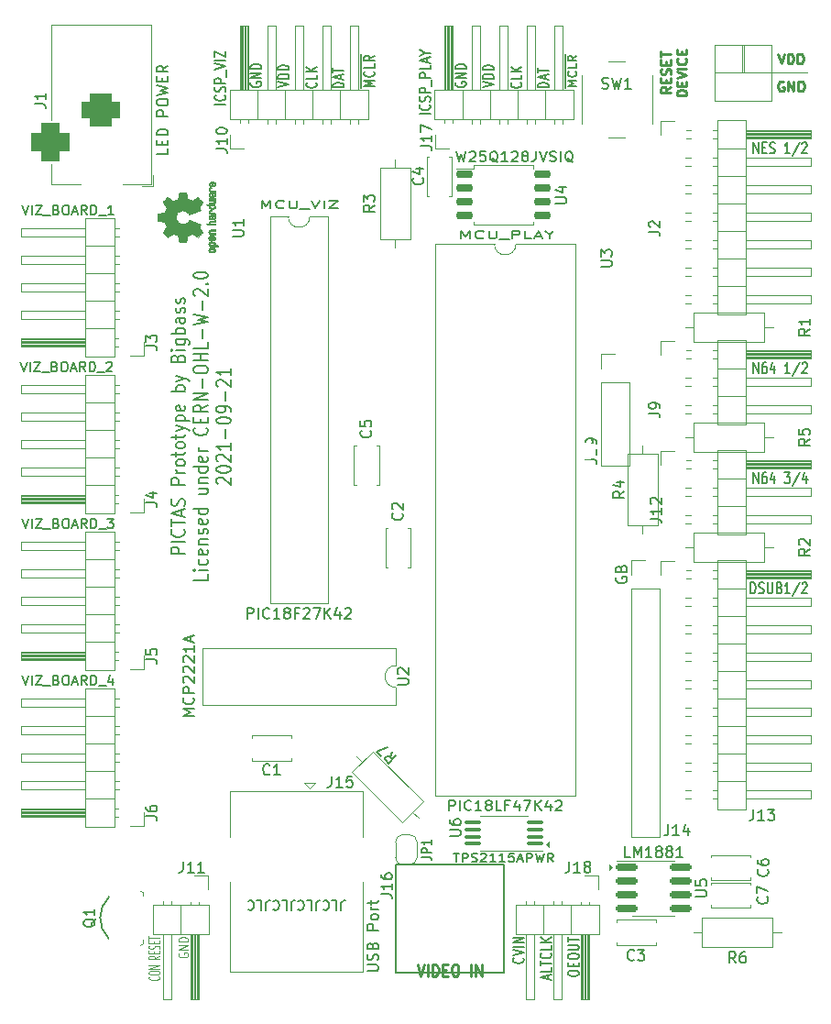
<source format=gto>
%TF.GenerationSoftware,KiCad,Pcbnew,5.99.0-unknown-3b7f5a3db7~131~ubuntu20.04.1*%
%TF.CreationDate,2021-09-21T00:43:15-05:00*%
%TF.ProjectId,pictas,70696374-6173-42e6-9b69-6361645f7063,rev?*%
%TF.SameCoordinates,Original*%
%TF.FileFunction,Legend,Top*%
%TF.FilePolarity,Positive*%
%FSLAX46Y46*%
G04 Gerber Fmt 4.6, Leading zero omitted, Abs format (unit mm)*
G04 Created by KiCad (PCBNEW 5.99.0-unknown-3b7f5a3db7~131~ubuntu20.04.1) date 2021-09-21 00:43:15*
%MOMM*%
%LPD*%
G01*
G04 APERTURE LIST*
G04 Aperture macros list*
%AMRoundRect*
0 Rectangle with rounded corners*
0 $1 Rounding radius*
0 $2 $3 $4 $5 $6 $7 $8 $9 X,Y pos of 4 corners*
0 Add a 4 corners polygon primitive as box body*
4,1,4,$2,$3,$4,$5,$6,$7,$8,$9,$2,$3,0*
0 Add four circle primitives for the rounded corners*
1,1,$1+$1,$2,$3*
1,1,$1+$1,$4,$5*
1,1,$1+$1,$6,$7*
1,1,$1+$1,$8,$9*
0 Add four rect primitives between the rounded corners*
20,1,$1+$1,$2,$3,$4,$5,0*
20,1,$1+$1,$4,$5,$6,$7,0*
20,1,$1+$1,$6,$7,$8,$9,0*
20,1,$1+$1,$8,$9,$2,$3,0*%
%AMHorizOval*
0 Thick line with rounded ends*
0 $1 width*
0 $2 $3 position (X,Y) of the first rounded end (center of the circle)*
0 $4 $5 position (X,Y) of the second rounded end (center of the circle)*
0 Add line between two ends*
20,1,$1,$2,$3,$4,$5,0*
0 Add two circle primitives to create the rounded ends*
1,1,$1,$2,$3*
1,1,$1,$4,$5*%
%AMFreePoly0*
4,1,22,0.500000,-0.750000,0.000000,-0.750000,0.000000,-0.745033,-0.079941,-0.743568,-0.215256,-0.701293,-0.333266,-0.622738,-0.424486,-0.514219,-0.481581,-0.384460,-0.499164,-0.250000,-0.500000,-0.250000,-0.500000,0.250000,-0.499164,0.250000,-0.499963,0.256109,-0.478152,0.396186,-0.417904,0.524511,-0.324060,0.630769,-0.204165,0.706417,-0.067858,0.745374,0.000000,0.744959,0.000000,0.750000,
0.500000,0.750000,0.500000,-0.750000,0.500000,-0.750000,$1*%
%AMFreePoly1*
4,1,20,0.000000,0.744959,0.073905,0.744508,0.209726,0.703889,0.328688,0.626782,0.421226,0.519385,0.479903,0.390333,0.500000,0.250000,0.500000,-0.250000,0.499851,-0.262216,0.476331,-0.402017,0.414519,-0.529596,0.319384,-0.634700,0.198574,-0.708877,0.061801,-0.746166,0.000000,-0.745033,0.000000,-0.750000,-0.500000,-0.750000,-0.500000,0.750000,0.000000,0.750000,0.000000,0.744959,
0.000000,0.744959,$1*%
G04 Aperture macros list end*
%ADD10C,0.120000*%
%ADD11C,0.190000*%
%ADD12C,0.150000*%
%ADD13C,0.125000*%
%ADD14C,0.225000*%
%ADD15C,0.237500*%
%ADD16C,0.160000*%
%ADD17C,0.100000*%
%ADD18C,0.127000*%
%ADD19C,0.010000*%
%ADD20R,3.500000X3.500000*%
%ADD21RoundRect,0.750000X-1.000000X0.750000X-1.000000X-0.750000X1.000000X-0.750000X1.000000X0.750000X0*%
%ADD22RoundRect,0.875000X-0.875000X0.875000X-0.875000X-0.875000X0.875000X-0.875000X0.875000X0.875000X0*%
%ADD23RoundRect,0.150000X-0.650000X-0.150000X0.650000X-0.150000X0.650000X0.150000X-0.650000X0.150000X0*%
%ADD24R,1.700000X1.700000*%
%ADD25O,1.700000X1.700000*%
%ADD26C,1.600000*%
%ADD27R,1.600000X1.600000*%
%ADD28O,1.600000X1.600000*%
%ADD29RoundRect,0.150000X-0.825000X-0.150000X0.825000X-0.150000X0.825000X0.150000X-0.825000X0.150000X0*%
%ADD30R,1.500000X1.500000*%
%ADD31C,1.500000*%
%ADD32C,2.000000*%
%ADD33C,1.700000*%
%ADD34C,3.500000*%
%ADD35O,1.800000X3.600000*%
%ADD36O,4.200000X2.100000*%
%ADD37HorizOval,1.600000X0.000000X0.000000X0.000000X0.000000X0*%
%ADD38FreePoly0,90.000000*%
%ADD39FreePoly1,90.000000*%
%ADD40RoundRect,0.100000X0.637500X0.100000X-0.637500X0.100000X-0.637500X-0.100000X0.637500X-0.100000X0*%
G04 APERTURE END LIST*
D10*
X137093000Y-56515000D02*
X137093000Y-55245000D01*
X133223000Y-57845000D02*
X135763000Y-57845000D01*
X131893000Y-56515000D02*
X131893000Y-55245000D01*
X122174000Y-128397000D02*
X122428000Y-128651000D01*
X122428000Y-128651000D02*
X122174000Y-128905000D01*
X122174000Y-128905000D02*
X122174000Y-128397000D01*
G36*
X122428000Y-128651000D02*
G01*
X122174000Y-128905000D01*
X122174000Y-128397000D01*
X122428000Y-128651000D01*
G37*
X122428000Y-128651000D02*
X122174000Y-128905000D01*
X122174000Y-128397000D01*
X122428000Y-128651000D01*
X137093000Y-55245000D02*
X140462000Y-55245000D01*
X116586000Y-126746000D02*
X116332000Y-126492000D01*
X116332000Y-126492000D02*
X116586000Y-126238000D01*
X116586000Y-126238000D02*
X116586000Y-126746000D01*
G36*
X116586000Y-126746000D02*
G01*
X116332000Y-126492000D01*
X116586000Y-126238000D01*
X116586000Y-126746000D01*
G37*
X116586000Y-126746000D02*
X116332000Y-126492000D01*
X116586000Y-126238000D01*
X116586000Y-126746000D01*
D11*
X82950095Y-99669714D02*
X81650095Y-99669714D01*
X81650095Y-99250666D01*
X81712000Y-99145904D01*
X81773904Y-99093523D01*
X81897714Y-99041142D01*
X82083428Y-99041142D01*
X82207238Y-99093523D01*
X82269142Y-99145904D01*
X82331047Y-99250666D01*
X82331047Y-99669714D01*
X82950095Y-98569714D02*
X81650095Y-98569714D01*
X82826285Y-97417333D02*
X82888190Y-97469714D01*
X82950095Y-97626857D01*
X82950095Y-97731619D01*
X82888190Y-97888761D01*
X82764380Y-97993523D01*
X82640571Y-98045904D01*
X82392952Y-98098285D01*
X82207238Y-98098285D01*
X81959619Y-98045904D01*
X81835809Y-97993523D01*
X81712000Y-97888761D01*
X81650095Y-97731619D01*
X81650095Y-97626857D01*
X81712000Y-97469714D01*
X81773904Y-97417333D01*
X81650095Y-97103047D02*
X81650095Y-96474476D01*
X82950095Y-96788761D02*
X81650095Y-96788761D01*
X82578666Y-96160190D02*
X82578666Y-95636380D01*
X82950095Y-96264952D02*
X81650095Y-95898285D01*
X82950095Y-95531619D01*
X82888190Y-95217333D02*
X82950095Y-95060190D01*
X82950095Y-94798285D01*
X82888190Y-94693523D01*
X82826285Y-94641142D01*
X82702476Y-94588761D01*
X82578666Y-94588761D01*
X82454857Y-94641142D01*
X82392952Y-94693523D01*
X82331047Y-94798285D01*
X82269142Y-95007809D01*
X82207238Y-95112571D01*
X82145333Y-95164952D01*
X82021523Y-95217333D01*
X81897714Y-95217333D01*
X81773904Y-95164952D01*
X81712000Y-95112571D01*
X81650095Y-95007809D01*
X81650095Y-94745904D01*
X81712000Y-94588761D01*
X82950095Y-93279238D02*
X81650095Y-93279238D01*
X81650095Y-92860190D01*
X81712000Y-92755428D01*
X81773904Y-92703047D01*
X81897714Y-92650666D01*
X82083428Y-92650666D01*
X82207238Y-92703047D01*
X82269142Y-92755428D01*
X82331047Y-92860190D01*
X82331047Y-93279238D01*
X82950095Y-92179238D02*
X82083428Y-92179238D01*
X82331047Y-92179238D02*
X82207238Y-92126857D01*
X82145333Y-92074476D01*
X82083428Y-91969714D01*
X82083428Y-91864952D01*
X82950095Y-91341142D02*
X82888190Y-91445904D01*
X82826285Y-91498285D01*
X82702476Y-91550666D01*
X82331047Y-91550666D01*
X82207238Y-91498285D01*
X82145333Y-91445904D01*
X82083428Y-91341142D01*
X82083428Y-91184000D01*
X82145333Y-91079238D01*
X82207238Y-91026857D01*
X82331047Y-90974476D01*
X82702476Y-90974476D01*
X82826285Y-91026857D01*
X82888190Y-91079238D01*
X82950095Y-91184000D01*
X82950095Y-91341142D01*
X82083428Y-90660190D02*
X82083428Y-90241142D01*
X81650095Y-90503047D02*
X82764380Y-90503047D01*
X82888190Y-90450666D01*
X82950095Y-90345904D01*
X82950095Y-90241142D01*
X82950095Y-89717333D02*
X82888190Y-89822095D01*
X82826285Y-89874476D01*
X82702476Y-89926857D01*
X82331047Y-89926857D01*
X82207238Y-89874476D01*
X82145333Y-89822095D01*
X82083428Y-89717333D01*
X82083428Y-89560190D01*
X82145333Y-89455428D01*
X82207238Y-89403047D01*
X82331047Y-89350666D01*
X82702476Y-89350666D01*
X82826285Y-89403047D01*
X82888190Y-89455428D01*
X82950095Y-89560190D01*
X82950095Y-89717333D01*
X82083428Y-89036380D02*
X82083428Y-88617333D01*
X81650095Y-88879238D02*
X82764380Y-88879238D01*
X82888190Y-88826857D01*
X82950095Y-88722095D01*
X82950095Y-88617333D01*
X82083428Y-88355428D02*
X82950095Y-88093523D01*
X82083428Y-87831619D02*
X82950095Y-88093523D01*
X83259619Y-88198285D01*
X83321523Y-88250666D01*
X83383428Y-88355428D01*
X82083428Y-87412571D02*
X83383428Y-87412571D01*
X82145333Y-87412571D02*
X82083428Y-87307809D01*
X82083428Y-87098285D01*
X82145333Y-86993523D01*
X82207238Y-86941142D01*
X82331047Y-86888761D01*
X82702476Y-86888761D01*
X82826285Y-86941142D01*
X82888190Y-86993523D01*
X82950095Y-87098285D01*
X82950095Y-87307809D01*
X82888190Y-87412571D01*
X82888190Y-85998285D02*
X82950095Y-86103047D01*
X82950095Y-86312571D01*
X82888190Y-86417333D01*
X82764380Y-86469714D01*
X82269142Y-86469714D01*
X82145333Y-86417333D01*
X82083428Y-86312571D01*
X82083428Y-86103047D01*
X82145333Y-85998285D01*
X82269142Y-85945904D01*
X82392952Y-85945904D01*
X82516761Y-86469714D01*
X82950095Y-84636380D02*
X81650095Y-84636380D01*
X82145333Y-84636380D02*
X82083428Y-84531619D01*
X82083428Y-84322095D01*
X82145333Y-84217333D01*
X82207238Y-84164952D01*
X82331047Y-84112571D01*
X82702476Y-84112571D01*
X82826285Y-84164952D01*
X82888190Y-84217333D01*
X82950095Y-84322095D01*
X82950095Y-84531619D01*
X82888190Y-84636380D01*
X82083428Y-83745904D02*
X82950095Y-83484000D01*
X82083428Y-83222095D02*
X82950095Y-83484000D01*
X83259619Y-83588761D01*
X83321523Y-83641142D01*
X83383428Y-83745904D01*
X82269142Y-81598285D02*
X82331047Y-81441142D01*
X82392952Y-81388761D01*
X82516761Y-81336380D01*
X82702476Y-81336380D01*
X82826285Y-81388761D01*
X82888190Y-81441142D01*
X82950095Y-81545904D01*
X82950095Y-81964952D01*
X81650095Y-81964952D01*
X81650095Y-81598285D01*
X81712000Y-81493523D01*
X81773904Y-81441142D01*
X81897714Y-81388761D01*
X82021523Y-81388761D01*
X82145333Y-81441142D01*
X82207238Y-81493523D01*
X82269142Y-81598285D01*
X82269142Y-81964952D01*
X82950095Y-80864952D02*
X82083428Y-80864952D01*
X81650095Y-80864952D02*
X81712000Y-80917333D01*
X81773904Y-80864952D01*
X81712000Y-80812571D01*
X81650095Y-80864952D01*
X81773904Y-80864952D01*
X82083428Y-79869714D02*
X83135809Y-79869714D01*
X83259619Y-79922095D01*
X83321523Y-79974476D01*
X83383428Y-80079238D01*
X83383428Y-80236380D01*
X83321523Y-80341142D01*
X82888190Y-79869714D02*
X82950095Y-79974476D01*
X82950095Y-80184000D01*
X82888190Y-80288761D01*
X82826285Y-80341142D01*
X82702476Y-80393523D01*
X82331047Y-80393523D01*
X82207238Y-80341142D01*
X82145333Y-80288761D01*
X82083428Y-80184000D01*
X82083428Y-79974476D01*
X82145333Y-79869714D01*
X82950095Y-79345904D02*
X81650095Y-79345904D01*
X82145333Y-79345904D02*
X82083428Y-79241142D01*
X82083428Y-79031619D01*
X82145333Y-78926857D01*
X82207238Y-78874476D01*
X82331047Y-78822095D01*
X82702476Y-78822095D01*
X82826285Y-78874476D01*
X82888190Y-78926857D01*
X82950095Y-79031619D01*
X82950095Y-79241142D01*
X82888190Y-79345904D01*
X82950095Y-77879238D02*
X82269142Y-77879238D01*
X82145333Y-77931619D01*
X82083428Y-78036380D01*
X82083428Y-78245904D01*
X82145333Y-78350666D01*
X82888190Y-77879238D02*
X82950095Y-77984000D01*
X82950095Y-78245904D01*
X82888190Y-78350666D01*
X82764380Y-78403047D01*
X82640571Y-78403047D01*
X82516761Y-78350666D01*
X82454857Y-78245904D01*
X82454857Y-77984000D01*
X82392952Y-77879238D01*
X82888190Y-77407809D02*
X82950095Y-77303047D01*
X82950095Y-77093523D01*
X82888190Y-76988761D01*
X82764380Y-76936380D01*
X82702476Y-76936380D01*
X82578666Y-76988761D01*
X82516761Y-77093523D01*
X82516761Y-77250666D01*
X82454857Y-77355428D01*
X82331047Y-77407809D01*
X82269142Y-77407809D01*
X82145333Y-77355428D01*
X82083428Y-77250666D01*
X82083428Y-77093523D01*
X82145333Y-76988761D01*
X82888190Y-76517333D02*
X82950095Y-76412571D01*
X82950095Y-76203047D01*
X82888190Y-76098285D01*
X82764380Y-76045904D01*
X82702476Y-76045904D01*
X82578666Y-76098285D01*
X82516761Y-76203047D01*
X82516761Y-76360190D01*
X82454857Y-76464952D01*
X82331047Y-76517333D01*
X82269142Y-76517333D01*
X82145333Y-76464952D01*
X82083428Y-76360190D01*
X82083428Y-76203047D01*
X82145333Y-76098285D01*
X85043095Y-101555428D02*
X85043095Y-102079238D01*
X83743095Y-102079238D01*
X85043095Y-101188761D02*
X84176428Y-101188761D01*
X83743095Y-101188761D02*
X83805000Y-101241142D01*
X83866904Y-101188761D01*
X83805000Y-101136380D01*
X83743095Y-101188761D01*
X83866904Y-101188761D01*
X84981190Y-100193523D02*
X85043095Y-100298285D01*
X85043095Y-100507809D01*
X84981190Y-100612571D01*
X84919285Y-100664952D01*
X84795476Y-100717333D01*
X84424047Y-100717333D01*
X84300238Y-100664952D01*
X84238333Y-100612571D01*
X84176428Y-100507809D01*
X84176428Y-100298285D01*
X84238333Y-100193523D01*
X84981190Y-99303047D02*
X85043095Y-99407809D01*
X85043095Y-99617333D01*
X84981190Y-99722095D01*
X84857380Y-99774476D01*
X84362142Y-99774476D01*
X84238333Y-99722095D01*
X84176428Y-99617333D01*
X84176428Y-99407809D01*
X84238333Y-99303047D01*
X84362142Y-99250666D01*
X84485952Y-99250666D01*
X84609761Y-99774476D01*
X84176428Y-98779238D02*
X85043095Y-98779238D01*
X84300238Y-98779238D02*
X84238333Y-98726857D01*
X84176428Y-98622095D01*
X84176428Y-98464952D01*
X84238333Y-98360190D01*
X84362142Y-98307809D01*
X85043095Y-98307809D01*
X84981190Y-97836380D02*
X85043095Y-97731619D01*
X85043095Y-97522095D01*
X84981190Y-97417333D01*
X84857380Y-97364952D01*
X84795476Y-97364952D01*
X84671666Y-97417333D01*
X84609761Y-97522095D01*
X84609761Y-97679238D01*
X84547857Y-97784000D01*
X84424047Y-97836380D01*
X84362142Y-97836380D01*
X84238333Y-97784000D01*
X84176428Y-97679238D01*
X84176428Y-97522095D01*
X84238333Y-97417333D01*
X84981190Y-96474476D02*
X85043095Y-96579238D01*
X85043095Y-96788761D01*
X84981190Y-96893523D01*
X84857380Y-96945904D01*
X84362142Y-96945904D01*
X84238333Y-96893523D01*
X84176428Y-96788761D01*
X84176428Y-96579238D01*
X84238333Y-96474476D01*
X84362142Y-96422095D01*
X84485952Y-96422095D01*
X84609761Y-96945904D01*
X85043095Y-95479238D02*
X83743095Y-95479238D01*
X84981190Y-95479238D02*
X85043095Y-95584000D01*
X85043095Y-95793523D01*
X84981190Y-95898285D01*
X84919285Y-95950666D01*
X84795476Y-96003047D01*
X84424047Y-96003047D01*
X84300238Y-95950666D01*
X84238333Y-95898285D01*
X84176428Y-95793523D01*
X84176428Y-95584000D01*
X84238333Y-95479238D01*
X84176428Y-93645904D02*
X85043095Y-93645904D01*
X84176428Y-94117333D02*
X84857380Y-94117333D01*
X84981190Y-94064952D01*
X85043095Y-93960190D01*
X85043095Y-93803047D01*
X84981190Y-93698285D01*
X84919285Y-93645904D01*
X84176428Y-93122095D02*
X85043095Y-93122095D01*
X84300238Y-93122095D02*
X84238333Y-93069714D01*
X84176428Y-92964952D01*
X84176428Y-92807809D01*
X84238333Y-92703047D01*
X84362142Y-92650666D01*
X85043095Y-92650666D01*
X85043095Y-91655428D02*
X83743095Y-91655428D01*
X84981190Y-91655428D02*
X85043095Y-91760190D01*
X85043095Y-91969714D01*
X84981190Y-92074476D01*
X84919285Y-92126857D01*
X84795476Y-92179238D01*
X84424047Y-92179238D01*
X84300238Y-92126857D01*
X84238333Y-92074476D01*
X84176428Y-91969714D01*
X84176428Y-91760190D01*
X84238333Y-91655428D01*
X84981190Y-90712571D02*
X85043095Y-90817333D01*
X85043095Y-91026857D01*
X84981190Y-91131619D01*
X84857380Y-91184000D01*
X84362142Y-91184000D01*
X84238333Y-91131619D01*
X84176428Y-91026857D01*
X84176428Y-90817333D01*
X84238333Y-90712571D01*
X84362142Y-90660190D01*
X84485952Y-90660190D01*
X84609761Y-91184000D01*
X85043095Y-90188761D02*
X84176428Y-90188761D01*
X84424047Y-90188761D02*
X84300238Y-90136380D01*
X84238333Y-90084000D01*
X84176428Y-89979238D01*
X84176428Y-89874476D01*
X84919285Y-88041142D02*
X84981190Y-88093523D01*
X85043095Y-88250666D01*
X85043095Y-88355428D01*
X84981190Y-88512571D01*
X84857380Y-88617333D01*
X84733571Y-88669714D01*
X84485952Y-88722095D01*
X84300238Y-88722095D01*
X84052619Y-88669714D01*
X83928809Y-88617333D01*
X83805000Y-88512571D01*
X83743095Y-88355428D01*
X83743095Y-88250666D01*
X83805000Y-88093523D01*
X83866904Y-88041142D01*
X84362142Y-87569714D02*
X84362142Y-87203047D01*
X85043095Y-87045904D02*
X85043095Y-87569714D01*
X83743095Y-87569714D01*
X83743095Y-87045904D01*
X85043095Y-85945904D02*
X84424047Y-86312571D01*
X85043095Y-86574476D02*
X83743095Y-86574476D01*
X83743095Y-86155428D01*
X83805000Y-86050666D01*
X83866904Y-85998285D01*
X83990714Y-85945904D01*
X84176428Y-85945904D01*
X84300238Y-85998285D01*
X84362142Y-86050666D01*
X84424047Y-86155428D01*
X84424047Y-86574476D01*
X85043095Y-85474476D02*
X83743095Y-85474476D01*
X85043095Y-84845904D01*
X83743095Y-84845904D01*
X84547857Y-84322095D02*
X84547857Y-83484000D01*
X83743095Y-82750666D02*
X83743095Y-82541142D01*
X83805000Y-82436380D01*
X83928809Y-82331619D01*
X84176428Y-82279238D01*
X84609761Y-82279238D01*
X84857380Y-82331619D01*
X84981190Y-82436380D01*
X85043095Y-82541142D01*
X85043095Y-82750666D01*
X84981190Y-82855428D01*
X84857380Y-82960190D01*
X84609761Y-83012571D01*
X84176428Y-83012571D01*
X83928809Y-82960190D01*
X83805000Y-82855428D01*
X83743095Y-82750666D01*
X85043095Y-81807809D02*
X83743095Y-81807809D01*
X84362142Y-81807809D02*
X84362142Y-81179238D01*
X85043095Y-81179238D02*
X83743095Y-81179238D01*
X85043095Y-80131619D02*
X85043095Y-80655428D01*
X83743095Y-80655428D01*
X84547857Y-79764952D02*
X84547857Y-78926857D01*
X83743095Y-78507809D02*
X85043095Y-78245904D01*
X84114523Y-78036380D01*
X85043095Y-77826857D01*
X83743095Y-77564952D01*
X84547857Y-77145904D02*
X84547857Y-76307809D01*
X83866904Y-75836380D02*
X83805000Y-75784000D01*
X83743095Y-75679238D01*
X83743095Y-75417333D01*
X83805000Y-75312571D01*
X83866904Y-75260190D01*
X83990714Y-75207809D01*
X84114523Y-75207809D01*
X84300238Y-75260190D01*
X85043095Y-75888761D01*
X85043095Y-75207809D01*
X84919285Y-74736380D02*
X84981190Y-74684000D01*
X85043095Y-74736380D01*
X84981190Y-74788761D01*
X84919285Y-74736380D01*
X85043095Y-74736380D01*
X83743095Y-74003047D02*
X83743095Y-73898285D01*
X83805000Y-73793523D01*
X83866904Y-73741142D01*
X83990714Y-73688761D01*
X84238333Y-73636380D01*
X84547857Y-73636380D01*
X84795476Y-73688761D01*
X84919285Y-73741142D01*
X84981190Y-73793523D01*
X85043095Y-73898285D01*
X85043095Y-74003047D01*
X84981190Y-74107809D01*
X84919285Y-74160190D01*
X84795476Y-74212571D01*
X84547857Y-74264952D01*
X84238333Y-74264952D01*
X83990714Y-74212571D01*
X83866904Y-74160190D01*
X83805000Y-74107809D01*
X83743095Y-74003047D01*
X85959904Y-93226857D02*
X85898000Y-93174476D01*
X85836095Y-93069714D01*
X85836095Y-92807809D01*
X85898000Y-92703047D01*
X85959904Y-92650666D01*
X86083714Y-92598285D01*
X86207523Y-92598285D01*
X86393238Y-92650666D01*
X87136095Y-93279238D01*
X87136095Y-92598285D01*
X85836095Y-91917333D02*
X85836095Y-91812571D01*
X85898000Y-91707809D01*
X85959904Y-91655428D01*
X86083714Y-91603047D01*
X86331333Y-91550666D01*
X86640857Y-91550666D01*
X86888476Y-91603047D01*
X87012285Y-91655428D01*
X87074190Y-91707809D01*
X87136095Y-91812571D01*
X87136095Y-91917333D01*
X87074190Y-92022095D01*
X87012285Y-92074476D01*
X86888476Y-92126857D01*
X86640857Y-92179238D01*
X86331333Y-92179238D01*
X86083714Y-92126857D01*
X85959904Y-92074476D01*
X85898000Y-92022095D01*
X85836095Y-91917333D01*
X85959904Y-91131619D02*
X85898000Y-91079238D01*
X85836095Y-90974476D01*
X85836095Y-90712571D01*
X85898000Y-90607809D01*
X85959904Y-90555428D01*
X86083714Y-90503047D01*
X86207523Y-90503047D01*
X86393238Y-90555428D01*
X87136095Y-91184000D01*
X87136095Y-90503047D01*
X87136095Y-89455428D02*
X87136095Y-90084000D01*
X87136095Y-89769714D02*
X85836095Y-89769714D01*
X86021809Y-89874476D01*
X86145619Y-89979238D01*
X86207523Y-90084000D01*
X86640857Y-88984000D02*
X86640857Y-88145904D01*
X85836095Y-87412571D02*
X85836095Y-87307809D01*
X85898000Y-87203047D01*
X85959904Y-87150666D01*
X86083714Y-87098285D01*
X86331333Y-87045904D01*
X86640857Y-87045904D01*
X86888476Y-87098285D01*
X87012285Y-87150666D01*
X87074190Y-87203047D01*
X87136095Y-87307809D01*
X87136095Y-87412571D01*
X87074190Y-87517333D01*
X87012285Y-87569714D01*
X86888476Y-87622095D01*
X86640857Y-87674476D01*
X86331333Y-87674476D01*
X86083714Y-87622095D01*
X85959904Y-87569714D01*
X85898000Y-87517333D01*
X85836095Y-87412571D01*
X87136095Y-86522095D02*
X87136095Y-86312571D01*
X87074190Y-86207809D01*
X87012285Y-86155428D01*
X86826571Y-86050666D01*
X86578952Y-85998285D01*
X86083714Y-85998285D01*
X85959904Y-86050666D01*
X85898000Y-86103047D01*
X85836095Y-86207809D01*
X85836095Y-86417333D01*
X85898000Y-86522095D01*
X85959904Y-86574476D01*
X86083714Y-86626857D01*
X86393238Y-86626857D01*
X86517047Y-86574476D01*
X86578952Y-86522095D01*
X86640857Y-86417333D01*
X86640857Y-86207809D01*
X86578952Y-86103047D01*
X86517047Y-86050666D01*
X86393238Y-85998285D01*
X86640857Y-85526857D02*
X86640857Y-84688761D01*
X85959904Y-84217333D02*
X85898000Y-84164952D01*
X85836095Y-84060190D01*
X85836095Y-83798285D01*
X85898000Y-83693523D01*
X85959904Y-83641142D01*
X86083714Y-83588761D01*
X86207523Y-83588761D01*
X86393238Y-83641142D01*
X87136095Y-84269714D01*
X87136095Y-83588761D01*
X87136095Y-82541142D02*
X87136095Y-83169714D01*
X87136095Y-82855428D02*
X85836095Y-82855428D01*
X86021809Y-82960190D01*
X86145619Y-83064952D01*
X86207523Y-83169714D01*
D12*
X118324380Y-138486952D02*
X118324380Y-138334571D01*
X118372000Y-138258380D01*
X118467238Y-138182190D01*
X118657714Y-138144095D01*
X118991047Y-138144095D01*
X119181523Y-138182190D01*
X119276761Y-138258380D01*
X119324380Y-138334571D01*
X119324380Y-138486952D01*
X119276761Y-138563142D01*
X119181523Y-138639333D01*
X118991047Y-138677428D01*
X118657714Y-138677428D01*
X118467238Y-138639333D01*
X118372000Y-138563142D01*
X118324380Y-138486952D01*
X118800571Y-137801238D02*
X118800571Y-137534571D01*
X119324380Y-137420285D02*
X119324380Y-137801238D01*
X118324380Y-137801238D01*
X118324380Y-137420285D01*
X118324380Y-136925047D02*
X118324380Y-136772666D01*
X118372000Y-136696476D01*
X118467238Y-136620285D01*
X118657714Y-136582190D01*
X118991047Y-136582190D01*
X119181523Y-136620285D01*
X119276761Y-136696476D01*
X119324380Y-136772666D01*
X119324380Y-136925047D01*
X119276761Y-137001238D01*
X119181523Y-137077428D01*
X118991047Y-137115523D01*
X118657714Y-137115523D01*
X118467238Y-137077428D01*
X118372000Y-137001238D01*
X118324380Y-136925047D01*
X118324380Y-136239333D02*
X119133904Y-136239333D01*
X119229142Y-136201238D01*
X119276761Y-136163142D01*
X119324380Y-136086952D01*
X119324380Y-135934571D01*
X119276761Y-135858380D01*
X119229142Y-135820285D01*
X119133904Y-135782190D01*
X118324380Y-135782190D01*
X118324380Y-135515523D02*
X118324380Y-135058380D01*
X119324380Y-135286952D02*
X118324380Y-135286952D01*
X90014857Y-67753666D02*
X90014857Y-67053666D01*
X90414857Y-67553666D01*
X90814857Y-67053666D01*
X90814857Y-67753666D01*
X92072000Y-67687000D02*
X92014857Y-67720333D01*
X91843428Y-67753666D01*
X91729142Y-67753666D01*
X91557714Y-67720333D01*
X91443428Y-67653666D01*
X91386285Y-67587000D01*
X91329142Y-67453666D01*
X91329142Y-67353666D01*
X91386285Y-67220333D01*
X91443428Y-67153666D01*
X91557714Y-67087000D01*
X91729142Y-67053666D01*
X91843428Y-67053666D01*
X92014857Y-67087000D01*
X92072000Y-67120333D01*
X92586285Y-67053666D02*
X92586285Y-67620333D01*
X92643428Y-67687000D01*
X92700571Y-67720333D01*
X92814857Y-67753666D01*
X93043428Y-67753666D01*
X93157714Y-67720333D01*
X93214857Y-67687000D01*
X93272000Y-67620333D01*
X93272000Y-67053666D01*
X93557714Y-67820333D02*
X94472000Y-67820333D01*
X94586285Y-67053666D02*
X94986285Y-67753666D01*
X95386285Y-67053666D01*
X95786285Y-67753666D02*
X95786285Y-67053666D01*
X96243428Y-67053666D02*
X97043428Y-67053666D01*
X96243428Y-67753666D01*
X97043428Y-67753666D01*
D13*
X82354000Y-136550333D02*
X82311142Y-136617000D01*
X82311142Y-136717000D01*
X82354000Y-136817000D01*
X82439714Y-136883666D01*
X82525428Y-136917000D01*
X82696857Y-136950333D01*
X82825428Y-136950333D01*
X82996857Y-136917000D01*
X83082571Y-136883666D01*
X83168285Y-136817000D01*
X83211142Y-136717000D01*
X83211142Y-136650333D01*
X83168285Y-136550333D01*
X83125428Y-136517000D01*
X82825428Y-136517000D01*
X82825428Y-136650333D01*
X83211142Y-136217000D02*
X82311142Y-136217000D01*
X83211142Y-135817000D01*
X82311142Y-135817000D01*
X83211142Y-135483666D02*
X82311142Y-135483666D01*
X82311142Y-135317000D01*
X82354000Y-135217000D01*
X82439714Y-135150333D01*
X82525428Y-135117000D01*
X82696857Y-135083666D01*
X82825428Y-135083666D01*
X82996857Y-135117000D01*
X83082571Y-135150333D01*
X83168285Y-135217000D01*
X83211142Y-135317000D01*
X83211142Y-135483666D01*
D12*
X114149142Y-136975761D02*
X114196761Y-137013857D01*
X114244380Y-137128142D01*
X114244380Y-137204333D01*
X114196761Y-137318619D01*
X114101523Y-137394809D01*
X114006285Y-137432904D01*
X113815809Y-137471000D01*
X113672952Y-137471000D01*
X113482476Y-137432904D01*
X113387238Y-137394809D01*
X113292000Y-137318619D01*
X113244380Y-137204333D01*
X113244380Y-137128142D01*
X113292000Y-137013857D01*
X113339619Y-136975761D01*
X113244380Y-136747190D02*
X114244380Y-136480523D01*
X113244380Y-136213857D01*
X114244380Y-135947190D02*
X113244380Y-135947190D01*
X114244380Y-135566238D02*
X113244380Y-135566238D01*
X114244380Y-135109095D01*
X113244380Y-135109095D01*
X99182500Y-56671500D02*
X99182500Y-55757214D01*
X100464880Y-56481023D02*
X99464880Y-56481023D01*
X100179166Y-56214357D01*
X99464880Y-55947690D01*
X100464880Y-55947690D01*
X99182500Y-55757214D02*
X99182500Y-54957214D01*
X100369642Y-55109595D02*
X100417261Y-55147690D01*
X100464880Y-55261976D01*
X100464880Y-55338166D01*
X100417261Y-55452452D01*
X100322023Y-55528642D01*
X100226785Y-55566738D01*
X100036309Y-55604833D01*
X99893452Y-55604833D01*
X99702976Y-55566738D01*
X99607738Y-55528642D01*
X99512500Y-55452452D01*
X99464880Y-55338166D01*
X99464880Y-55261976D01*
X99512500Y-55147690D01*
X99560119Y-55109595D01*
X99182500Y-54957214D02*
X99182500Y-54309595D01*
X100464880Y-54385785D02*
X100464880Y-54766738D01*
X99464880Y-54766738D01*
X99182500Y-54309595D02*
X99182500Y-53509595D01*
X100464880Y-53661976D02*
X99988690Y-53928642D01*
X100464880Y-54119119D02*
X99464880Y-54119119D01*
X99464880Y-53814357D01*
X99512500Y-53738166D01*
X99560119Y-53700071D01*
X99655357Y-53661976D01*
X99798214Y-53661976D01*
X99893452Y-53700071D01*
X99941071Y-53738166D01*
X99988690Y-53814357D01*
X99988690Y-54119119D01*
X89035000Y-56125476D02*
X88987380Y-56201666D01*
X88987380Y-56315952D01*
X89035000Y-56430238D01*
X89130238Y-56506428D01*
X89225476Y-56544523D01*
X89415952Y-56582619D01*
X89558809Y-56582619D01*
X89749285Y-56544523D01*
X89844523Y-56506428D01*
X89939761Y-56430238D01*
X89987380Y-56315952D01*
X89987380Y-56239761D01*
X89939761Y-56125476D01*
X89892142Y-56087380D01*
X89558809Y-56087380D01*
X89558809Y-56239761D01*
X89987380Y-55744523D02*
X88987380Y-55744523D01*
X89987380Y-55287380D01*
X88987380Y-55287380D01*
X89987380Y-54906428D02*
X88987380Y-54906428D01*
X88987380Y-54715952D01*
X89035000Y-54601666D01*
X89130238Y-54525476D01*
X89225476Y-54487380D01*
X89415952Y-54449285D01*
X89558809Y-54449285D01*
X89749285Y-54487380D01*
X89844523Y-54525476D01*
X89939761Y-54601666D01*
X89987380Y-54715952D01*
X89987380Y-54906428D01*
X107958000Y-56125476D02*
X107910380Y-56201666D01*
X107910380Y-56315952D01*
X107958000Y-56430238D01*
X108053238Y-56506428D01*
X108148476Y-56544523D01*
X108338952Y-56582619D01*
X108481809Y-56582619D01*
X108672285Y-56544523D01*
X108767523Y-56506428D01*
X108862761Y-56430238D01*
X108910380Y-56315952D01*
X108910380Y-56239761D01*
X108862761Y-56125476D01*
X108815142Y-56087380D01*
X108481809Y-56087380D01*
X108481809Y-56239761D01*
X108910380Y-55744523D02*
X107910380Y-55744523D01*
X108910380Y-55287380D01*
X107910380Y-55287380D01*
X108910380Y-54906428D02*
X107910380Y-54906428D01*
X107910380Y-54715952D01*
X107958000Y-54601666D01*
X108053238Y-54525476D01*
X108148476Y-54487380D01*
X108338952Y-54449285D01*
X108481809Y-54449285D01*
X108672285Y-54487380D01*
X108767523Y-54525476D01*
X108862761Y-54601666D01*
X108910380Y-54715952D01*
X108910380Y-54906428D01*
X116530380Y-56608023D02*
X115530380Y-56608023D01*
X115530380Y-56417547D01*
X115578000Y-56303261D01*
X115673238Y-56227071D01*
X115768476Y-56188976D01*
X115958952Y-56150880D01*
X116101809Y-56150880D01*
X116292285Y-56188976D01*
X116387523Y-56227071D01*
X116482761Y-56303261D01*
X116530380Y-56417547D01*
X116530380Y-56608023D01*
X116244666Y-55846119D02*
X116244666Y-55465166D01*
X116530380Y-55922309D02*
X115530380Y-55655642D01*
X116530380Y-55388976D01*
X115530380Y-55236595D02*
X115530380Y-54779452D01*
X116530380Y-55008023D02*
X115530380Y-55008023D01*
X118081000Y-56671500D02*
X118081000Y-55757214D01*
X119106904Y-56481023D02*
X118306904Y-56481023D01*
X118878333Y-56214357D01*
X118306904Y-55947690D01*
X119106904Y-55947690D01*
X118081000Y-55757214D02*
X118081000Y-54957214D01*
X119030714Y-55109595D02*
X119068809Y-55147690D01*
X119106904Y-55261976D01*
X119106904Y-55338166D01*
X119068809Y-55452452D01*
X118992619Y-55528642D01*
X118916428Y-55566738D01*
X118764047Y-55604833D01*
X118649761Y-55604833D01*
X118497380Y-55566738D01*
X118421190Y-55528642D01*
X118345000Y-55452452D01*
X118306904Y-55338166D01*
X118306904Y-55261976D01*
X118345000Y-55147690D01*
X118383095Y-55109595D01*
X118081000Y-54957214D02*
X118081000Y-54309595D01*
X119106904Y-54385785D02*
X119106904Y-54766738D01*
X118306904Y-54766738D01*
X118081000Y-54309595D02*
X118081000Y-53509595D01*
X119106904Y-53661976D02*
X118725952Y-53928642D01*
X119106904Y-54119119D02*
X118306904Y-54119119D01*
X118306904Y-53814357D01*
X118345000Y-53738166D01*
X118383095Y-53700071D01*
X118459285Y-53661976D01*
X118573571Y-53661976D01*
X118649761Y-53700071D01*
X118687857Y-53738166D01*
X118725952Y-53814357D01*
X118725952Y-54119119D01*
X110450380Y-56595309D02*
X111450380Y-56328642D01*
X110450380Y-56061976D01*
X111450380Y-55795309D02*
X110450380Y-55795309D01*
X110450380Y-55604833D01*
X110498000Y-55490547D01*
X110593238Y-55414357D01*
X110688476Y-55376261D01*
X110878952Y-55338166D01*
X111021809Y-55338166D01*
X111212285Y-55376261D01*
X111307523Y-55414357D01*
X111402761Y-55490547D01*
X111450380Y-55604833D01*
X111450380Y-55795309D01*
X111450380Y-54995309D02*
X110450380Y-54995309D01*
X110450380Y-54804833D01*
X110498000Y-54690547D01*
X110593238Y-54614357D01*
X110688476Y-54576261D01*
X110878952Y-54538166D01*
X111021809Y-54538166D01*
X111212285Y-54576261D01*
X111307523Y-54614357D01*
X111402761Y-54690547D01*
X111450380Y-54804833D01*
X111450380Y-54995309D01*
X113958642Y-56150880D02*
X114006261Y-56188976D01*
X114053880Y-56303261D01*
X114053880Y-56379452D01*
X114006261Y-56493738D01*
X113911023Y-56569928D01*
X113815785Y-56608023D01*
X113625309Y-56646119D01*
X113482452Y-56646119D01*
X113291976Y-56608023D01*
X113196738Y-56569928D01*
X113101500Y-56493738D01*
X113053880Y-56379452D01*
X113053880Y-56303261D01*
X113101500Y-56188976D01*
X113149119Y-56150880D01*
X114053880Y-55427071D02*
X114053880Y-55808023D01*
X113053880Y-55808023D01*
X114053880Y-55160404D02*
X113053880Y-55160404D01*
X114053880Y-54703261D02*
X113482452Y-55046119D01*
X113053880Y-54703261D02*
X113625309Y-55160404D01*
D14*
X137738000Y-53482142D02*
X138038000Y-54382142D01*
X138338000Y-53482142D01*
X138638000Y-54382142D02*
X138638000Y-53482142D01*
X138852285Y-53482142D01*
X138980857Y-53525000D01*
X139066571Y-53610714D01*
X139109428Y-53696428D01*
X139152285Y-53867857D01*
X139152285Y-53996428D01*
X139109428Y-54167857D01*
X139066571Y-54253571D01*
X138980857Y-54339285D01*
X138852285Y-54382142D01*
X138638000Y-54382142D01*
X139538000Y-54382142D02*
X139538000Y-53482142D01*
X139752285Y-53482142D01*
X139880857Y-53525000D01*
X139966571Y-53610714D01*
X140009428Y-53696428D01*
X140052285Y-53867857D01*
X140052285Y-53996428D01*
X140009428Y-54167857D01*
X139966571Y-54253571D01*
X139880857Y-54339285D01*
X139752285Y-54382142D01*
X139538000Y-54382142D01*
X138252285Y-56065000D02*
X138166571Y-56022142D01*
X138038000Y-56022142D01*
X137909428Y-56065000D01*
X137823714Y-56150714D01*
X137780857Y-56236428D01*
X137738000Y-56407857D01*
X137738000Y-56536428D01*
X137780857Y-56707857D01*
X137823714Y-56793571D01*
X137909428Y-56879285D01*
X138038000Y-56922142D01*
X138123714Y-56922142D01*
X138252285Y-56879285D01*
X138295142Y-56836428D01*
X138295142Y-56536428D01*
X138123714Y-56536428D01*
X138680857Y-56922142D02*
X138680857Y-56022142D01*
X139195142Y-56922142D01*
X139195142Y-56022142D01*
X139623714Y-56922142D02*
X139623714Y-56022142D01*
X139838000Y-56022142D01*
X139966571Y-56065000D01*
X140052285Y-56150714D01*
X140095142Y-56236428D01*
X140138000Y-56407857D01*
X140138000Y-56536428D01*
X140095142Y-56707857D01*
X140052285Y-56793571D01*
X139966571Y-56879285D01*
X139838000Y-56922142D01*
X139623714Y-56922142D01*
D12*
X108449000Y-70547666D02*
X108449000Y-69847666D01*
X108849000Y-70347666D01*
X109249000Y-69847666D01*
X109249000Y-70547666D01*
X110506142Y-70481000D02*
X110449000Y-70514333D01*
X110277571Y-70547666D01*
X110163285Y-70547666D01*
X109991857Y-70514333D01*
X109877571Y-70447666D01*
X109820428Y-70381000D01*
X109763285Y-70247666D01*
X109763285Y-70147666D01*
X109820428Y-70014333D01*
X109877571Y-69947666D01*
X109991857Y-69881000D01*
X110163285Y-69847666D01*
X110277571Y-69847666D01*
X110449000Y-69881000D01*
X110506142Y-69914333D01*
X111020428Y-69847666D02*
X111020428Y-70414333D01*
X111077571Y-70481000D01*
X111134714Y-70514333D01*
X111249000Y-70547666D01*
X111477571Y-70547666D01*
X111591857Y-70514333D01*
X111649000Y-70481000D01*
X111706142Y-70414333D01*
X111706142Y-69847666D01*
X111991857Y-70614333D02*
X112906142Y-70614333D01*
X113191857Y-70547666D02*
X113191857Y-69847666D01*
X113649000Y-69847666D01*
X113763285Y-69881000D01*
X113820428Y-69914333D01*
X113877571Y-69981000D01*
X113877571Y-70081000D01*
X113820428Y-70147666D01*
X113763285Y-70181000D01*
X113649000Y-70214333D01*
X113191857Y-70214333D01*
X114963285Y-70547666D02*
X114391857Y-70547666D01*
X114391857Y-69847666D01*
X115306142Y-70347666D02*
X115877571Y-70347666D01*
X115191857Y-70547666D02*
X115591857Y-69847666D01*
X115991857Y-70547666D01*
X116620428Y-70214333D02*
X116620428Y-70547666D01*
X116220428Y-69847666D02*
X116620428Y-70214333D01*
X117020428Y-69847666D01*
D14*
X127825642Y-56552142D02*
X127397071Y-56852142D01*
X127825642Y-57066428D02*
X126925642Y-57066428D01*
X126925642Y-56723571D01*
X126968500Y-56637857D01*
X127011357Y-56595000D01*
X127097071Y-56552142D01*
X127225642Y-56552142D01*
X127311357Y-56595000D01*
X127354214Y-56637857D01*
X127397071Y-56723571D01*
X127397071Y-57066428D01*
X127354214Y-56166428D02*
X127354214Y-55866428D01*
X127825642Y-55737857D02*
X127825642Y-56166428D01*
X126925642Y-56166428D01*
X126925642Y-55737857D01*
X127782785Y-55395000D02*
X127825642Y-55266428D01*
X127825642Y-55052142D01*
X127782785Y-54966428D01*
X127739928Y-54923571D01*
X127654214Y-54880714D01*
X127568500Y-54880714D01*
X127482785Y-54923571D01*
X127439928Y-54966428D01*
X127397071Y-55052142D01*
X127354214Y-55223571D01*
X127311357Y-55309285D01*
X127268500Y-55352142D01*
X127182785Y-55395000D01*
X127097071Y-55395000D01*
X127011357Y-55352142D01*
X126968500Y-55309285D01*
X126925642Y-55223571D01*
X126925642Y-55009285D01*
X126968500Y-54880714D01*
X127354214Y-54495000D02*
X127354214Y-54195000D01*
X127825642Y-54066428D02*
X127825642Y-54495000D01*
X126925642Y-54495000D01*
X126925642Y-54066428D01*
X126925642Y-53809285D02*
X126925642Y-53295000D01*
X127825642Y-53552142D02*
X126925642Y-53552142D01*
X129274642Y-57345000D02*
X128374642Y-57345000D01*
X128374642Y-57130714D01*
X128417500Y-57002142D01*
X128503214Y-56916428D01*
X128588928Y-56873571D01*
X128760357Y-56830714D01*
X128888928Y-56830714D01*
X129060357Y-56873571D01*
X129146071Y-56916428D01*
X129231785Y-57002142D01*
X129274642Y-57130714D01*
X129274642Y-57345000D01*
X128803214Y-56445000D02*
X128803214Y-56145000D01*
X129274642Y-56016428D02*
X129274642Y-56445000D01*
X128374642Y-56445000D01*
X128374642Y-56016428D01*
X128374642Y-55759285D02*
X129274642Y-55459285D01*
X128374642Y-55159285D01*
X129274642Y-54859285D02*
X128374642Y-54859285D01*
X129188928Y-53916428D02*
X129231785Y-53959285D01*
X129274642Y-54087857D01*
X129274642Y-54173571D01*
X129231785Y-54302142D01*
X129146071Y-54387857D01*
X129060357Y-54430714D01*
X128888928Y-54473571D01*
X128760357Y-54473571D01*
X128588928Y-54430714D01*
X128503214Y-54387857D01*
X128417500Y-54302142D01*
X128374642Y-54173571D01*
X128374642Y-54087857D01*
X128417500Y-53959285D01*
X128460357Y-53916428D01*
X128803214Y-53530714D02*
X128803214Y-53230714D01*
X129274642Y-53102142D02*
X129274642Y-53530714D01*
X128374642Y-53530714D01*
X128374642Y-53102142D01*
D12*
X116498666Y-138975857D02*
X116498666Y-138594904D01*
X116784380Y-139052047D02*
X115784380Y-138785380D01*
X116784380Y-138518714D01*
X116784380Y-137871095D02*
X116784380Y-138252047D01*
X115784380Y-138252047D01*
X115784380Y-137718714D02*
X115784380Y-137261571D01*
X116784380Y-137490142D02*
X115784380Y-137490142D01*
X116689142Y-136537761D02*
X116736761Y-136575857D01*
X116784380Y-136690142D01*
X116784380Y-136766333D01*
X116736761Y-136880619D01*
X116641523Y-136956809D01*
X116546285Y-136994904D01*
X116355809Y-137033000D01*
X116212952Y-137033000D01*
X116022476Y-136994904D01*
X115927238Y-136956809D01*
X115832000Y-136880619D01*
X115784380Y-136766333D01*
X115784380Y-136690142D01*
X115832000Y-136575857D01*
X115879619Y-136537761D01*
X116784380Y-135813952D02*
X116784380Y-136194904D01*
X115784380Y-136194904D01*
X116784380Y-135547285D02*
X115784380Y-135547285D01*
X116784380Y-135090142D02*
X116212952Y-135433000D01*
X115784380Y-135090142D02*
X116355809Y-135547285D01*
X97607380Y-56608023D02*
X96607380Y-56608023D01*
X96607380Y-56417547D01*
X96655000Y-56303261D01*
X96750238Y-56227071D01*
X96845476Y-56188976D01*
X97035952Y-56150880D01*
X97178809Y-56150880D01*
X97369285Y-56188976D01*
X97464523Y-56227071D01*
X97559761Y-56303261D01*
X97607380Y-56417547D01*
X97607380Y-56608023D01*
X97321666Y-55846119D02*
X97321666Y-55465166D01*
X97607380Y-55922309D02*
X96607380Y-55655642D01*
X97607380Y-55388976D01*
X96607380Y-55236595D02*
X96607380Y-54779452D01*
X97607380Y-55008023D02*
X96607380Y-55008023D01*
X97375142Y-132572857D02*
X97375142Y-131930000D01*
X97418000Y-131801428D01*
X97503714Y-131715714D01*
X97632285Y-131672857D01*
X97718000Y-131672857D01*
X96518000Y-131672857D02*
X96946571Y-131672857D01*
X96946571Y-132572857D01*
X95703714Y-131758571D02*
X95746571Y-131715714D01*
X95875142Y-131672857D01*
X95960857Y-131672857D01*
X96089428Y-131715714D01*
X96175142Y-131801428D01*
X96218000Y-131887142D01*
X96260857Y-132058571D01*
X96260857Y-132187142D01*
X96218000Y-132358571D01*
X96175142Y-132444285D01*
X96089428Y-132530000D01*
X95960857Y-132572857D01*
X95875142Y-132572857D01*
X95746571Y-132530000D01*
X95703714Y-132487142D01*
X95060857Y-132572857D02*
X95060857Y-131930000D01*
X95103714Y-131801428D01*
X95189428Y-131715714D01*
X95318000Y-131672857D01*
X95403714Y-131672857D01*
X94203714Y-131672857D02*
X94632285Y-131672857D01*
X94632285Y-132572857D01*
X93389428Y-131758571D02*
X93432285Y-131715714D01*
X93560857Y-131672857D01*
X93646571Y-131672857D01*
X93775142Y-131715714D01*
X93860857Y-131801428D01*
X93903714Y-131887142D01*
X93946571Y-132058571D01*
X93946571Y-132187142D01*
X93903714Y-132358571D01*
X93860857Y-132444285D01*
X93775142Y-132530000D01*
X93646571Y-132572857D01*
X93560857Y-132572857D01*
X93432285Y-132530000D01*
X93389428Y-132487142D01*
X92746571Y-132572857D02*
X92746571Y-131930000D01*
X92789428Y-131801428D01*
X92875142Y-131715714D01*
X93003714Y-131672857D01*
X93089428Y-131672857D01*
X91889428Y-131672857D02*
X92318000Y-131672857D01*
X92318000Y-132572857D01*
X91075142Y-131758571D02*
X91118000Y-131715714D01*
X91246571Y-131672857D01*
X91332285Y-131672857D01*
X91460857Y-131715714D01*
X91546571Y-131801428D01*
X91589428Y-131887142D01*
X91632285Y-132058571D01*
X91632285Y-132187142D01*
X91589428Y-132358571D01*
X91546571Y-132444285D01*
X91460857Y-132530000D01*
X91332285Y-132572857D01*
X91246571Y-132572857D01*
X91118000Y-132530000D01*
X91075142Y-132487142D01*
X90432285Y-132572857D02*
X90432285Y-131930000D01*
X90475142Y-131801428D01*
X90560857Y-131715714D01*
X90689428Y-131672857D01*
X90775142Y-131672857D01*
X89575142Y-131672857D02*
X90003714Y-131672857D01*
X90003714Y-132572857D01*
X88760857Y-131758571D02*
X88803714Y-131715714D01*
X88932285Y-131672857D01*
X89018000Y-131672857D01*
X89146571Y-131715714D01*
X89232285Y-131801428D01*
X89275142Y-131887142D01*
X89318000Y-132058571D01*
X89318000Y-132187142D01*
X89275142Y-132358571D01*
X89232285Y-132444285D01*
X89146571Y-132530000D01*
X89018000Y-132572857D01*
X88932285Y-132572857D01*
X88803714Y-132530000D01*
X88760857Y-132487142D01*
D13*
X80494142Y-138723476D02*
X80541761Y-138747285D01*
X80589380Y-138818714D01*
X80589380Y-138866333D01*
X80541761Y-138937761D01*
X80446523Y-138985380D01*
X80351285Y-139009190D01*
X80160809Y-139033000D01*
X80017952Y-139033000D01*
X79827476Y-139009190D01*
X79732238Y-138985380D01*
X79637000Y-138937761D01*
X79589380Y-138866333D01*
X79589380Y-138818714D01*
X79637000Y-138747285D01*
X79684619Y-138723476D01*
X79589380Y-138413952D02*
X79589380Y-138318714D01*
X79637000Y-138271095D01*
X79732238Y-138223476D01*
X79922714Y-138199666D01*
X80256047Y-138199666D01*
X80446523Y-138223476D01*
X80541761Y-138271095D01*
X80589380Y-138318714D01*
X80589380Y-138413952D01*
X80541761Y-138461571D01*
X80446523Y-138509190D01*
X80256047Y-138533000D01*
X79922714Y-138533000D01*
X79732238Y-138509190D01*
X79637000Y-138461571D01*
X79589380Y-138413952D01*
X80589380Y-137985380D02*
X79589380Y-137985380D01*
X80589380Y-137699666D01*
X79589380Y-137699666D01*
X80589380Y-136794904D02*
X80113190Y-136961571D01*
X80589380Y-137080619D02*
X79589380Y-137080619D01*
X79589380Y-136890142D01*
X79637000Y-136842523D01*
X79684619Y-136818714D01*
X79779857Y-136794904D01*
X79922714Y-136794904D01*
X80017952Y-136818714D01*
X80065571Y-136842523D01*
X80113190Y-136890142D01*
X80113190Y-137080619D01*
X80065571Y-136580619D02*
X80065571Y-136413952D01*
X80589380Y-136342523D02*
X80589380Y-136580619D01*
X79589380Y-136580619D01*
X79589380Y-136342523D01*
X80541761Y-136152047D02*
X80589380Y-136080619D01*
X80589380Y-135961571D01*
X80541761Y-135913952D01*
X80494142Y-135890142D01*
X80398904Y-135866333D01*
X80303666Y-135866333D01*
X80208428Y-135890142D01*
X80160809Y-135913952D01*
X80113190Y-135961571D01*
X80065571Y-136056809D01*
X80017952Y-136104428D01*
X79970333Y-136128238D01*
X79875095Y-136152047D01*
X79779857Y-136152047D01*
X79684619Y-136128238D01*
X79637000Y-136104428D01*
X79589380Y-136056809D01*
X79589380Y-135937761D01*
X79637000Y-135866333D01*
X80065571Y-135652047D02*
X80065571Y-135485380D01*
X80589380Y-135413952D02*
X80589380Y-135652047D01*
X79589380Y-135652047D01*
X79589380Y-135413952D01*
X79589380Y-135271095D02*
X79589380Y-134985380D01*
X80589380Y-135128238D02*
X79589380Y-135128238D01*
D12*
X91527380Y-56595309D02*
X92527380Y-56328642D01*
X91527380Y-56061976D01*
X92527380Y-55795309D02*
X91527380Y-55795309D01*
X91527380Y-55604833D01*
X91575000Y-55490547D01*
X91670238Y-55414357D01*
X91765476Y-55376261D01*
X91955952Y-55338166D01*
X92098809Y-55338166D01*
X92289285Y-55376261D01*
X92384523Y-55414357D01*
X92479761Y-55490547D01*
X92527380Y-55604833D01*
X92527380Y-55795309D01*
X92527380Y-54995309D02*
X91527380Y-54995309D01*
X91527380Y-54804833D01*
X91575000Y-54690547D01*
X91670238Y-54614357D01*
X91765476Y-54576261D01*
X91955952Y-54538166D01*
X92098809Y-54538166D01*
X92289285Y-54576261D01*
X92384523Y-54614357D01*
X92479761Y-54690547D01*
X92527380Y-54804833D01*
X92527380Y-54995309D01*
X95035642Y-56150880D02*
X95083261Y-56188976D01*
X95130880Y-56303261D01*
X95130880Y-56379452D01*
X95083261Y-56493738D01*
X94988023Y-56569928D01*
X94892785Y-56608023D01*
X94702309Y-56646119D01*
X94559452Y-56646119D01*
X94368976Y-56608023D01*
X94273738Y-56569928D01*
X94178500Y-56493738D01*
X94130880Y-56379452D01*
X94130880Y-56303261D01*
X94178500Y-56188976D01*
X94226119Y-56150880D01*
X95130880Y-55427071D02*
X95130880Y-55808023D01*
X94130880Y-55808023D01*
X95130880Y-55160404D02*
X94130880Y-55160404D01*
X95130880Y-54703261D02*
X94559452Y-55046119D01*
X94130880Y-54703261D02*
X94702309Y-55160404D01*
X69048380Y-58118333D02*
X69762666Y-58118333D01*
X69905523Y-58165952D01*
X70000761Y-58261190D01*
X70048380Y-58404047D01*
X70048380Y-58499285D01*
X70048380Y-57118333D02*
X70048380Y-57689761D01*
X70048380Y-57404047D02*
X69048380Y-57404047D01*
X69191238Y-57499285D01*
X69286476Y-57594523D01*
X69334095Y-57689761D01*
X81351380Y-62245428D02*
X81351380Y-62721619D01*
X80351380Y-62721619D01*
X80827571Y-61912095D02*
X80827571Y-61578761D01*
X81351380Y-61435904D02*
X81351380Y-61912095D01*
X80351380Y-61912095D01*
X80351380Y-61435904D01*
X81351380Y-61007333D02*
X80351380Y-61007333D01*
X80351380Y-60769238D01*
X80399000Y-60626380D01*
X80494238Y-60531142D01*
X80589476Y-60483523D01*
X80779952Y-60435904D01*
X80922809Y-60435904D01*
X81113285Y-60483523D01*
X81208523Y-60531142D01*
X81303761Y-60626380D01*
X81351380Y-60769238D01*
X81351380Y-61007333D01*
X81351380Y-59245428D02*
X80351380Y-59245428D01*
X80351380Y-58864476D01*
X80399000Y-58769238D01*
X80446619Y-58721619D01*
X80541857Y-58674000D01*
X80684714Y-58674000D01*
X80779952Y-58721619D01*
X80827571Y-58769238D01*
X80875190Y-58864476D01*
X80875190Y-59245428D01*
X80351380Y-58054952D02*
X80351380Y-57864476D01*
X80399000Y-57769238D01*
X80494238Y-57674000D01*
X80684714Y-57626380D01*
X81018047Y-57626380D01*
X81208523Y-57674000D01*
X81303761Y-57769238D01*
X81351380Y-57864476D01*
X81351380Y-58054952D01*
X81303761Y-58150190D01*
X81208523Y-58245428D01*
X81018047Y-58293047D01*
X80684714Y-58293047D01*
X80494238Y-58245428D01*
X80399000Y-58150190D01*
X80351380Y-58054952D01*
X80351380Y-57293047D02*
X81351380Y-57054952D01*
X80637095Y-56864476D01*
X81351380Y-56674000D01*
X80351380Y-56435904D01*
X80827571Y-56054952D02*
X80827571Y-55721619D01*
X81351380Y-55578761D02*
X81351380Y-56054952D01*
X80351380Y-56054952D01*
X80351380Y-55578761D01*
X81351380Y-54578761D02*
X80875190Y-54912095D01*
X81351380Y-55150190D02*
X80351380Y-55150190D01*
X80351380Y-54769238D01*
X80399000Y-54674000D01*
X80446619Y-54626380D01*
X80541857Y-54578761D01*
X80684714Y-54578761D01*
X80779952Y-54626380D01*
X80827571Y-54674000D01*
X80875190Y-54769238D01*
X80875190Y-55150190D01*
X117181380Y-67309904D02*
X117990904Y-67309904D01*
X118086142Y-67262285D01*
X118133761Y-67214666D01*
X118181380Y-67119428D01*
X118181380Y-66928952D01*
X118133761Y-66833714D01*
X118086142Y-66786095D01*
X117990904Y-66738476D01*
X117181380Y-66738476D01*
X117514714Y-65833714D02*
X118181380Y-65833714D01*
X117133761Y-66071809D02*
X117848047Y-66309904D01*
X117848047Y-65690857D01*
X108030047Y-62499142D02*
X108268142Y-63399142D01*
X108458619Y-62756285D01*
X108649095Y-63399142D01*
X108887190Y-62499142D01*
X109220523Y-62584857D02*
X109268142Y-62542000D01*
X109363380Y-62499142D01*
X109601476Y-62499142D01*
X109696714Y-62542000D01*
X109744333Y-62584857D01*
X109791952Y-62670571D01*
X109791952Y-62756285D01*
X109744333Y-62884857D01*
X109172904Y-63399142D01*
X109791952Y-63399142D01*
X110696714Y-62499142D02*
X110220523Y-62499142D01*
X110172904Y-62927714D01*
X110220523Y-62884857D01*
X110315761Y-62842000D01*
X110553857Y-62842000D01*
X110649095Y-62884857D01*
X110696714Y-62927714D01*
X110744333Y-63013428D01*
X110744333Y-63227714D01*
X110696714Y-63313428D01*
X110649095Y-63356285D01*
X110553857Y-63399142D01*
X110315761Y-63399142D01*
X110220523Y-63356285D01*
X110172904Y-63313428D01*
X111839571Y-63484857D02*
X111744333Y-63442000D01*
X111649095Y-63356285D01*
X111506238Y-63227714D01*
X111411000Y-63184857D01*
X111315761Y-63184857D01*
X111363380Y-63399142D02*
X111268142Y-63356285D01*
X111172904Y-63270571D01*
X111125285Y-63099142D01*
X111125285Y-62799142D01*
X111172904Y-62627714D01*
X111268142Y-62542000D01*
X111363380Y-62499142D01*
X111553857Y-62499142D01*
X111649095Y-62542000D01*
X111744333Y-62627714D01*
X111791952Y-62799142D01*
X111791952Y-63099142D01*
X111744333Y-63270571D01*
X111649095Y-63356285D01*
X111553857Y-63399142D01*
X111363380Y-63399142D01*
X112744333Y-63399142D02*
X112172904Y-63399142D01*
X112458619Y-63399142D02*
X112458619Y-62499142D01*
X112363380Y-62627714D01*
X112268142Y-62713428D01*
X112172904Y-62756285D01*
X113125285Y-62584857D02*
X113172904Y-62542000D01*
X113268142Y-62499142D01*
X113506238Y-62499142D01*
X113601476Y-62542000D01*
X113649095Y-62584857D01*
X113696714Y-62670571D01*
X113696714Y-62756285D01*
X113649095Y-62884857D01*
X113077666Y-63399142D01*
X113696714Y-63399142D01*
X114268142Y-62884857D02*
X114172904Y-62842000D01*
X114125285Y-62799142D01*
X114077666Y-62713428D01*
X114077666Y-62670571D01*
X114125285Y-62584857D01*
X114172904Y-62542000D01*
X114268142Y-62499142D01*
X114458619Y-62499142D01*
X114553857Y-62542000D01*
X114601476Y-62584857D01*
X114649095Y-62670571D01*
X114649095Y-62713428D01*
X114601476Y-62799142D01*
X114553857Y-62842000D01*
X114458619Y-62884857D01*
X114268142Y-62884857D01*
X114172904Y-62927714D01*
X114125285Y-62970571D01*
X114077666Y-63056285D01*
X114077666Y-63227714D01*
X114125285Y-63313428D01*
X114172904Y-63356285D01*
X114268142Y-63399142D01*
X114458619Y-63399142D01*
X114553857Y-63356285D01*
X114601476Y-63313428D01*
X114649095Y-63227714D01*
X114649095Y-63056285D01*
X114601476Y-62970571D01*
X114553857Y-62927714D01*
X114458619Y-62884857D01*
X115363380Y-62499142D02*
X115363380Y-63142000D01*
X115315761Y-63270571D01*
X115220523Y-63356285D01*
X115077666Y-63399142D01*
X114982428Y-63399142D01*
X115696714Y-62499142D02*
X116030047Y-63399142D01*
X116363380Y-62499142D01*
X116649095Y-63356285D02*
X116791952Y-63399142D01*
X117030047Y-63399142D01*
X117125285Y-63356285D01*
X117172904Y-63313428D01*
X117220523Y-63227714D01*
X117220523Y-63142000D01*
X117172904Y-63056285D01*
X117125285Y-63013428D01*
X117030047Y-62970571D01*
X116839571Y-62927714D01*
X116744333Y-62884857D01*
X116696714Y-62842000D01*
X116649095Y-62756285D01*
X116649095Y-62670571D01*
X116696714Y-62584857D01*
X116744333Y-62542000D01*
X116839571Y-62499142D01*
X117077666Y-62499142D01*
X117220523Y-62542000D01*
X117649095Y-63399142D02*
X117649095Y-62499142D01*
X118791952Y-63484857D02*
X118696714Y-63442000D01*
X118601476Y-63356285D01*
X118458619Y-63227714D01*
X118363380Y-63184857D01*
X118268142Y-63184857D01*
X118315761Y-63399142D02*
X118220523Y-63356285D01*
X118125285Y-63270571D01*
X118077666Y-63099142D01*
X118077666Y-62799142D01*
X118125285Y-62627714D01*
X118220523Y-62542000D01*
X118315761Y-62499142D01*
X118506238Y-62499142D01*
X118601476Y-62542000D01*
X118696714Y-62627714D01*
X118744333Y-62799142D01*
X118744333Y-63099142D01*
X118696714Y-63270571D01*
X118601476Y-63356285D01*
X118506238Y-63399142D01*
X118315761Y-63399142D01*
X79335380Y-94948333D02*
X80049666Y-94948333D01*
X80192523Y-94995952D01*
X80287761Y-95091190D01*
X80335380Y-95234047D01*
X80335380Y-95329285D01*
X79668714Y-94043571D02*
X80335380Y-94043571D01*
X79287761Y-94281666D02*
X80002047Y-94519761D01*
X80002047Y-93900714D01*
X67744714Y-81930142D02*
X68044714Y-82830142D01*
X68344714Y-81930142D01*
X68644714Y-82830142D02*
X68644714Y-81930142D01*
X68987571Y-81930142D02*
X69587571Y-81930142D01*
X68987571Y-82830142D01*
X69587571Y-82830142D01*
X69716142Y-82915857D02*
X70401857Y-82915857D01*
X70916142Y-82358714D02*
X71044714Y-82401571D01*
X71087571Y-82444428D01*
X71130428Y-82530142D01*
X71130428Y-82658714D01*
X71087571Y-82744428D01*
X71044714Y-82787285D01*
X70959000Y-82830142D01*
X70616142Y-82830142D01*
X70616142Y-81930142D01*
X70916142Y-81930142D01*
X71001857Y-81973000D01*
X71044714Y-82015857D01*
X71087571Y-82101571D01*
X71087571Y-82187285D01*
X71044714Y-82273000D01*
X71001857Y-82315857D01*
X70916142Y-82358714D01*
X70616142Y-82358714D01*
X71687571Y-81930142D02*
X71859000Y-81930142D01*
X71944714Y-81973000D01*
X72030428Y-82058714D01*
X72073285Y-82230142D01*
X72073285Y-82530142D01*
X72030428Y-82701571D01*
X71944714Y-82787285D01*
X71859000Y-82830142D01*
X71687571Y-82830142D01*
X71601857Y-82787285D01*
X71516142Y-82701571D01*
X71473285Y-82530142D01*
X71473285Y-82230142D01*
X71516142Y-82058714D01*
X71601857Y-81973000D01*
X71687571Y-81930142D01*
X72416142Y-82573000D02*
X72844714Y-82573000D01*
X72330428Y-82830142D02*
X72630428Y-81930142D01*
X72930428Y-82830142D01*
X73744714Y-82830142D02*
X73444714Y-82401571D01*
X73230428Y-82830142D02*
X73230428Y-81930142D01*
X73573285Y-81930142D01*
X73659000Y-81973000D01*
X73701857Y-82015857D01*
X73744714Y-82101571D01*
X73744714Y-82230142D01*
X73701857Y-82315857D01*
X73659000Y-82358714D01*
X73573285Y-82401571D01*
X73230428Y-82401571D01*
X74130428Y-82830142D02*
X74130428Y-81930142D01*
X74344714Y-81930142D01*
X74473285Y-81973000D01*
X74559000Y-82058714D01*
X74601857Y-82144428D01*
X74644714Y-82315857D01*
X74644714Y-82444428D01*
X74601857Y-82615857D01*
X74559000Y-82701571D01*
X74473285Y-82787285D01*
X74344714Y-82830142D01*
X74130428Y-82830142D01*
X74816142Y-82915857D02*
X75501857Y-82915857D01*
X75673285Y-82015857D02*
X75716142Y-81973000D01*
X75801857Y-81930142D01*
X76016142Y-81930142D01*
X76101857Y-81973000D01*
X76144714Y-82015857D01*
X76187571Y-82101571D01*
X76187571Y-82187285D01*
X76144714Y-82315857D01*
X75630428Y-82830142D01*
X76187571Y-82830142D01*
X79335380Y-123904333D02*
X80049666Y-123904333D01*
X80192523Y-123951952D01*
X80287761Y-124047190D01*
X80335380Y-124190047D01*
X80335380Y-124285285D01*
X79335380Y-122999571D02*
X79335380Y-123190047D01*
X79383000Y-123285285D01*
X79430619Y-123332904D01*
X79573476Y-123428142D01*
X79763952Y-123475761D01*
X80144904Y-123475761D01*
X80240142Y-123428142D01*
X80287761Y-123380523D01*
X80335380Y-123285285D01*
X80335380Y-123094809D01*
X80287761Y-122999571D01*
X80240142Y-122951952D01*
X80144904Y-122904333D01*
X79906809Y-122904333D01*
X79811571Y-122951952D01*
X79763952Y-122999571D01*
X79716333Y-123094809D01*
X79716333Y-123285285D01*
X79763952Y-123380523D01*
X79811571Y-123428142D01*
X79906809Y-123475761D01*
X67871714Y-110886142D02*
X68171714Y-111786142D01*
X68471714Y-110886142D01*
X68771714Y-111786142D02*
X68771714Y-110886142D01*
X69114571Y-110886142D02*
X69714571Y-110886142D01*
X69114571Y-111786142D01*
X69714571Y-111786142D01*
X69843142Y-111871857D02*
X70528857Y-111871857D01*
X71043142Y-111314714D02*
X71171714Y-111357571D01*
X71214571Y-111400428D01*
X71257428Y-111486142D01*
X71257428Y-111614714D01*
X71214571Y-111700428D01*
X71171714Y-111743285D01*
X71086000Y-111786142D01*
X70743142Y-111786142D01*
X70743142Y-110886142D01*
X71043142Y-110886142D01*
X71128857Y-110929000D01*
X71171714Y-110971857D01*
X71214571Y-111057571D01*
X71214571Y-111143285D01*
X71171714Y-111229000D01*
X71128857Y-111271857D01*
X71043142Y-111314714D01*
X70743142Y-111314714D01*
X71814571Y-110886142D02*
X71986000Y-110886142D01*
X72071714Y-110929000D01*
X72157428Y-111014714D01*
X72200285Y-111186142D01*
X72200285Y-111486142D01*
X72157428Y-111657571D01*
X72071714Y-111743285D01*
X71986000Y-111786142D01*
X71814571Y-111786142D01*
X71728857Y-111743285D01*
X71643142Y-111657571D01*
X71600285Y-111486142D01*
X71600285Y-111186142D01*
X71643142Y-111014714D01*
X71728857Y-110929000D01*
X71814571Y-110886142D01*
X72543142Y-111529000D02*
X72971714Y-111529000D01*
X72457428Y-111786142D02*
X72757428Y-110886142D01*
X73057428Y-111786142D01*
X73871714Y-111786142D02*
X73571714Y-111357571D01*
X73357428Y-111786142D02*
X73357428Y-110886142D01*
X73700285Y-110886142D01*
X73786000Y-110929000D01*
X73828857Y-110971857D01*
X73871714Y-111057571D01*
X73871714Y-111186142D01*
X73828857Y-111271857D01*
X73786000Y-111314714D01*
X73700285Y-111357571D01*
X73357428Y-111357571D01*
X74257428Y-111786142D02*
X74257428Y-110886142D01*
X74471714Y-110886142D01*
X74600285Y-110929000D01*
X74686000Y-111014714D01*
X74728857Y-111100428D01*
X74771714Y-111271857D01*
X74771714Y-111400428D01*
X74728857Y-111571857D01*
X74686000Y-111657571D01*
X74600285Y-111743285D01*
X74471714Y-111786142D01*
X74257428Y-111786142D01*
X74943142Y-111871857D02*
X75628857Y-111871857D01*
X76228857Y-111186142D02*
X76228857Y-111786142D01*
X76014571Y-110843285D02*
X75800285Y-111486142D01*
X76357428Y-111486142D01*
X104735380Y-62023523D02*
X105449666Y-62023523D01*
X105592523Y-62071142D01*
X105687761Y-62166380D01*
X105735380Y-62309238D01*
X105735380Y-62404476D01*
X105735380Y-61023523D02*
X105735380Y-61594952D01*
X105735380Y-61309238D02*
X104735380Y-61309238D01*
X104878238Y-61404476D01*
X104973476Y-61499714D01*
X105021095Y-61594952D01*
X104735380Y-60690190D02*
X104735380Y-60023523D01*
X105735380Y-60452095D01*
X105608380Y-59029238D02*
X104608380Y-59029238D01*
X105513142Y-58191142D02*
X105560761Y-58229238D01*
X105608380Y-58343523D01*
X105608380Y-58419714D01*
X105560761Y-58534000D01*
X105465523Y-58610190D01*
X105370285Y-58648285D01*
X105179809Y-58686380D01*
X105036952Y-58686380D01*
X104846476Y-58648285D01*
X104751238Y-58610190D01*
X104656000Y-58534000D01*
X104608380Y-58419714D01*
X104608380Y-58343523D01*
X104656000Y-58229238D01*
X104703619Y-58191142D01*
X105560761Y-57886380D02*
X105608380Y-57772095D01*
X105608380Y-57581619D01*
X105560761Y-57505428D01*
X105513142Y-57467333D01*
X105417904Y-57429238D01*
X105322666Y-57429238D01*
X105227428Y-57467333D01*
X105179809Y-57505428D01*
X105132190Y-57581619D01*
X105084571Y-57734000D01*
X105036952Y-57810190D01*
X104989333Y-57848285D01*
X104894095Y-57886380D01*
X104798857Y-57886380D01*
X104703619Y-57848285D01*
X104656000Y-57810190D01*
X104608380Y-57734000D01*
X104608380Y-57543523D01*
X104656000Y-57429238D01*
X105608380Y-57086380D02*
X104608380Y-57086380D01*
X104608380Y-56781619D01*
X104656000Y-56705428D01*
X104703619Y-56667333D01*
X104798857Y-56629238D01*
X104941714Y-56629238D01*
X105036952Y-56667333D01*
X105084571Y-56705428D01*
X105132190Y-56781619D01*
X105132190Y-57086380D01*
X105703619Y-56476857D02*
X105703619Y-55867333D01*
X105608380Y-55676857D02*
X104608380Y-55676857D01*
X104608380Y-55372095D01*
X104656000Y-55295904D01*
X104703619Y-55257809D01*
X104798857Y-55219714D01*
X104941714Y-55219714D01*
X105036952Y-55257809D01*
X105084571Y-55295904D01*
X105132190Y-55372095D01*
X105132190Y-55676857D01*
X105608380Y-54495904D02*
X105608380Y-54876857D01*
X104608380Y-54876857D01*
X105322666Y-54267333D02*
X105322666Y-53886380D01*
X105608380Y-54343523D02*
X104608380Y-54076857D01*
X105608380Y-53810190D01*
X105132190Y-53391142D02*
X105608380Y-53391142D01*
X104608380Y-53657809D02*
X105132190Y-53391142D01*
X104608380Y-53124476D01*
X90765333Y-119991142D02*
X90717714Y-120038761D01*
X90574857Y-120086380D01*
X90479619Y-120086380D01*
X90336761Y-120038761D01*
X90241523Y-119943523D01*
X90193904Y-119848285D01*
X90146285Y-119657809D01*
X90146285Y-119514952D01*
X90193904Y-119324476D01*
X90241523Y-119229238D01*
X90336761Y-119134000D01*
X90479619Y-119086380D01*
X90574857Y-119086380D01*
X90717714Y-119134000D01*
X90765333Y-119181619D01*
X91717714Y-120086380D02*
X91146285Y-120086380D01*
X91432000Y-120086380D02*
X91432000Y-119086380D01*
X91336761Y-119229238D01*
X91241523Y-119324476D01*
X91146285Y-119372095D01*
X85812380Y-62277523D02*
X86526666Y-62277523D01*
X86669523Y-62325142D01*
X86764761Y-62420380D01*
X86812380Y-62563238D01*
X86812380Y-62658476D01*
X86812380Y-61277523D02*
X86812380Y-61848952D01*
X86812380Y-61563238D02*
X85812380Y-61563238D01*
X85955238Y-61658476D01*
X86050476Y-61753714D01*
X86098095Y-61848952D01*
X85812380Y-60658476D02*
X85812380Y-60563238D01*
X85860000Y-60468000D01*
X85907619Y-60420380D01*
X86002857Y-60372761D01*
X86193333Y-60325142D01*
X86431428Y-60325142D01*
X86621904Y-60372761D01*
X86717142Y-60420380D01*
X86764761Y-60468000D01*
X86812380Y-60563238D01*
X86812380Y-60658476D01*
X86764761Y-60753714D01*
X86717142Y-60801333D01*
X86621904Y-60848952D01*
X86431428Y-60896571D01*
X86193333Y-60896571D01*
X86002857Y-60848952D01*
X85907619Y-60801333D01*
X85860000Y-60753714D01*
X85812380Y-60658476D01*
X86685380Y-58153000D02*
X85685380Y-58153000D01*
X86590142Y-57314904D02*
X86637761Y-57353000D01*
X86685380Y-57467285D01*
X86685380Y-57543476D01*
X86637761Y-57657761D01*
X86542523Y-57733952D01*
X86447285Y-57772047D01*
X86256809Y-57810142D01*
X86113952Y-57810142D01*
X85923476Y-57772047D01*
X85828238Y-57733952D01*
X85733000Y-57657761D01*
X85685380Y-57543476D01*
X85685380Y-57467285D01*
X85733000Y-57353000D01*
X85780619Y-57314904D01*
X86637761Y-57010142D02*
X86685380Y-56895857D01*
X86685380Y-56705380D01*
X86637761Y-56629190D01*
X86590142Y-56591095D01*
X86494904Y-56553000D01*
X86399666Y-56553000D01*
X86304428Y-56591095D01*
X86256809Y-56629190D01*
X86209190Y-56705380D01*
X86161571Y-56857761D01*
X86113952Y-56933952D01*
X86066333Y-56972047D01*
X85971095Y-57010142D01*
X85875857Y-57010142D01*
X85780619Y-56972047D01*
X85733000Y-56933952D01*
X85685380Y-56857761D01*
X85685380Y-56667285D01*
X85733000Y-56553000D01*
X86685380Y-56210142D02*
X85685380Y-56210142D01*
X85685380Y-55905380D01*
X85733000Y-55829190D01*
X85780619Y-55791095D01*
X85875857Y-55753000D01*
X86018714Y-55753000D01*
X86113952Y-55791095D01*
X86161571Y-55829190D01*
X86209190Y-55905380D01*
X86209190Y-56210142D01*
X86780619Y-55600619D02*
X86780619Y-54991095D01*
X85685380Y-54914904D02*
X86685380Y-54648238D01*
X85685380Y-54381571D01*
X86685380Y-54114904D02*
X85685380Y-54114904D01*
X85685380Y-53810142D02*
X85685380Y-53276809D01*
X86685380Y-53810142D01*
X86685380Y-53276809D01*
X121372380Y-73151904D02*
X122181904Y-73151904D01*
X122277142Y-73104285D01*
X122324761Y-73056666D01*
X122372380Y-72961428D01*
X122372380Y-72770952D01*
X122324761Y-72675714D01*
X122277142Y-72628095D01*
X122181904Y-72580476D01*
X121372380Y-72580476D01*
X121372380Y-72199523D02*
X121372380Y-71580476D01*
X121753333Y-71913809D01*
X121753333Y-71770952D01*
X121800952Y-71675714D01*
X121848571Y-71628095D01*
X121943809Y-71580476D01*
X122181904Y-71580476D01*
X122277142Y-71628095D01*
X122324761Y-71675714D01*
X122372380Y-71770952D01*
X122372380Y-72056666D01*
X122324761Y-72151904D01*
X122277142Y-72199523D01*
X107331523Y-123343142D02*
X107331523Y-122443142D01*
X107712476Y-122443142D01*
X107807714Y-122486000D01*
X107855333Y-122528857D01*
X107902952Y-122614571D01*
X107902952Y-122743142D01*
X107855333Y-122828857D01*
X107807714Y-122871714D01*
X107712476Y-122914571D01*
X107331523Y-122914571D01*
X108331523Y-123343142D02*
X108331523Y-122443142D01*
X109379142Y-123257428D02*
X109331523Y-123300285D01*
X109188666Y-123343142D01*
X109093428Y-123343142D01*
X108950571Y-123300285D01*
X108855333Y-123214571D01*
X108807714Y-123128857D01*
X108760095Y-122957428D01*
X108760095Y-122828857D01*
X108807714Y-122657428D01*
X108855333Y-122571714D01*
X108950571Y-122486000D01*
X109093428Y-122443142D01*
X109188666Y-122443142D01*
X109331523Y-122486000D01*
X109379142Y-122528857D01*
X110331523Y-123343142D02*
X109760095Y-123343142D01*
X110045809Y-123343142D02*
X110045809Y-122443142D01*
X109950571Y-122571714D01*
X109855333Y-122657428D01*
X109760095Y-122700285D01*
X110902952Y-122828857D02*
X110807714Y-122786000D01*
X110760095Y-122743142D01*
X110712476Y-122657428D01*
X110712476Y-122614571D01*
X110760095Y-122528857D01*
X110807714Y-122486000D01*
X110902952Y-122443142D01*
X111093428Y-122443142D01*
X111188666Y-122486000D01*
X111236285Y-122528857D01*
X111283904Y-122614571D01*
X111283904Y-122657428D01*
X111236285Y-122743142D01*
X111188666Y-122786000D01*
X111093428Y-122828857D01*
X110902952Y-122828857D01*
X110807714Y-122871714D01*
X110760095Y-122914571D01*
X110712476Y-123000285D01*
X110712476Y-123171714D01*
X110760095Y-123257428D01*
X110807714Y-123300285D01*
X110902952Y-123343142D01*
X111093428Y-123343142D01*
X111188666Y-123300285D01*
X111236285Y-123257428D01*
X111283904Y-123171714D01*
X111283904Y-123000285D01*
X111236285Y-122914571D01*
X111188666Y-122871714D01*
X111093428Y-122828857D01*
X112188666Y-123343142D02*
X111712476Y-123343142D01*
X111712476Y-122443142D01*
X112855333Y-122871714D02*
X112522000Y-122871714D01*
X112522000Y-123343142D02*
X112522000Y-122443142D01*
X112998190Y-122443142D01*
X113807714Y-122743142D02*
X113807714Y-123343142D01*
X113569619Y-122400285D02*
X113331523Y-123043142D01*
X113950571Y-123043142D01*
X114236285Y-122443142D02*
X114902952Y-122443142D01*
X114474380Y-123343142D01*
X115283904Y-123343142D02*
X115283904Y-122443142D01*
X115855333Y-123343142D02*
X115426761Y-122828857D01*
X115855333Y-122443142D02*
X115283904Y-122957428D01*
X116712476Y-122743142D02*
X116712476Y-123343142D01*
X116474380Y-122400285D02*
X116236285Y-123043142D01*
X116855333Y-123043142D01*
X117188666Y-122528857D02*
X117236285Y-122486000D01*
X117331523Y-122443142D01*
X117569619Y-122443142D01*
X117664857Y-122486000D01*
X117712476Y-122528857D01*
X117760095Y-122614571D01*
X117760095Y-122700285D01*
X117712476Y-122828857D01*
X117141047Y-123343142D01*
X117760095Y-123343142D01*
X102973142Y-95924666D02*
X103020761Y-95972285D01*
X103068380Y-96115142D01*
X103068380Y-96210380D01*
X103020761Y-96353238D01*
X102925523Y-96448476D01*
X102830285Y-96496095D01*
X102639809Y-96543714D01*
X102496952Y-96543714D01*
X102306476Y-96496095D01*
X102211238Y-96448476D01*
X102116000Y-96353238D01*
X102068380Y-96210380D01*
X102068380Y-96115142D01*
X102116000Y-95972285D01*
X102163619Y-95924666D01*
X102163619Y-95543714D02*
X102116000Y-95496095D01*
X102068380Y-95400857D01*
X102068380Y-95162761D01*
X102116000Y-95067523D01*
X102163619Y-95019904D01*
X102258857Y-94972285D01*
X102354095Y-94972285D01*
X102496952Y-95019904D01*
X103068380Y-95591333D01*
X103068380Y-94972285D01*
X100052142Y-88304666D02*
X100099761Y-88352285D01*
X100147380Y-88495142D01*
X100147380Y-88590380D01*
X100099761Y-88733238D01*
X100004523Y-88828476D01*
X99909285Y-88876095D01*
X99718809Y-88923714D01*
X99575952Y-88923714D01*
X99385476Y-88876095D01*
X99290238Y-88828476D01*
X99195000Y-88733238D01*
X99147380Y-88590380D01*
X99147380Y-88495142D01*
X99195000Y-88352285D01*
X99242619Y-88304666D01*
X99147380Y-87399904D02*
X99147380Y-87876095D01*
X99623571Y-87923714D01*
X99575952Y-87876095D01*
X99528333Y-87780857D01*
X99528333Y-87542761D01*
X99575952Y-87447523D01*
X99623571Y-87399904D01*
X99718809Y-87352285D01*
X99956904Y-87352285D01*
X100052142Y-87399904D01*
X100099761Y-87447523D01*
X100147380Y-87542761D01*
X100147380Y-87780857D01*
X100099761Y-87876095D01*
X100052142Y-87923714D01*
X100444380Y-67476666D02*
X99968190Y-67810000D01*
X100444380Y-68048095D02*
X99444380Y-68048095D01*
X99444380Y-67667142D01*
X99492000Y-67571904D01*
X99539619Y-67524285D01*
X99634857Y-67476666D01*
X99777714Y-67476666D01*
X99872952Y-67524285D01*
X99920571Y-67571904D01*
X99968190Y-67667142D01*
X99968190Y-68048095D01*
X99444380Y-67143333D02*
X99444380Y-66524285D01*
X99825333Y-66857619D01*
X99825333Y-66714761D01*
X99872952Y-66619523D01*
X99920571Y-66571904D01*
X100015809Y-66524285D01*
X100253904Y-66524285D01*
X100349142Y-66571904D01*
X100396761Y-66619523D01*
X100444380Y-66714761D01*
X100444380Y-67000476D01*
X100396761Y-67095714D01*
X100349142Y-67143333D01*
X140660380Y-89066666D02*
X140184190Y-89400000D01*
X140660380Y-89638095D02*
X139660380Y-89638095D01*
X139660380Y-89257142D01*
X139708000Y-89161904D01*
X139755619Y-89114285D01*
X139850857Y-89066666D01*
X139993714Y-89066666D01*
X140088952Y-89114285D01*
X140136571Y-89161904D01*
X140184190Y-89257142D01*
X140184190Y-89638095D01*
X139660380Y-88161904D02*
X139660380Y-88638095D01*
X140136571Y-88685714D01*
X140088952Y-88638095D01*
X140041333Y-88542857D01*
X140041333Y-88304761D01*
X140088952Y-88209523D01*
X140136571Y-88161904D01*
X140231809Y-88114285D01*
X140469904Y-88114285D01*
X140565142Y-88161904D01*
X140612761Y-88209523D01*
X140660380Y-88304761D01*
X140660380Y-88542857D01*
X140612761Y-88638095D01*
X140565142Y-88685714D01*
X140660380Y-78906666D02*
X140184190Y-79240000D01*
X140660380Y-79478095D02*
X139660380Y-79478095D01*
X139660380Y-79097142D01*
X139708000Y-79001904D01*
X139755619Y-78954285D01*
X139850857Y-78906666D01*
X139993714Y-78906666D01*
X140088952Y-78954285D01*
X140136571Y-79001904D01*
X140184190Y-79097142D01*
X140184190Y-79478095D01*
X140660380Y-77954285D02*
X140660380Y-78525714D01*
X140660380Y-78240000D02*
X139660380Y-78240000D01*
X139803238Y-78335238D01*
X139898476Y-78430476D01*
X139946095Y-78525714D01*
X125817380Y-86693333D02*
X126531666Y-86693333D01*
X126674523Y-86740952D01*
X126769761Y-86836190D01*
X126817380Y-86979047D01*
X126817380Y-87074285D01*
X126817380Y-86169523D02*
X126817380Y-85979047D01*
X126769761Y-85883809D01*
X126722142Y-85836190D01*
X126579285Y-85740952D01*
X126388809Y-85693333D01*
X126007857Y-85693333D01*
X125912619Y-85740952D01*
X125865000Y-85788571D01*
X125817380Y-85883809D01*
X125817380Y-86074285D01*
X125865000Y-86169523D01*
X125912619Y-86217142D01*
X126007857Y-86264761D01*
X126245952Y-86264761D01*
X126341190Y-86217142D01*
X126388809Y-86169523D01*
X126436428Y-86074285D01*
X126436428Y-85883809D01*
X126388809Y-85788571D01*
X126341190Y-85740952D01*
X126245952Y-85693333D01*
X135445809Y-83002380D02*
X135445809Y-82002380D01*
X135902952Y-83002380D01*
X135902952Y-82002380D01*
X136626761Y-82002380D02*
X136474380Y-82002380D01*
X136398190Y-82050000D01*
X136360095Y-82097619D01*
X136283904Y-82240476D01*
X136245809Y-82430952D01*
X136245809Y-82811904D01*
X136283904Y-82907142D01*
X136322000Y-82954761D01*
X136398190Y-83002380D01*
X136550571Y-83002380D01*
X136626761Y-82954761D01*
X136664857Y-82907142D01*
X136702952Y-82811904D01*
X136702952Y-82573809D01*
X136664857Y-82478571D01*
X136626761Y-82430952D01*
X136550571Y-82383333D01*
X136398190Y-82383333D01*
X136322000Y-82430952D01*
X136283904Y-82478571D01*
X136245809Y-82573809D01*
X137388666Y-82335714D02*
X137388666Y-83002380D01*
X137198190Y-81954761D02*
X137007714Y-82669047D01*
X137502952Y-82669047D01*
X138836285Y-83002380D02*
X138379142Y-83002380D01*
X138607714Y-83002380D02*
X138607714Y-82002380D01*
X138531523Y-82145238D01*
X138455333Y-82240476D01*
X138379142Y-82288095D01*
X139750571Y-81954761D02*
X139064857Y-83240476D01*
X139979142Y-82097619D02*
X140017238Y-82050000D01*
X140093428Y-82002380D01*
X140283904Y-82002380D01*
X140360095Y-82050000D01*
X140398190Y-82097619D01*
X140436285Y-82192857D01*
X140436285Y-82288095D01*
X140398190Y-82430952D01*
X139941047Y-83002380D01*
X140436285Y-83002380D01*
X123515380Y-93892666D02*
X123039190Y-94226000D01*
X123515380Y-94464095D02*
X122515380Y-94464095D01*
X122515380Y-94083142D01*
X122563000Y-93987904D01*
X122610619Y-93940285D01*
X122705857Y-93892666D01*
X122848714Y-93892666D01*
X122943952Y-93940285D01*
X122991571Y-93987904D01*
X123039190Y-94083142D01*
X123039190Y-94464095D01*
X122848714Y-93035523D02*
X123515380Y-93035523D01*
X122467761Y-93273619D02*
X123182047Y-93511714D01*
X123182047Y-92892666D01*
X125944380Y-96440523D02*
X126658666Y-96440523D01*
X126801523Y-96488142D01*
X126896761Y-96583380D01*
X126944380Y-96726238D01*
X126944380Y-96821476D01*
X126944380Y-95440523D02*
X126944380Y-96011952D01*
X126944380Y-95726238D02*
X125944380Y-95726238D01*
X126087238Y-95821476D01*
X126182476Y-95916714D01*
X126230095Y-96011952D01*
X126039619Y-95059571D02*
X125992000Y-95011952D01*
X125944380Y-94916714D01*
X125944380Y-94678619D01*
X125992000Y-94583380D01*
X126039619Y-94535761D01*
X126134857Y-94488142D01*
X126230095Y-94488142D01*
X126372952Y-94535761D01*
X126944380Y-95107190D01*
X126944380Y-94488142D01*
X135445809Y-93162380D02*
X135445809Y-92162380D01*
X135902952Y-93162380D01*
X135902952Y-92162380D01*
X136626761Y-92162380D02*
X136474380Y-92162380D01*
X136398190Y-92210000D01*
X136360095Y-92257619D01*
X136283904Y-92400476D01*
X136245809Y-92590952D01*
X136245809Y-92971904D01*
X136283904Y-93067142D01*
X136322000Y-93114761D01*
X136398190Y-93162380D01*
X136550571Y-93162380D01*
X136626761Y-93114761D01*
X136664857Y-93067142D01*
X136702952Y-92971904D01*
X136702952Y-92733809D01*
X136664857Y-92638571D01*
X136626761Y-92590952D01*
X136550571Y-92543333D01*
X136398190Y-92543333D01*
X136322000Y-92590952D01*
X136283904Y-92638571D01*
X136245809Y-92733809D01*
X137388666Y-92495714D02*
X137388666Y-93162380D01*
X137198190Y-92114761D02*
X137007714Y-92829047D01*
X137502952Y-92829047D01*
X138341047Y-92162380D02*
X138836285Y-92162380D01*
X138569619Y-92543333D01*
X138683904Y-92543333D01*
X138760095Y-92590952D01*
X138798190Y-92638571D01*
X138836285Y-92733809D01*
X138836285Y-92971904D01*
X138798190Y-93067142D01*
X138760095Y-93114761D01*
X138683904Y-93162380D01*
X138455333Y-93162380D01*
X138379142Y-93114761D01*
X138341047Y-93067142D01*
X139750571Y-92114761D02*
X139064857Y-93400476D01*
X140360095Y-92495714D02*
X140360095Y-93162380D01*
X140169619Y-92114761D02*
X139979142Y-92829047D01*
X140474380Y-92829047D01*
X140660380Y-99226666D02*
X140184190Y-99560000D01*
X140660380Y-99798095D02*
X139660380Y-99798095D01*
X139660380Y-99417142D01*
X139708000Y-99321904D01*
X139755619Y-99274285D01*
X139850857Y-99226666D01*
X139993714Y-99226666D01*
X140088952Y-99274285D01*
X140136571Y-99321904D01*
X140184190Y-99417142D01*
X140184190Y-99798095D01*
X139755619Y-98845714D02*
X139708000Y-98798095D01*
X139660380Y-98702857D01*
X139660380Y-98464761D01*
X139708000Y-98369523D01*
X139755619Y-98321904D01*
X139850857Y-98274285D01*
X139946095Y-98274285D01*
X140088952Y-98321904D01*
X140660380Y-98893333D01*
X140660380Y-98274285D01*
X135461476Y-123277380D02*
X135461476Y-123991666D01*
X135413857Y-124134523D01*
X135318619Y-124229761D01*
X135175761Y-124277380D01*
X135080523Y-124277380D01*
X136461476Y-124277380D02*
X135890047Y-124277380D01*
X136175761Y-124277380D02*
X136175761Y-123277380D01*
X136080523Y-123420238D01*
X135985285Y-123515476D01*
X135890047Y-123563095D01*
X136794809Y-123277380D02*
X137413857Y-123277380D01*
X137080523Y-123658333D01*
X137223380Y-123658333D01*
X137318619Y-123705952D01*
X137366238Y-123753571D01*
X137413857Y-123848809D01*
X137413857Y-124086904D01*
X137366238Y-124182142D01*
X137318619Y-124229761D01*
X137223380Y-124277380D01*
X136937666Y-124277380D01*
X136842428Y-124229761D01*
X136794809Y-124182142D01*
X135204523Y-103322380D02*
X135204523Y-102322380D01*
X135395000Y-102322380D01*
X135509285Y-102370000D01*
X135585476Y-102465238D01*
X135623571Y-102560476D01*
X135661666Y-102750952D01*
X135661666Y-102893809D01*
X135623571Y-103084285D01*
X135585476Y-103179523D01*
X135509285Y-103274761D01*
X135395000Y-103322380D01*
X135204523Y-103322380D01*
X135966428Y-103274761D02*
X136080714Y-103322380D01*
X136271190Y-103322380D01*
X136347380Y-103274761D01*
X136385476Y-103227142D01*
X136423571Y-103131904D01*
X136423571Y-103036666D01*
X136385476Y-102941428D01*
X136347380Y-102893809D01*
X136271190Y-102846190D01*
X136118809Y-102798571D01*
X136042619Y-102750952D01*
X136004523Y-102703333D01*
X135966428Y-102608095D01*
X135966428Y-102512857D01*
X136004523Y-102417619D01*
X136042619Y-102370000D01*
X136118809Y-102322380D01*
X136309285Y-102322380D01*
X136423571Y-102370000D01*
X136766428Y-102322380D02*
X136766428Y-103131904D01*
X136804523Y-103227142D01*
X136842619Y-103274761D01*
X136918809Y-103322380D01*
X137071190Y-103322380D01*
X137147380Y-103274761D01*
X137185476Y-103227142D01*
X137223571Y-103131904D01*
X137223571Y-102322380D01*
X137871190Y-102798571D02*
X137985476Y-102846190D01*
X138023571Y-102893809D01*
X138061666Y-102989047D01*
X138061666Y-103131904D01*
X138023571Y-103227142D01*
X137985476Y-103274761D01*
X137909285Y-103322380D01*
X137604523Y-103322380D01*
X137604523Y-102322380D01*
X137871190Y-102322380D01*
X137947380Y-102370000D01*
X137985476Y-102417619D01*
X138023571Y-102512857D01*
X138023571Y-102608095D01*
X137985476Y-102703333D01*
X137947380Y-102750952D01*
X137871190Y-102798571D01*
X137604523Y-102798571D01*
X138823571Y-103322380D02*
X138366428Y-103322380D01*
X138595000Y-103322380D02*
X138595000Y-102322380D01*
X138518809Y-102465238D01*
X138442619Y-102560476D01*
X138366428Y-102608095D01*
X139737857Y-102274761D02*
X139052142Y-103560476D01*
X139966428Y-102417619D02*
X140004523Y-102370000D01*
X140080714Y-102322380D01*
X140271190Y-102322380D01*
X140347380Y-102370000D01*
X140385476Y-102417619D01*
X140423571Y-102512857D01*
X140423571Y-102608095D01*
X140385476Y-102750952D01*
X139928333Y-103322380D01*
X140423571Y-103322380D01*
X127587476Y-124674380D02*
X127587476Y-125388666D01*
X127539857Y-125531523D01*
X127444619Y-125626761D01*
X127301761Y-125674380D01*
X127206523Y-125674380D01*
X128587476Y-125674380D02*
X128016047Y-125674380D01*
X128301761Y-125674380D02*
X128301761Y-124674380D01*
X128206523Y-124817238D01*
X128111285Y-124912476D01*
X128016047Y-124960095D01*
X129444619Y-125007714D02*
X129444619Y-125674380D01*
X129206523Y-124626761D02*
X128968428Y-125341047D01*
X129587476Y-125341047D01*
X122817000Y-101838095D02*
X122769380Y-101933333D01*
X122769380Y-102076190D01*
X122817000Y-102219047D01*
X122912238Y-102314285D01*
X123007476Y-102361904D01*
X123197952Y-102409523D01*
X123340809Y-102409523D01*
X123531285Y-102361904D01*
X123626523Y-102314285D01*
X123721761Y-102219047D01*
X123769380Y-102076190D01*
X123769380Y-101980952D01*
X123721761Y-101838095D01*
X123674142Y-101790476D01*
X123340809Y-101790476D01*
X123340809Y-101980952D01*
X123245571Y-101028571D02*
X123293190Y-100885714D01*
X123340809Y-100838095D01*
X123436047Y-100790476D01*
X123578904Y-100790476D01*
X123674142Y-100838095D01*
X123721761Y-100885714D01*
X123769380Y-100980952D01*
X123769380Y-101361904D01*
X122769380Y-101361904D01*
X122769380Y-101028571D01*
X122817000Y-100933333D01*
X122864619Y-100885714D01*
X122959857Y-100838095D01*
X123055095Y-100838095D01*
X123150333Y-100885714D01*
X123197952Y-100933333D01*
X123245571Y-101028571D01*
X123245571Y-101361904D01*
X118443476Y-128103380D02*
X118443476Y-128817666D01*
X118395857Y-128960523D01*
X118300619Y-129055761D01*
X118157761Y-129103380D01*
X118062523Y-129103380D01*
X119443476Y-129103380D02*
X118872047Y-129103380D01*
X119157761Y-129103380D02*
X119157761Y-128103380D01*
X119062523Y-128246238D01*
X118967285Y-128341476D01*
X118872047Y-128389095D01*
X120014904Y-128531952D02*
X119919666Y-128484333D01*
X119872047Y-128436714D01*
X119824428Y-128341476D01*
X119824428Y-128293857D01*
X119872047Y-128198619D01*
X119919666Y-128151000D01*
X120014904Y-128103380D01*
X120205380Y-128103380D01*
X120300619Y-128151000D01*
X120348238Y-128198619D01*
X120395857Y-128293857D01*
X120395857Y-128341476D01*
X120348238Y-128436714D01*
X120300619Y-128484333D01*
X120205380Y-128531952D01*
X120014904Y-128531952D01*
X119919666Y-128579571D01*
X119872047Y-128627190D01*
X119824428Y-128722428D01*
X119824428Y-128912904D01*
X119872047Y-129008142D01*
X119919666Y-129055761D01*
X120014904Y-129103380D01*
X120205380Y-129103380D01*
X120300619Y-129055761D01*
X120348238Y-129008142D01*
X120395857Y-128912904D01*
X120395857Y-128722428D01*
X120348238Y-128627190D01*
X120300619Y-128579571D01*
X120205380Y-128531952D01*
X136715142Y-131357666D02*
X136762761Y-131405285D01*
X136810380Y-131548142D01*
X136810380Y-131643380D01*
X136762761Y-131786238D01*
X136667523Y-131881476D01*
X136572285Y-131929095D01*
X136381809Y-131976714D01*
X136238952Y-131976714D01*
X136048476Y-131929095D01*
X135953238Y-131881476D01*
X135858000Y-131786238D01*
X135810380Y-131643380D01*
X135810380Y-131548142D01*
X135858000Y-131405285D01*
X135905619Y-131357666D01*
X135810380Y-131024333D02*
X135810380Y-130357666D01*
X136810380Y-130786238D01*
X124440333Y-137136142D02*
X124392714Y-137183761D01*
X124249857Y-137231380D01*
X124154619Y-137231380D01*
X124011761Y-137183761D01*
X123916523Y-137088523D01*
X123868904Y-136993285D01*
X123821285Y-136802809D01*
X123821285Y-136659952D01*
X123868904Y-136469476D01*
X123916523Y-136374238D01*
X124011761Y-136279000D01*
X124154619Y-136231380D01*
X124249857Y-136231380D01*
X124392714Y-136279000D01*
X124440333Y-136326619D01*
X124773666Y-136231380D02*
X125392714Y-136231380D01*
X125059380Y-136612333D01*
X125202238Y-136612333D01*
X125297476Y-136659952D01*
X125345095Y-136707571D01*
X125392714Y-136802809D01*
X125392714Y-137040904D01*
X125345095Y-137136142D01*
X125297476Y-137183761D01*
X125202238Y-137231380D01*
X124916523Y-137231380D01*
X124821285Y-137183761D01*
X124773666Y-137136142D01*
X133818333Y-137442380D02*
X133485000Y-136966190D01*
X133246904Y-137442380D02*
X133246904Y-136442380D01*
X133627857Y-136442380D01*
X133723095Y-136490000D01*
X133770714Y-136537619D01*
X133818333Y-136632857D01*
X133818333Y-136775714D01*
X133770714Y-136870952D01*
X133723095Y-136918571D01*
X133627857Y-136966190D01*
X133246904Y-136966190D01*
X134675476Y-136442380D02*
X134485000Y-136442380D01*
X134389761Y-136490000D01*
X134342142Y-136537619D01*
X134246904Y-136680476D01*
X134199285Y-136870952D01*
X134199285Y-137251904D01*
X134246904Y-137347142D01*
X134294523Y-137394761D01*
X134389761Y-137442380D01*
X134580238Y-137442380D01*
X134675476Y-137394761D01*
X134723095Y-137347142D01*
X134770714Y-137251904D01*
X134770714Y-137013809D01*
X134723095Y-136918571D01*
X134675476Y-136870952D01*
X134580238Y-136823333D01*
X134389761Y-136823333D01*
X134294523Y-136870952D01*
X134246904Y-136918571D01*
X134199285Y-137013809D01*
X130135380Y-131317904D02*
X130944904Y-131317904D01*
X131040142Y-131270285D01*
X131087761Y-131222666D01*
X131135380Y-131127428D01*
X131135380Y-130936952D01*
X131087761Y-130841714D01*
X131040142Y-130794095D01*
X130944904Y-130746476D01*
X130135380Y-130746476D01*
X130135380Y-129794095D02*
X130135380Y-130270285D01*
X130611571Y-130317904D01*
X130563952Y-130270285D01*
X130516333Y-130175047D01*
X130516333Y-129936952D01*
X130563952Y-129841714D01*
X130611571Y-129794095D01*
X130706809Y-129746476D01*
X130944904Y-129746476D01*
X131040142Y-129794095D01*
X131087761Y-129841714D01*
X131135380Y-129936952D01*
X131135380Y-130175047D01*
X131087761Y-130270285D01*
X131040142Y-130317904D01*
X124071333Y-127706380D02*
X123595142Y-127706380D01*
X123595142Y-126706380D01*
X124404666Y-127706380D02*
X124404666Y-126706380D01*
X124738000Y-127420666D01*
X125071333Y-126706380D01*
X125071333Y-127706380D01*
X126071333Y-127706380D02*
X125499904Y-127706380D01*
X125785619Y-127706380D02*
X125785619Y-126706380D01*
X125690380Y-126849238D01*
X125595142Y-126944476D01*
X125499904Y-126992095D01*
X126642761Y-127134952D02*
X126547523Y-127087333D01*
X126499904Y-127039714D01*
X126452285Y-126944476D01*
X126452285Y-126896857D01*
X126499904Y-126801619D01*
X126547523Y-126754000D01*
X126642761Y-126706380D01*
X126833238Y-126706380D01*
X126928476Y-126754000D01*
X126976095Y-126801619D01*
X127023714Y-126896857D01*
X127023714Y-126944476D01*
X126976095Y-127039714D01*
X126928476Y-127087333D01*
X126833238Y-127134952D01*
X126642761Y-127134952D01*
X126547523Y-127182571D01*
X126499904Y-127230190D01*
X126452285Y-127325428D01*
X126452285Y-127515904D01*
X126499904Y-127611142D01*
X126547523Y-127658761D01*
X126642761Y-127706380D01*
X126833238Y-127706380D01*
X126928476Y-127658761D01*
X126976095Y-127611142D01*
X127023714Y-127515904D01*
X127023714Y-127325428D01*
X126976095Y-127230190D01*
X126928476Y-127182571D01*
X126833238Y-127134952D01*
X127595142Y-127134952D02*
X127499904Y-127087333D01*
X127452285Y-127039714D01*
X127404666Y-126944476D01*
X127404666Y-126896857D01*
X127452285Y-126801619D01*
X127499904Y-126754000D01*
X127595142Y-126706380D01*
X127785619Y-126706380D01*
X127880857Y-126754000D01*
X127928476Y-126801619D01*
X127976095Y-126896857D01*
X127976095Y-126944476D01*
X127928476Y-127039714D01*
X127880857Y-127087333D01*
X127785619Y-127134952D01*
X127595142Y-127134952D01*
X127499904Y-127182571D01*
X127452285Y-127230190D01*
X127404666Y-127325428D01*
X127404666Y-127515904D01*
X127452285Y-127611142D01*
X127499904Y-127658761D01*
X127595142Y-127706380D01*
X127785619Y-127706380D01*
X127880857Y-127658761D01*
X127928476Y-127611142D01*
X127976095Y-127515904D01*
X127976095Y-127325428D01*
X127928476Y-127230190D01*
X127880857Y-127182571D01*
X127785619Y-127134952D01*
X128928476Y-127706380D02*
X128357047Y-127706380D01*
X128642761Y-127706380D02*
X128642761Y-126706380D01*
X128547523Y-126849238D01*
X128452285Y-126944476D01*
X128357047Y-126992095D01*
X102576380Y-111759904D02*
X103385904Y-111759904D01*
X103481142Y-111712285D01*
X103528761Y-111664666D01*
X103576380Y-111569428D01*
X103576380Y-111378952D01*
X103528761Y-111283714D01*
X103481142Y-111236095D01*
X103385904Y-111188476D01*
X102576380Y-111188476D01*
X102671619Y-110759904D02*
X102624000Y-110712285D01*
X102576380Y-110617047D01*
X102576380Y-110378952D01*
X102624000Y-110283714D01*
X102671619Y-110236095D01*
X102766857Y-110188476D01*
X102862095Y-110188476D01*
X103004952Y-110236095D01*
X103576380Y-110807523D01*
X103576380Y-110188476D01*
X83764380Y-114664666D02*
X82764380Y-114664666D01*
X83478666Y-114331333D01*
X82764380Y-113998000D01*
X83764380Y-113998000D01*
X83669142Y-112950380D02*
X83716761Y-112998000D01*
X83764380Y-113140857D01*
X83764380Y-113236095D01*
X83716761Y-113378952D01*
X83621523Y-113474190D01*
X83526285Y-113521809D01*
X83335809Y-113569428D01*
X83192952Y-113569428D01*
X83002476Y-113521809D01*
X82907238Y-113474190D01*
X82812000Y-113378952D01*
X82764380Y-113236095D01*
X82764380Y-113140857D01*
X82812000Y-112998000D01*
X82859619Y-112950380D01*
X83764380Y-112521809D02*
X82764380Y-112521809D01*
X82764380Y-112140857D01*
X82812000Y-112045619D01*
X82859619Y-111998000D01*
X82954857Y-111950380D01*
X83097714Y-111950380D01*
X83192952Y-111998000D01*
X83240571Y-112045619D01*
X83288190Y-112140857D01*
X83288190Y-112521809D01*
X82859619Y-111569428D02*
X82812000Y-111521809D01*
X82764380Y-111426571D01*
X82764380Y-111188476D01*
X82812000Y-111093238D01*
X82859619Y-111045619D01*
X82954857Y-110998000D01*
X83050095Y-110998000D01*
X83192952Y-111045619D01*
X83764380Y-111617047D01*
X83764380Y-110998000D01*
X82859619Y-110617047D02*
X82812000Y-110569428D01*
X82764380Y-110474190D01*
X82764380Y-110236095D01*
X82812000Y-110140857D01*
X82859619Y-110093238D01*
X82954857Y-110045619D01*
X83050095Y-110045619D01*
X83192952Y-110093238D01*
X83764380Y-110664666D01*
X83764380Y-110045619D01*
X82859619Y-109664666D02*
X82812000Y-109617047D01*
X82764380Y-109521809D01*
X82764380Y-109283714D01*
X82812000Y-109188476D01*
X82859619Y-109140857D01*
X82954857Y-109093238D01*
X83050095Y-109093238D01*
X83192952Y-109140857D01*
X83764380Y-109712285D01*
X83764380Y-109093238D01*
X83764380Y-108140857D02*
X83764380Y-108712285D01*
X83764380Y-108426571D02*
X82764380Y-108426571D01*
X82907238Y-108521809D01*
X83002476Y-108617047D01*
X83050095Y-108712285D01*
X83478666Y-107759904D02*
X83478666Y-107283714D01*
X83764380Y-107855142D02*
X82764380Y-107521809D01*
X83764380Y-107188476D01*
X125817380Y-69929333D02*
X126531666Y-69929333D01*
X126674523Y-69976952D01*
X126769761Y-70072190D01*
X126817380Y-70215047D01*
X126817380Y-70310285D01*
X125912619Y-69500761D02*
X125865000Y-69453142D01*
X125817380Y-69357904D01*
X125817380Y-69119809D01*
X125865000Y-69024571D01*
X125912619Y-68976952D01*
X126007857Y-68929333D01*
X126103095Y-68929333D01*
X126245952Y-68976952D01*
X126817380Y-69548380D01*
X126817380Y-68929333D01*
X135464857Y-62682380D02*
X135464857Y-61682380D01*
X135922000Y-62682380D01*
X135922000Y-61682380D01*
X136302952Y-62158571D02*
X136569619Y-62158571D01*
X136683904Y-62682380D02*
X136302952Y-62682380D01*
X136302952Y-61682380D01*
X136683904Y-61682380D01*
X136988666Y-62634761D02*
X137102952Y-62682380D01*
X137293428Y-62682380D01*
X137369619Y-62634761D01*
X137407714Y-62587142D01*
X137445809Y-62491904D01*
X137445809Y-62396666D01*
X137407714Y-62301428D01*
X137369619Y-62253809D01*
X137293428Y-62206190D01*
X137141047Y-62158571D01*
X137064857Y-62110952D01*
X137026761Y-62063333D01*
X136988666Y-61968095D01*
X136988666Y-61872857D01*
X137026761Y-61777619D01*
X137064857Y-61730000D01*
X137141047Y-61682380D01*
X137331523Y-61682380D01*
X137445809Y-61730000D01*
X138817238Y-62682380D02*
X138360095Y-62682380D01*
X138588666Y-62682380D02*
X138588666Y-61682380D01*
X138512476Y-61825238D01*
X138436285Y-61920476D01*
X138360095Y-61968095D01*
X139731523Y-61634761D02*
X139045809Y-62920476D01*
X139960095Y-61777619D02*
X139998190Y-61730000D01*
X140074380Y-61682380D01*
X140264857Y-61682380D01*
X140341047Y-61730000D01*
X140379142Y-61777619D01*
X140417238Y-61872857D01*
X140417238Y-61968095D01*
X140379142Y-62110952D01*
X139922000Y-62682380D01*
X140417238Y-62682380D01*
X82756476Y-128103380D02*
X82756476Y-128817666D01*
X82708857Y-128960523D01*
X82613619Y-129055761D01*
X82470761Y-129103380D01*
X82375523Y-129103380D01*
X83756476Y-129103380D02*
X83185047Y-129103380D01*
X83470761Y-129103380D02*
X83470761Y-128103380D01*
X83375523Y-128246238D01*
X83280285Y-128341476D01*
X83185047Y-128389095D01*
X84708857Y-129103380D02*
X84137428Y-129103380D01*
X84423142Y-129103380D02*
X84423142Y-128103380D01*
X84327904Y-128246238D01*
X84232666Y-128341476D01*
X84137428Y-128389095D01*
X74667619Y-133385238D02*
X74620000Y-133480476D01*
X74524761Y-133575714D01*
X74381904Y-133718571D01*
X74334285Y-133813809D01*
X74334285Y-133909047D01*
X74572380Y-133861428D02*
X74524761Y-133956666D01*
X74429523Y-134051904D01*
X74239047Y-134099523D01*
X73905714Y-134099523D01*
X73715238Y-134051904D01*
X73620000Y-133956666D01*
X73572380Y-133861428D01*
X73572380Y-133670952D01*
X73620000Y-133575714D01*
X73715238Y-133480476D01*
X73905714Y-133432857D01*
X74239047Y-133432857D01*
X74429523Y-133480476D01*
X74524761Y-133575714D01*
X74572380Y-133670952D01*
X74572380Y-133861428D01*
X74572380Y-132480476D02*
X74572380Y-133051904D01*
X74572380Y-132766190D02*
X73572380Y-132766190D01*
X73715238Y-132861428D01*
X73810476Y-132956666D01*
X73858095Y-133051904D01*
X121475666Y-56665761D02*
X121618523Y-56713380D01*
X121856619Y-56713380D01*
X121951857Y-56665761D01*
X121999476Y-56618142D01*
X122047095Y-56522904D01*
X122047095Y-56427666D01*
X121999476Y-56332428D01*
X121951857Y-56284809D01*
X121856619Y-56237190D01*
X121666142Y-56189571D01*
X121570904Y-56141952D01*
X121523285Y-56094333D01*
X121475666Y-55999095D01*
X121475666Y-55903857D01*
X121523285Y-55808619D01*
X121570904Y-55761000D01*
X121666142Y-55713380D01*
X121904238Y-55713380D01*
X122047095Y-55761000D01*
X122380428Y-55713380D02*
X122618523Y-56713380D01*
X122809000Y-55999095D01*
X122999476Y-56713380D01*
X123237571Y-55713380D01*
X124142333Y-56713380D02*
X123570904Y-56713380D01*
X123856619Y-56713380D02*
X123856619Y-55713380D01*
X123761380Y-55856238D01*
X123666142Y-55951476D01*
X123570904Y-55999095D01*
X79335380Y-80470333D02*
X80049666Y-80470333D01*
X80192523Y-80517952D01*
X80287761Y-80613190D01*
X80335380Y-80756047D01*
X80335380Y-80851285D01*
X79335380Y-80089380D02*
X79335380Y-79470333D01*
X79716333Y-79803666D01*
X79716333Y-79660809D01*
X79763952Y-79565571D01*
X79811571Y-79517952D01*
X79906809Y-79470333D01*
X80144904Y-79470333D01*
X80240142Y-79517952D01*
X80287761Y-79565571D01*
X80335380Y-79660809D01*
X80335380Y-79946523D01*
X80287761Y-80041761D01*
X80240142Y-80089380D01*
X67871714Y-67452142D02*
X68171714Y-68352142D01*
X68471714Y-67452142D01*
X68771714Y-68352142D02*
X68771714Y-67452142D01*
X69114571Y-67452142D02*
X69714571Y-67452142D01*
X69114571Y-68352142D01*
X69714571Y-68352142D01*
X69843142Y-68437857D02*
X70528857Y-68437857D01*
X71043142Y-67880714D02*
X71171714Y-67923571D01*
X71214571Y-67966428D01*
X71257428Y-68052142D01*
X71257428Y-68180714D01*
X71214571Y-68266428D01*
X71171714Y-68309285D01*
X71086000Y-68352142D01*
X70743142Y-68352142D01*
X70743142Y-67452142D01*
X71043142Y-67452142D01*
X71128857Y-67495000D01*
X71171714Y-67537857D01*
X71214571Y-67623571D01*
X71214571Y-67709285D01*
X71171714Y-67795000D01*
X71128857Y-67837857D01*
X71043142Y-67880714D01*
X70743142Y-67880714D01*
X71814571Y-67452142D02*
X71986000Y-67452142D01*
X72071714Y-67495000D01*
X72157428Y-67580714D01*
X72200285Y-67752142D01*
X72200285Y-68052142D01*
X72157428Y-68223571D01*
X72071714Y-68309285D01*
X71986000Y-68352142D01*
X71814571Y-68352142D01*
X71728857Y-68309285D01*
X71643142Y-68223571D01*
X71600285Y-68052142D01*
X71600285Y-67752142D01*
X71643142Y-67580714D01*
X71728857Y-67495000D01*
X71814571Y-67452142D01*
X72543142Y-68095000D02*
X72971714Y-68095000D01*
X72457428Y-68352142D02*
X72757428Y-67452142D01*
X73057428Y-68352142D01*
X73871714Y-68352142D02*
X73571714Y-67923571D01*
X73357428Y-68352142D02*
X73357428Y-67452142D01*
X73700285Y-67452142D01*
X73786000Y-67495000D01*
X73828857Y-67537857D01*
X73871714Y-67623571D01*
X73871714Y-67752142D01*
X73828857Y-67837857D01*
X73786000Y-67880714D01*
X73700285Y-67923571D01*
X73357428Y-67923571D01*
X74257428Y-68352142D02*
X74257428Y-67452142D01*
X74471714Y-67452142D01*
X74600285Y-67495000D01*
X74686000Y-67580714D01*
X74728857Y-67666428D01*
X74771714Y-67837857D01*
X74771714Y-67966428D01*
X74728857Y-68137857D01*
X74686000Y-68223571D01*
X74600285Y-68309285D01*
X74471714Y-68352142D01*
X74257428Y-68352142D01*
X74943142Y-68437857D02*
X75628857Y-68437857D01*
X76314571Y-68352142D02*
X75800285Y-68352142D01*
X76057428Y-68352142D02*
X76057428Y-67452142D01*
X75971714Y-67580714D01*
X75886000Y-67666428D01*
X75800285Y-67709285D01*
X79335380Y-109426333D02*
X80049666Y-109426333D01*
X80192523Y-109473952D01*
X80287761Y-109569190D01*
X80335380Y-109712047D01*
X80335380Y-109807285D01*
X79335380Y-108473952D02*
X79335380Y-108950142D01*
X79811571Y-108997761D01*
X79763952Y-108950142D01*
X79716333Y-108854904D01*
X79716333Y-108616809D01*
X79763952Y-108521571D01*
X79811571Y-108473952D01*
X79906809Y-108426333D01*
X80144904Y-108426333D01*
X80240142Y-108473952D01*
X80287761Y-108521571D01*
X80335380Y-108616809D01*
X80335380Y-108854904D01*
X80287761Y-108950142D01*
X80240142Y-108997761D01*
X67871714Y-96408142D02*
X68171714Y-97308142D01*
X68471714Y-96408142D01*
X68771714Y-97308142D02*
X68771714Y-96408142D01*
X69114571Y-96408142D02*
X69714571Y-96408142D01*
X69114571Y-97308142D01*
X69714571Y-97308142D01*
X69843142Y-97393857D02*
X70528857Y-97393857D01*
X71043142Y-96836714D02*
X71171714Y-96879571D01*
X71214571Y-96922428D01*
X71257428Y-97008142D01*
X71257428Y-97136714D01*
X71214571Y-97222428D01*
X71171714Y-97265285D01*
X71086000Y-97308142D01*
X70743142Y-97308142D01*
X70743142Y-96408142D01*
X71043142Y-96408142D01*
X71128857Y-96451000D01*
X71171714Y-96493857D01*
X71214571Y-96579571D01*
X71214571Y-96665285D01*
X71171714Y-96751000D01*
X71128857Y-96793857D01*
X71043142Y-96836714D01*
X70743142Y-96836714D01*
X71814571Y-96408142D02*
X71986000Y-96408142D01*
X72071714Y-96451000D01*
X72157428Y-96536714D01*
X72200285Y-96708142D01*
X72200285Y-97008142D01*
X72157428Y-97179571D01*
X72071714Y-97265285D01*
X71986000Y-97308142D01*
X71814571Y-97308142D01*
X71728857Y-97265285D01*
X71643142Y-97179571D01*
X71600285Y-97008142D01*
X71600285Y-96708142D01*
X71643142Y-96536714D01*
X71728857Y-96451000D01*
X71814571Y-96408142D01*
X72543142Y-97051000D02*
X72971714Y-97051000D01*
X72457428Y-97308142D02*
X72757428Y-96408142D01*
X73057428Y-97308142D01*
X73871714Y-97308142D02*
X73571714Y-96879571D01*
X73357428Y-97308142D02*
X73357428Y-96408142D01*
X73700285Y-96408142D01*
X73786000Y-96451000D01*
X73828857Y-96493857D01*
X73871714Y-96579571D01*
X73871714Y-96708142D01*
X73828857Y-96793857D01*
X73786000Y-96836714D01*
X73700285Y-96879571D01*
X73357428Y-96879571D01*
X74257428Y-97308142D02*
X74257428Y-96408142D01*
X74471714Y-96408142D01*
X74600285Y-96451000D01*
X74686000Y-96536714D01*
X74728857Y-96622428D01*
X74771714Y-96793857D01*
X74771714Y-96922428D01*
X74728857Y-97093857D01*
X74686000Y-97179571D01*
X74600285Y-97265285D01*
X74471714Y-97308142D01*
X74257428Y-97308142D01*
X74943142Y-97393857D02*
X75628857Y-97393857D01*
X75757428Y-96408142D02*
X76314571Y-96408142D01*
X76014571Y-96751000D01*
X76143142Y-96751000D01*
X76228857Y-96793857D01*
X76271714Y-96836714D01*
X76314571Y-96922428D01*
X76314571Y-97136714D01*
X76271714Y-97222428D01*
X76228857Y-97265285D01*
X76143142Y-97308142D01*
X75886000Y-97308142D01*
X75800285Y-97265285D01*
X75757428Y-97222428D01*
X96472476Y-120229380D02*
X96472476Y-120943666D01*
X96424857Y-121086523D01*
X96329619Y-121181761D01*
X96186761Y-121229380D01*
X96091523Y-121229380D01*
X97472476Y-121229380D02*
X96901047Y-121229380D01*
X97186761Y-121229380D02*
X97186761Y-120229380D01*
X97091523Y-120372238D01*
X96996285Y-120467476D01*
X96901047Y-120515095D01*
X98377238Y-120229380D02*
X97901047Y-120229380D01*
X97853428Y-120705571D01*
X97901047Y-120657952D01*
X97996285Y-120610333D01*
X98234380Y-120610333D01*
X98329619Y-120657952D01*
X98377238Y-120705571D01*
X98424857Y-120800809D01*
X98424857Y-121038904D01*
X98377238Y-121134142D01*
X98329619Y-121181761D01*
X98234380Y-121229380D01*
X97996285Y-121229380D01*
X97901047Y-121181761D01*
X97853428Y-121134142D01*
X99782380Y-138191476D02*
X100591904Y-138191476D01*
X100687142Y-138143857D01*
X100734761Y-138096238D01*
X100782380Y-138001000D01*
X100782380Y-137810523D01*
X100734761Y-137715285D01*
X100687142Y-137667666D01*
X100591904Y-137620047D01*
X99782380Y-137620047D01*
X100734761Y-137191476D02*
X100782380Y-137048619D01*
X100782380Y-136810523D01*
X100734761Y-136715285D01*
X100687142Y-136667666D01*
X100591904Y-136620047D01*
X100496666Y-136620047D01*
X100401428Y-136667666D01*
X100353809Y-136715285D01*
X100306190Y-136810523D01*
X100258571Y-137001000D01*
X100210952Y-137096238D01*
X100163333Y-137143857D01*
X100068095Y-137191476D01*
X99972857Y-137191476D01*
X99877619Y-137143857D01*
X99830000Y-137096238D01*
X99782380Y-137001000D01*
X99782380Y-136762904D01*
X99830000Y-136620047D01*
X100258571Y-135858142D02*
X100306190Y-135715285D01*
X100353809Y-135667666D01*
X100449047Y-135620047D01*
X100591904Y-135620047D01*
X100687142Y-135667666D01*
X100734761Y-135715285D01*
X100782380Y-135810523D01*
X100782380Y-136191476D01*
X99782380Y-136191476D01*
X99782380Y-135858142D01*
X99830000Y-135762904D01*
X99877619Y-135715285D01*
X99972857Y-135667666D01*
X100068095Y-135667666D01*
X100163333Y-135715285D01*
X100210952Y-135762904D01*
X100258571Y-135858142D01*
X100258571Y-136191476D01*
X100782380Y-134429571D02*
X99782380Y-134429571D01*
X99782380Y-134048619D01*
X99830000Y-133953380D01*
X99877619Y-133905761D01*
X99972857Y-133858142D01*
X100115714Y-133858142D01*
X100210952Y-133905761D01*
X100258571Y-133953380D01*
X100306190Y-134048619D01*
X100306190Y-134429571D01*
X100782380Y-133286714D02*
X100734761Y-133381952D01*
X100687142Y-133429571D01*
X100591904Y-133477190D01*
X100306190Y-133477190D01*
X100210952Y-133429571D01*
X100163333Y-133381952D01*
X100115714Y-133286714D01*
X100115714Y-133143857D01*
X100163333Y-133048619D01*
X100210952Y-133001000D01*
X100306190Y-132953380D01*
X100591904Y-132953380D01*
X100687142Y-133001000D01*
X100734761Y-133048619D01*
X100782380Y-133143857D01*
X100782380Y-133286714D01*
X100782380Y-132524809D02*
X100115714Y-132524809D01*
X100306190Y-132524809D02*
X100210952Y-132477190D01*
X100163333Y-132429571D01*
X100115714Y-132334333D01*
X100115714Y-132239095D01*
X100115714Y-132048619D02*
X100115714Y-131667666D01*
X99782380Y-131905761D02*
X100639523Y-131905761D01*
X100734761Y-131858142D01*
X100782380Y-131762904D01*
X100782380Y-131667666D01*
X101052380Y-131111523D02*
X101766666Y-131111523D01*
X101909523Y-131159142D01*
X102004761Y-131254380D01*
X102052380Y-131397238D01*
X102052380Y-131492476D01*
X102052380Y-130111523D02*
X102052380Y-130682952D01*
X102052380Y-130397238D02*
X101052380Y-130397238D01*
X101195238Y-130492476D01*
X101290476Y-130587714D01*
X101338095Y-130682952D01*
X101052380Y-129254380D02*
X101052380Y-129444857D01*
X101100000Y-129540095D01*
X101147619Y-129587714D01*
X101290476Y-129682952D01*
X101480952Y-129730571D01*
X101861904Y-129730571D01*
X101957142Y-129682952D01*
X102004761Y-129635333D01*
X102052380Y-129540095D01*
X102052380Y-129349619D01*
X102004761Y-129254380D01*
X101957142Y-129206761D01*
X101861904Y-129159142D01*
X101623809Y-129159142D01*
X101528571Y-129206761D01*
X101480952Y-129254380D01*
X101433333Y-129349619D01*
X101433333Y-129540095D01*
X101480952Y-129635333D01*
X101528571Y-129682952D01*
X101623809Y-129730571D01*
D15*
X104411047Y-137573619D02*
X104727714Y-138673619D01*
X105044380Y-137573619D01*
X105361047Y-138673619D02*
X105361047Y-137573619D01*
X105813428Y-138673619D02*
X105813428Y-137573619D01*
X106039619Y-137573619D01*
X106175333Y-137626000D01*
X106265809Y-137730761D01*
X106311047Y-137835523D01*
X106356285Y-138045047D01*
X106356285Y-138202190D01*
X106311047Y-138411714D01*
X106265809Y-138516476D01*
X106175333Y-138621238D01*
X106039619Y-138673619D01*
X105813428Y-138673619D01*
X106763428Y-138097428D02*
X107080095Y-138097428D01*
X107215809Y-138673619D02*
X106763428Y-138673619D01*
X106763428Y-137573619D01*
X107215809Y-137573619D01*
X107803904Y-137573619D02*
X107984857Y-137573619D01*
X108075333Y-137626000D01*
X108165809Y-137730761D01*
X108211047Y-137940285D01*
X108211047Y-138306952D01*
X108165809Y-138516476D01*
X108075333Y-138621238D01*
X107984857Y-138673619D01*
X107803904Y-138673619D01*
X107713428Y-138621238D01*
X107622952Y-138516476D01*
X107577714Y-138306952D01*
X107577714Y-137940285D01*
X107622952Y-137730761D01*
X107713428Y-137626000D01*
X107803904Y-137573619D01*
X109342000Y-138673619D02*
X109342000Y-137573619D01*
X109794380Y-138673619D02*
X109794380Y-137573619D01*
X110337238Y-138673619D01*
X110337238Y-137573619D01*
D12*
X119975380Y-90979523D02*
X120689666Y-90979523D01*
X120832523Y-91027142D01*
X120927761Y-91122380D01*
X120975380Y-91265238D01*
X120975380Y-91360476D01*
X120975380Y-89979523D02*
X120975380Y-90550952D01*
X120975380Y-90265238D02*
X119975380Y-90265238D01*
X120118238Y-90360476D01*
X120213476Y-90455714D01*
X120261095Y-90550952D01*
X120975380Y-89503333D02*
X120975380Y-89312857D01*
X120927761Y-89217619D01*
X120880142Y-89170000D01*
X120737285Y-89074761D01*
X120546809Y-89027142D01*
X120165857Y-89027142D01*
X120070619Y-89074761D01*
X120023000Y-89122380D01*
X119975380Y-89217619D01*
X119975380Y-89408095D01*
X120023000Y-89503333D01*
X120070619Y-89550952D01*
X120165857Y-89598571D01*
X120403952Y-89598571D01*
X120499190Y-89550952D01*
X120546809Y-89503333D01*
X120594428Y-89408095D01*
X120594428Y-89217619D01*
X120546809Y-89122380D01*
X120499190Y-89074761D01*
X120403952Y-89027142D01*
X87336380Y-70357904D02*
X88145904Y-70357904D01*
X88241142Y-70310285D01*
X88288761Y-70262666D01*
X88336380Y-70167428D01*
X88336380Y-69976952D01*
X88288761Y-69881714D01*
X88241142Y-69834095D01*
X88145904Y-69786476D01*
X87336380Y-69786476D01*
X88336380Y-68786476D02*
X88336380Y-69357904D01*
X88336380Y-69072190D02*
X87336380Y-69072190D01*
X87479238Y-69167428D01*
X87574476Y-69262666D01*
X87622095Y-69357904D01*
X88686285Y-105652380D02*
X88686285Y-104652380D01*
X89067238Y-104652380D01*
X89162476Y-104700000D01*
X89210095Y-104747619D01*
X89257714Y-104842857D01*
X89257714Y-104985714D01*
X89210095Y-105080952D01*
X89162476Y-105128571D01*
X89067238Y-105176190D01*
X88686285Y-105176190D01*
X89686285Y-105652380D02*
X89686285Y-104652380D01*
X90733904Y-105557142D02*
X90686285Y-105604761D01*
X90543428Y-105652380D01*
X90448190Y-105652380D01*
X90305333Y-105604761D01*
X90210095Y-105509523D01*
X90162476Y-105414285D01*
X90114857Y-105223809D01*
X90114857Y-105080952D01*
X90162476Y-104890476D01*
X90210095Y-104795238D01*
X90305333Y-104700000D01*
X90448190Y-104652380D01*
X90543428Y-104652380D01*
X90686285Y-104700000D01*
X90733904Y-104747619D01*
X91686285Y-105652380D02*
X91114857Y-105652380D01*
X91400571Y-105652380D02*
X91400571Y-104652380D01*
X91305333Y-104795238D01*
X91210095Y-104890476D01*
X91114857Y-104938095D01*
X92257714Y-105080952D02*
X92162476Y-105033333D01*
X92114857Y-104985714D01*
X92067238Y-104890476D01*
X92067238Y-104842857D01*
X92114857Y-104747619D01*
X92162476Y-104700000D01*
X92257714Y-104652380D01*
X92448190Y-104652380D01*
X92543428Y-104700000D01*
X92591047Y-104747619D01*
X92638666Y-104842857D01*
X92638666Y-104890476D01*
X92591047Y-104985714D01*
X92543428Y-105033333D01*
X92448190Y-105080952D01*
X92257714Y-105080952D01*
X92162476Y-105128571D01*
X92114857Y-105176190D01*
X92067238Y-105271428D01*
X92067238Y-105461904D01*
X92114857Y-105557142D01*
X92162476Y-105604761D01*
X92257714Y-105652380D01*
X92448190Y-105652380D01*
X92543428Y-105604761D01*
X92591047Y-105557142D01*
X92638666Y-105461904D01*
X92638666Y-105271428D01*
X92591047Y-105176190D01*
X92543428Y-105128571D01*
X92448190Y-105080952D01*
X93400571Y-105128571D02*
X93067238Y-105128571D01*
X93067238Y-105652380D02*
X93067238Y-104652380D01*
X93543428Y-104652380D01*
X93876761Y-104747619D02*
X93924380Y-104700000D01*
X94019619Y-104652380D01*
X94257714Y-104652380D01*
X94352952Y-104700000D01*
X94400571Y-104747619D01*
X94448190Y-104842857D01*
X94448190Y-104938095D01*
X94400571Y-105080952D01*
X93829142Y-105652380D01*
X94448190Y-105652380D01*
X94781523Y-104652380D02*
X95448190Y-104652380D01*
X95019619Y-105652380D01*
X95829142Y-105652380D02*
X95829142Y-104652380D01*
X96400571Y-105652380D02*
X95972000Y-105080952D01*
X96400571Y-104652380D02*
X95829142Y-105223809D01*
X97257714Y-104985714D02*
X97257714Y-105652380D01*
X97019619Y-104604761D02*
X96781523Y-105319047D01*
X97400571Y-105319047D01*
X97733904Y-104747619D02*
X97781523Y-104700000D01*
X97876761Y-104652380D01*
X98114857Y-104652380D01*
X98210095Y-104700000D01*
X98257714Y-104747619D01*
X98305333Y-104842857D01*
X98305333Y-104938095D01*
X98257714Y-105080952D01*
X97686285Y-105652380D01*
X98305333Y-105652380D01*
X102037732Y-117907969D02*
X101936717Y-118480389D01*
X102441793Y-118312030D02*
X101734687Y-119019137D01*
X101465312Y-118749763D01*
X101431641Y-118648748D01*
X101431641Y-118581404D01*
X101465312Y-118480389D01*
X101566328Y-118379374D01*
X101667343Y-118345702D01*
X101734687Y-118345702D01*
X101835702Y-118379374D01*
X102105076Y-118648748D01*
X101094923Y-118379374D02*
X100623519Y-117907969D01*
X101633671Y-117503908D01*
X104790142Y-127666666D02*
X105433000Y-127666666D01*
X105561571Y-127704761D01*
X105647285Y-127780952D01*
X105690142Y-127895238D01*
X105690142Y-127971428D01*
X105690142Y-127285714D02*
X104790142Y-127285714D01*
X104790142Y-126980952D01*
X104833000Y-126904761D01*
X104875857Y-126866666D01*
X104961571Y-126828571D01*
X105090142Y-126828571D01*
X105175857Y-126866666D01*
X105218714Y-126904761D01*
X105261571Y-126980952D01*
X105261571Y-127285714D01*
X105690142Y-126066666D02*
X105690142Y-126523809D01*
X105690142Y-126295238D02*
X104790142Y-126295238D01*
X104918714Y-126371428D01*
X105004428Y-126447619D01*
X105047285Y-126523809D01*
X104878142Y-64956666D02*
X104925761Y-65004285D01*
X104973380Y-65147142D01*
X104973380Y-65242380D01*
X104925761Y-65385238D01*
X104830523Y-65480476D01*
X104735285Y-65528095D01*
X104544809Y-65575714D01*
X104401952Y-65575714D01*
X104211476Y-65528095D01*
X104116238Y-65480476D01*
X104021000Y-65385238D01*
X103973380Y-65242380D01*
X103973380Y-65147142D01*
X104021000Y-65004285D01*
X104068619Y-64956666D01*
X104306714Y-64099523D02*
X104973380Y-64099523D01*
X103925761Y-64337619D02*
X104640047Y-64575714D01*
X104640047Y-63956666D01*
X107402380Y-125729904D02*
X108211904Y-125729904D01*
X108307142Y-125682285D01*
X108354761Y-125634666D01*
X108402380Y-125539428D01*
X108402380Y-125348952D01*
X108354761Y-125253714D01*
X108307142Y-125206095D01*
X108211904Y-125158476D01*
X107402380Y-125158476D01*
X107402380Y-124253714D02*
X107402380Y-124444190D01*
X107450000Y-124539428D01*
X107497619Y-124587047D01*
X107640476Y-124682285D01*
X107830952Y-124729904D01*
X108211904Y-124729904D01*
X108307142Y-124682285D01*
X108354761Y-124634666D01*
X108402380Y-124539428D01*
X108402380Y-124348952D01*
X108354761Y-124253714D01*
X108307142Y-124206095D01*
X108211904Y-124158476D01*
X107973809Y-124158476D01*
X107878571Y-124206095D01*
X107830952Y-124253714D01*
X107783333Y-124348952D01*
X107783333Y-124539428D01*
X107830952Y-124634666D01*
X107878571Y-124682285D01*
X107973809Y-124729904D01*
D16*
X107745000Y-127323904D02*
X108259285Y-127323904D01*
X108002142Y-128123904D02*
X108002142Y-127323904D01*
X108559285Y-128123904D02*
X108559285Y-127323904D01*
X108902142Y-127323904D01*
X108987857Y-127362000D01*
X109030714Y-127400095D01*
X109073571Y-127476285D01*
X109073571Y-127590571D01*
X109030714Y-127666761D01*
X108987857Y-127704857D01*
X108902142Y-127742952D01*
X108559285Y-127742952D01*
X109416428Y-128085809D02*
X109545000Y-128123904D01*
X109759285Y-128123904D01*
X109845000Y-128085809D01*
X109887857Y-128047714D01*
X109930714Y-127971523D01*
X109930714Y-127895333D01*
X109887857Y-127819142D01*
X109845000Y-127781047D01*
X109759285Y-127742952D01*
X109587857Y-127704857D01*
X109502142Y-127666761D01*
X109459285Y-127628666D01*
X109416428Y-127552476D01*
X109416428Y-127476285D01*
X109459285Y-127400095D01*
X109502142Y-127362000D01*
X109587857Y-127323904D01*
X109802142Y-127323904D01*
X109930714Y-127362000D01*
X110273571Y-127400095D02*
X110316428Y-127362000D01*
X110402142Y-127323904D01*
X110616428Y-127323904D01*
X110702142Y-127362000D01*
X110745000Y-127400095D01*
X110787857Y-127476285D01*
X110787857Y-127552476D01*
X110745000Y-127666761D01*
X110230714Y-128123904D01*
X110787857Y-128123904D01*
X111645000Y-128123904D02*
X111130714Y-128123904D01*
X111387857Y-128123904D02*
X111387857Y-127323904D01*
X111302142Y-127438190D01*
X111216428Y-127514380D01*
X111130714Y-127552476D01*
X112502142Y-128123904D02*
X111987857Y-128123904D01*
X112245000Y-128123904D02*
X112245000Y-127323904D01*
X112159285Y-127438190D01*
X112073571Y-127514380D01*
X111987857Y-127552476D01*
X113316428Y-127323904D02*
X112887857Y-127323904D01*
X112845000Y-127704857D01*
X112887857Y-127666761D01*
X112973571Y-127628666D01*
X113187857Y-127628666D01*
X113273571Y-127666761D01*
X113316428Y-127704857D01*
X113359285Y-127781047D01*
X113359285Y-127971523D01*
X113316428Y-128047714D01*
X113273571Y-128085809D01*
X113187857Y-128123904D01*
X112973571Y-128123904D01*
X112887857Y-128085809D01*
X112845000Y-128047714D01*
X113702142Y-127895333D02*
X114130714Y-127895333D01*
X113616428Y-128123904D02*
X113916428Y-127323904D01*
X114216428Y-128123904D01*
X114516428Y-128123904D02*
X114516428Y-127323904D01*
X114859285Y-127323904D01*
X114945000Y-127362000D01*
X114987857Y-127400095D01*
X115030714Y-127476285D01*
X115030714Y-127590571D01*
X114987857Y-127666761D01*
X114945000Y-127704857D01*
X114859285Y-127742952D01*
X114516428Y-127742952D01*
X115330714Y-127323904D02*
X115545000Y-128123904D01*
X115716428Y-127552476D01*
X115887857Y-128123904D01*
X116102142Y-127323904D01*
X116959285Y-128123904D02*
X116659285Y-127742952D01*
X116445000Y-128123904D02*
X116445000Y-127323904D01*
X116787857Y-127323904D01*
X116873571Y-127362000D01*
X116916428Y-127400095D01*
X116959285Y-127476285D01*
X116959285Y-127590571D01*
X116916428Y-127666761D01*
X116873571Y-127704857D01*
X116787857Y-127742952D01*
X116445000Y-127742952D01*
D12*
X136755142Y-128817666D02*
X136802761Y-128865285D01*
X136850380Y-129008142D01*
X136850380Y-129103380D01*
X136802761Y-129246238D01*
X136707523Y-129341476D01*
X136612285Y-129389095D01*
X136421809Y-129436714D01*
X136278952Y-129436714D01*
X136088476Y-129389095D01*
X135993238Y-129341476D01*
X135898000Y-129246238D01*
X135850380Y-129103380D01*
X135850380Y-129008142D01*
X135898000Y-128865285D01*
X135945619Y-128817666D01*
X135850380Y-127960523D02*
X135850380Y-128151000D01*
X135898000Y-128246238D01*
X135945619Y-128293857D01*
X136088476Y-128389095D01*
X136278952Y-128436714D01*
X136659904Y-128436714D01*
X136755142Y-128389095D01*
X136802761Y-128341476D01*
X136850380Y-128246238D01*
X136850380Y-128055761D01*
X136802761Y-127960523D01*
X136755142Y-127912904D01*
X136659904Y-127865285D01*
X136421809Y-127865285D01*
X136326571Y-127912904D01*
X136278952Y-127960523D01*
X136231333Y-128055761D01*
X136231333Y-128246238D01*
X136278952Y-128341476D01*
X136326571Y-128389095D01*
X136421809Y-128436714D01*
D10*
X79784000Y-50843000D02*
X79784000Y-65543000D01*
X70584000Y-59643000D02*
X70584000Y-50843000D01*
X70584000Y-50843000D02*
X79784000Y-50843000D01*
X79784000Y-65543000D02*
X77184000Y-65543000D01*
X73284000Y-65543000D02*
X70584000Y-65543000D01*
X79984000Y-64693000D02*
X79984000Y-65743000D01*
X70584000Y-65543000D02*
X70584000Y-63643000D01*
X78934000Y-65743000D02*
X79984000Y-65743000D01*
X112395000Y-69295500D02*
X115142500Y-69295500D01*
X109647500Y-69295500D02*
X109647500Y-69013000D01*
X112395000Y-63800500D02*
X115142500Y-63800500D01*
X115142500Y-63800500D02*
X115142500Y-64083000D01*
X112395000Y-63800500D02*
X109647500Y-63800500D01*
X109647500Y-64083000D02*
X107995000Y-64083000D01*
X112395000Y-69295500D02*
X109647500Y-69295500D01*
X109647500Y-63800500D02*
X109647500Y-64083000D01*
X115142500Y-69295500D02*
X115142500Y-69013000D01*
X67751000Y-87375000D02*
X67751000Y-86615000D01*
X73751000Y-92455000D02*
X67751000Y-92455000D01*
X73751000Y-87375000D02*
X67751000Y-87375000D01*
X67751000Y-86615000D02*
X73751000Y-86615000D01*
X76411000Y-88265000D02*
X73751000Y-88265000D01*
X73751000Y-89915000D02*
X67751000Y-89915000D01*
X73751000Y-94335000D02*
X67751000Y-94335000D01*
X76411000Y-85725000D02*
X73751000Y-85725000D01*
X79121000Y-95885000D02*
X77851000Y-95885000D01*
X76411000Y-90805000D02*
X73751000Y-90805000D01*
X76808071Y-84835000D02*
X76411000Y-84835000D01*
X73751000Y-94575000D02*
X67751000Y-94575000D01*
X73751000Y-94695000D02*
X67751000Y-94695000D01*
X73751000Y-94455000D02*
X67751000Y-94455000D01*
X76808071Y-89915000D02*
X76411000Y-89915000D01*
X79121000Y-94615000D02*
X79121000Y-95885000D01*
X76808071Y-86615000D02*
X76411000Y-86615000D01*
X76411000Y-93345000D02*
X73751000Y-93345000D01*
X76741000Y-94995000D02*
X76411000Y-94995000D01*
X73751000Y-83125000D02*
X73751000Y-95945000D01*
X67751000Y-84075000D02*
X73751000Y-84075000D01*
X73751000Y-84835000D02*
X67751000Y-84835000D01*
X67751000Y-92455000D02*
X67751000Y-91695000D01*
X76808071Y-87375000D02*
X76411000Y-87375000D01*
X76411000Y-83125000D02*
X73751000Y-83125000D01*
X67751000Y-94235000D02*
X73751000Y-94235000D01*
X76411000Y-95945000D02*
X76411000Y-83125000D01*
X67751000Y-89915000D02*
X67751000Y-89155000D01*
X73751000Y-94935000D02*
X67751000Y-94935000D01*
X67751000Y-84835000D02*
X67751000Y-84075000D01*
X67751000Y-94995000D02*
X67751000Y-94235000D01*
X76808071Y-89155000D02*
X76411000Y-89155000D01*
X76808071Y-92455000D02*
X76411000Y-92455000D01*
X67751000Y-91695000D02*
X73751000Y-91695000D01*
X76808071Y-84075000D02*
X76411000Y-84075000D01*
X73751000Y-94995000D02*
X67751000Y-94995000D01*
X76741000Y-94235000D02*
X76411000Y-94235000D01*
X67751000Y-89155000D02*
X73751000Y-89155000D01*
X73751000Y-95945000D02*
X76411000Y-95945000D01*
X76808071Y-91695000D02*
X76411000Y-91695000D01*
X73751000Y-94815000D02*
X67751000Y-94815000D01*
X76808071Y-115571000D02*
X76411000Y-115571000D01*
X79121000Y-123571000D02*
X79121000Y-124841000D01*
X79121000Y-124841000D02*
X77851000Y-124841000D01*
X73751000Y-123531000D02*
X67751000Y-123531000D01*
X73751000Y-112081000D02*
X73751000Y-124901000D01*
X76808071Y-121411000D02*
X76411000Y-121411000D01*
X67751000Y-116331000D02*
X67751000Y-115571000D01*
X76411000Y-119761000D02*
X73751000Y-119761000D01*
X76411000Y-117221000D02*
X73751000Y-117221000D01*
X76741000Y-123951000D02*
X76411000Y-123951000D01*
X73751000Y-123411000D02*
X67751000Y-123411000D01*
X67751000Y-123191000D02*
X73751000Y-123191000D01*
X73751000Y-123651000D02*
X67751000Y-123651000D01*
X73751000Y-123951000D02*
X67751000Y-123951000D01*
X73751000Y-116331000D02*
X67751000Y-116331000D01*
X76808071Y-120651000D02*
X76411000Y-120651000D01*
X73751000Y-124901000D02*
X76411000Y-124901000D01*
X76808071Y-118871000D02*
X76411000Y-118871000D01*
X76808071Y-116331000D02*
X76411000Y-116331000D01*
X76411000Y-114681000D02*
X73751000Y-114681000D01*
X73751000Y-118871000D02*
X67751000Y-118871000D01*
X67751000Y-121411000D02*
X67751000Y-120651000D01*
X67751000Y-113791000D02*
X67751000Y-113031000D01*
X67751000Y-118871000D02*
X67751000Y-118111000D01*
X76808071Y-113031000D02*
X76411000Y-113031000D01*
X76741000Y-123191000D02*
X76411000Y-123191000D01*
X73751000Y-113791000D02*
X67751000Y-113791000D01*
X76411000Y-122301000D02*
X73751000Y-122301000D01*
X73751000Y-123771000D02*
X67751000Y-123771000D01*
X67751000Y-113031000D02*
X73751000Y-113031000D01*
X67751000Y-115571000D02*
X73751000Y-115571000D01*
X67751000Y-120651000D02*
X73751000Y-120651000D01*
X73751000Y-123891000D02*
X67751000Y-123891000D01*
X76808071Y-118111000D02*
X76411000Y-118111000D01*
X76808071Y-113791000D02*
X76411000Y-113791000D01*
X67751000Y-123951000D02*
X67751000Y-123191000D01*
X76411000Y-124901000D02*
X76411000Y-112081000D01*
X73751000Y-121411000D02*
X67751000Y-121411000D01*
X67751000Y-118111000D02*
X73751000Y-118111000D01*
X73751000Y-123291000D02*
X67751000Y-123291000D01*
X76411000Y-112081000D02*
X73751000Y-112081000D01*
X107475000Y-56860000D02*
X107475000Y-50860000D01*
X109475000Y-56860000D02*
X109475000Y-50860000D01*
X106935000Y-56860000D02*
X106935000Y-50860000D01*
X112015000Y-56860000D02*
X112015000Y-50860000D01*
X107315000Y-62230000D02*
X106045000Y-62230000D01*
X108585000Y-59520000D02*
X108585000Y-56860000D01*
X109475000Y-59917071D02*
X109475000Y-59520000D01*
X110235000Y-50860000D02*
X110235000Y-56860000D01*
X117095000Y-59917071D02*
X117095000Y-59520000D01*
X115315000Y-59917071D02*
X115315000Y-59520000D01*
X107115000Y-56860000D02*
X107115000Y-50860000D01*
X109475000Y-50860000D02*
X110235000Y-50860000D01*
X116205000Y-59520000D02*
X116205000Y-56860000D01*
X112775000Y-59917071D02*
X112775000Y-59520000D01*
X117095000Y-50860000D02*
X117855000Y-50860000D01*
X111125000Y-59520000D02*
X111125000Y-56860000D01*
X115315000Y-50860000D02*
X115315000Y-56860000D01*
X107695000Y-59850000D02*
X107695000Y-59520000D01*
X106935000Y-50860000D02*
X107695000Y-50860000D01*
X107355000Y-56860000D02*
X107355000Y-50860000D01*
X106935000Y-59850000D02*
X106935000Y-59520000D01*
X107695000Y-50860000D02*
X107695000Y-56860000D01*
X112775000Y-50860000D02*
X112775000Y-56860000D01*
X117095000Y-56860000D02*
X117095000Y-50860000D01*
X106995000Y-56860000D02*
X106995000Y-50860000D01*
X117855000Y-50860000D02*
X117855000Y-56860000D01*
X112015000Y-50860000D02*
X112775000Y-50860000D01*
X112015000Y-59917071D02*
X112015000Y-59520000D01*
X114555000Y-50860000D02*
X115315000Y-50860000D01*
X107595000Y-56860000D02*
X107595000Y-50860000D01*
X117855000Y-59917071D02*
X117855000Y-59520000D01*
X114555000Y-56860000D02*
X114555000Y-50860000D01*
X114555000Y-59917071D02*
X114555000Y-59520000D01*
X110235000Y-59917071D02*
X110235000Y-59520000D01*
X107235000Y-56860000D02*
X107235000Y-50860000D01*
X118805000Y-56860000D02*
X105985000Y-56860000D01*
X118805000Y-59520000D02*
X118805000Y-56860000D01*
X105985000Y-59520000D02*
X118805000Y-59520000D01*
X105985000Y-56860000D02*
X105985000Y-59520000D01*
X113665000Y-59520000D02*
X113665000Y-56860000D01*
X106045000Y-62230000D02*
X106045000Y-60960000D01*
X92772000Y-118527000D02*
X92772000Y-118772000D01*
X89132000Y-118772000D02*
X92772000Y-118772000D01*
X89132000Y-116432000D02*
X92772000Y-116432000D01*
X92772000Y-116432000D02*
X92772000Y-116677000D01*
X89132000Y-118527000D02*
X89132000Y-118772000D01*
X89132000Y-116432000D02*
X89132000Y-116677000D01*
X88552000Y-56860000D02*
X88552000Y-50860000D01*
X98172000Y-56860000D02*
X98172000Y-50860000D01*
X99882000Y-59520000D02*
X99882000Y-56860000D01*
X94742000Y-59520000D02*
X94742000Y-56860000D01*
X90552000Y-50860000D02*
X91312000Y-50860000D01*
X88012000Y-59850000D02*
X88012000Y-59520000D01*
X88392000Y-62230000D02*
X87122000Y-62230000D01*
X91312000Y-59917071D02*
X91312000Y-59520000D01*
X88012000Y-56860000D02*
X88012000Y-50860000D01*
X89662000Y-59520000D02*
X89662000Y-56860000D01*
X98172000Y-50860000D02*
X98932000Y-50860000D01*
X93852000Y-59917071D02*
X93852000Y-59520000D01*
X87062000Y-56860000D02*
X87062000Y-59520000D01*
X87062000Y-59520000D02*
X99882000Y-59520000D01*
X93092000Y-56860000D02*
X93092000Y-50860000D01*
X95632000Y-50860000D02*
X96392000Y-50860000D01*
X90552000Y-59917071D02*
X90552000Y-59520000D01*
X93852000Y-50860000D02*
X93852000Y-56860000D01*
X88772000Y-59850000D02*
X88772000Y-59520000D01*
X87122000Y-62230000D02*
X87122000Y-60960000D01*
X98932000Y-50860000D02*
X98932000Y-56860000D01*
X95632000Y-59917071D02*
X95632000Y-59520000D01*
X88672000Y-56860000D02*
X88672000Y-50860000D01*
X96392000Y-50860000D02*
X96392000Y-56860000D01*
X88072000Y-56860000D02*
X88072000Y-50860000D01*
X93092000Y-59917071D02*
X93092000Y-59520000D01*
X88312000Y-56860000D02*
X88312000Y-50860000D01*
X98172000Y-59917071D02*
X98172000Y-59520000D01*
X91312000Y-50860000D02*
X91312000Y-56860000D01*
X96392000Y-59917071D02*
X96392000Y-59520000D01*
X88772000Y-50860000D02*
X88772000Y-56860000D01*
X97282000Y-59520000D02*
X97282000Y-56860000D01*
X88432000Y-56860000D02*
X88432000Y-50860000D01*
X88012000Y-50860000D02*
X88772000Y-50860000D01*
X98932000Y-59917071D02*
X98932000Y-59520000D01*
X95632000Y-56860000D02*
X95632000Y-50860000D01*
X88192000Y-56860000D02*
X88192000Y-50860000D01*
X99882000Y-56860000D02*
X87062000Y-56860000D01*
X92202000Y-59520000D02*
X92202000Y-56860000D01*
X90552000Y-56860000D02*
X90552000Y-50860000D01*
X93092000Y-50860000D02*
X93852000Y-50860000D01*
X106062000Y-121980000D02*
X118982000Y-121980000D01*
X118982000Y-71060000D02*
X113522000Y-71060000D01*
X111522000Y-71060000D02*
X106062000Y-71060000D01*
X118982000Y-121980000D02*
X118982000Y-71060000D01*
X106062000Y-71060000D02*
X106062000Y-121980000D01*
X113522000Y-71060000D02*
G75*
G02*
X111522000Y-71060000I-1000000J0D01*
G01*
X101446000Y-100900000D02*
X101446000Y-97260000D01*
X103786000Y-100900000D02*
X103786000Y-97260000D01*
X101446000Y-100900000D02*
X101691000Y-100900000D01*
X103541000Y-97260000D02*
X103786000Y-97260000D01*
X103541000Y-100900000D02*
X103786000Y-100900000D01*
X101446000Y-97260000D02*
X101691000Y-97260000D01*
X98525000Y-93280000D02*
X98525000Y-89640000D01*
X100620000Y-93280000D02*
X100865000Y-93280000D01*
X100620000Y-89640000D02*
X100865000Y-89640000D01*
X100865000Y-93280000D02*
X100865000Y-89640000D01*
X98525000Y-93280000D02*
X98770000Y-93280000D01*
X98525000Y-89640000D02*
X98770000Y-89640000D01*
X102362000Y-63270000D02*
X102362000Y-64040000D01*
X100992000Y-64040000D02*
X100992000Y-70580000D01*
X103732000Y-64040000D02*
X100992000Y-64040000D01*
X102362000Y-71350000D02*
X102362000Y-70580000D01*
X103732000Y-70580000D02*
X103732000Y-64040000D01*
X100992000Y-70580000D02*
X103732000Y-70580000D01*
X129183000Y-88900000D02*
X129953000Y-88900000D01*
X137263000Y-88900000D02*
X136493000Y-88900000D01*
X129953000Y-90270000D02*
X136493000Y-90270000D01*
X136493000Y-87530000D02*
X129953000Y-87530000D01*
X136493000Y-90270000D02*
X136493000Y-87530000D01*
X129953000Y-87530000D02*
X129953000Y-90270000D01*
X129953000Y-77370000D02*
X129953000Y-80110000D01*
X129183000Y-78740000D02*
X129953000Y-78740000D01*
X136493000Y-77370000D02*
X129953000Y-77370000D01*
X136493000Y-80110000D02*
X136493000Y-77370000D01*
X137263000Y-78740000D02*
X136493000Y-78740000D01*
X129953000Y-80110000D02*
X136493000Y-80110000D01*
X134783000Y-81560000D02*
X140783000Y-81560000D01*
X129185929Y-86740000D02*
X129640071Y-86740000D01*
X134783000Y-79950000D02*
X132123000Y-79950000D01*
X129185929Y-85980000D02*
X129640071Y-85980000D01*
X140783000Y-86740000D02*
X134783000Y-86740000D01*
X129253000Y-80900000D02*
X129640071Y-80900000D01*
X131725929Y-80900000D02*
X132123000Y-80900000D01*
X140783000Y-84200000D02*
X134783000Y-84200000D01*
X140783000Y-80900000D02*
X140783000Y-81660000D01*
X140783000Y-81660000D02*
X134783000Y-81660000D01*
X134783000Y-81440000D02*
X140783000Y-81440000D01*
X131725929Y-85980000D02*
X132123000Y-85980000D01*
X134783000Y-87690000D02*
X134783000Y-79950000D01*
X129185929Y-83440000D02*
X129640071Y-83440000D01*
X132123000Y-85090000D02*
X134783000Y-85090000D01*
X134783000Y-85980000D02*
X140783000Y-85980000D01*
X131725929Y-84200000D02*
X132123000Y-84200000D01*
X126873000Y-80010000D02*
X128143000Y-80010000D01*
X134783000Y-81200000D02*
X140783000Y-81200000D01*
X131725929Y-81660000D02*
X132123000Y-81660000D01*
X132123000Y-87690000D02*
X134783000Y-87690000D01*
X129253000Y-81660000D02*
X129640071Y-81660000D01*
X134783000Y-80960000D02*
X140783000Y-80960000D01*
X131725929Y-86740000D02*
X132123000Y-86740000D01*
X134783000Y-81080000D02*
X140783000Y-81080000D01*
X140783000Y-83440000D02*
X140783000Y-84200000D01*
X132123000Y-79950000D02*
X132123000Y-87690000D01*
X131725929Y-83440000D02*
X132123000Y-83440000D01*
X134783000Y-80900000D02*
X140783000Y-80900000D01*
X134783000Y-83440000D02*
X140783000Y-83440000D01*
X129185929Y-84200000D02*
X129640071Y-84200000D01*
X134783000Y-81320000D02*
X140783000Y-81320000D01*
X140783000Y-85980000D02*
X140783000Y-86740000D01*
X126873000Y-81280000D02*
X126873000Y-80010000D01*
X132123000Y-82550000D02*
X134783000Y-82550000D01*
X125222000Y-97766000D02*
X125222000Y-96996000D01*
X125222000Y-89686000D02*
X125222000Y-90456000D01*
X126592000Y-90456000D02*
X123852000Y-90456000D01*
X126592000Y-96996000D02*
X126592000Y-90456000D01*
X123852000Y-90456000D02*
X123852000Y-96996000D01*
X123852000Y-96996000D02*
X126592000Y-96996000D01*
X129185929Y-96140000D02*
X129640071Y-96140000D01*
X132123000Y-92710000D02*
X134783000Y-92710000D01*
X126873000Y-91440000D02*
X126873000Y-90170000D01*
X134783000Y-91360000D02*
X140783000Y-91360000D01*
X134783000Y-90110000D02*
X132123000Y-90110000D01*
X129253000Y-91820000D02*
X129640071Y-91820000D01*
X131725929Y-94360000D02*
X132123000Y-94360000D01*
X134783000Y-93600000D02*
X140783000Y-93600000D01*
X134783000Y-97850000D02*
X134783000Y-90110000D01*
X129185929Y-94360000D02*
X129640071Y-94360000D01*
X132123000Y-90110000D02*
X132123000Y-97850000D01*
X131725929Y-93600000D02*
X132123000Y-93600000D01*
X126873000Y-90170000D02*
X128143000Y-90170000D01*
X140783000Y-91820000D02*
X134783000Y-91820000D01*
X134783000Y-91480000D02*
X140783000Y-91480000D01*
X132123000Y-97850000D02*
X134783000Y-97850000D01*
X134783000Y-91240000D02*
X140783000Y-91240000D01*
X140783000Y-94360000D02*
X134783000Y-94360000D01*
X140783000Y-93600000D02*
X140783000Y-94360000D01*
X140783000Y-96900000D02*
X134783000Y-96900000D01*
X129185929Y-93600000D02*
X129640071Y-93600000D01*
X131725929Y-96900000D02*
X132123000Y-96900000D01*
X134783000Y-96140000D02*
X140783000Y-96140000D01*
X134783000Y-91120000D02*
X140783000Y-91120000D01*
X134783000Y-91600000D02*
X140783000Y-91600000D01*
X129185929Y-96900000D02*
X129640071Y-96900000D01*
X131725929Y-96140000D02*
X132123000Y-96140000D01*
X129253000Y-91060000D02*
X129640071Y-91060000D01*
X140783000Y-96140000D02*
X140783000Y-96900000D01*
X132123000Y-95250000D02*
X134783000Y-95250000D01*
X131725929Y-91060000D02*
X132123000Y-91060000D01*
X140783000Y-91060000D02*
X140783000Y-91820000D01*
X134783000Y-91060000D02*
X140783000Y-91060000D01*
X134783000Y-91720000D02*
X140783000Y-91720000D01*
X131725929Y-91820000D02*
X132123000Y-91820000D01*
X129183000Y-99060000D02*
X129953000Y-99060000D01*
X136493000Y-97690000D02*
X129953000Y-97690000D01*
X129953000Y-97690000D02*
X129953000Y-100430000D01*
X136493000Y-100430000D02*
X136493000Y-97690000D01*
X137263000Y-99060000D02*
X136493000Y-99060000D01*
X129953000Y-100430000D02*
X136493000Y-100430000D01*
X140783000Y-114680000D02*
X134783000Y-114680000D01*
X140783000Y-103760000D02*
X140783000Y-104520000D01*
X131725929Y-108840000D02*
X132123000Y-108840000D01*
X132123000Y-118110000D02*
X134783000Y-118110000D01*
X129185929Y-119000000D02*
X129640071Y-119000000D01*
X132123000Y-120650000D02*
X134783000Y-120650000D01*
X129185929Y-119760000D02*
X129640071Y-119760000D01*
X140783000Y-107060000D02*
X134783000Y-107060000D01*
X132123000Y-105410000D02*
X134783000Y-105410000D01*
X129185929Y-112140000D02*
X129640071Y-112140000D01*
X140783000Y-101220000D02*
X140783000Y-101980000D01*
X140783000Y-119760000D02*
X134783000Y-119760000D01*
X134783000Y-101400000D02*
X140783000Y-101400000D01*
X131725929Y-114680000D02*
X132123000Y-114680000D01*
X129185929Y-122300000D02*
X129640071Y-122300000D01*
X134783000Y-121540000D02*
X140783000Y-121540000D01*
X134783000Y-101520000D02*
X140783000Y-101520000D01*
X131725929Y-112140000D02*
X132123000Y-112140000D01*
X134783000Y-106300000D02*
X140783000Y-106300000D01*
X132123000Y-123250000D02*
X134783000Y-123250000D01*
X129185929Y-111380000D02*
X129640071Y-111380000D01*
X131725929Y-101980000D02*
X132123000Y-101980000D01*
X140783000Y-122300000D02*
X134783000Y-122300000D01*
X131725929Y-103760000D02*
X132123000Y-103760000D01*
X134783000Y-101760000D02*
X140783000Y-101760000D01*
X131725929Y-101220000D02*
X132123000Y-101220000D01*
X131725929Y-119000000D02*
X132123000Y-119000000D01*
X126873000Y-101600000D02*
X126873000Y-100330000D01*
X132123000Y-102870000D02*
X134783000Y-102870000D01*
X129185929Y-107060000D02*
X129640071Y-107060000D01*
X134783000Y-101280000D02*
X140783000Y-101280000D01*
X140783000Y-112140000D02*
X134783000Y-112140000D01*
X134783000Y-123250000D02*
X134783000Y-100270000D01*
X129253000Y-101220000D02*
X129640071Y-101220000D01*
X140783000Y-108840000D02*
X140783000Y-109600000D01*
X132123000Y-115570000D02*
X134783000Y-115570000D01*
X131725929Y-106300000D02*
X132123000Y-106300000D01*
X129185929Y-114680000D02*
X129640071Y-114680000D01*
X140783000Y-111380000D02*
X140783000Y-112140000D01*
X129185929Y-103760000D02*
X129640071Y-103760000D01*
X129185929Y-104520000D02*
X129640071Y-104520000D01*
X134783000Y-113920000D02*
X140783000Y-113920000D01*
X140783000Y-113920000D02*
X140783000Y-114680000D01*
X129185929Y-106300000D02*
X129640071Y-106300000D01*
X140783000Y-106300000D02*
X140783000Y-107060000D01*
X140783000Y-119000000D02*
X140783000Y-119760000D01*
X131725929Y-121540000D02*
X132123000Y-121540000D01*
X134783000Y-101640000D02*
X140783000Y-101640000D01*
X134783000Y-111380000D02*
X140783000Y-111380000D01*
X140783000Y-117220000D02*
X134783000Y-117220000D01*
X129185929Y-121540000D02*
X129640071Y-121540000D01*
X131725929Y-117220000D02*
X132123000Y-117220000D01*
X129185929Y-117220000D02*
X129640071Y-117220000D01*
X140783000Y-104520000D02*
X134783000Y-104520000D01*
X140783000Y-109600000D02*
X134783000Y-109600000D01*
X134783000Y-103760000D02*
X140783000Y-103760000D01*
X131725929Y-104520000D02*
X132123000Y-104520000D01*
X134783000Y-116460000D02*
X140783000Y-116460000D01*
X129185929Y-109600000D02*
X129640071Y-109600000D01*
X140783000Y-121540000D02*
X140783000Y-122300000D01*
X132123000Y-113030000D02*
X134783000Y-113030000D01*
X131725929Y-113920000D02*
X132123000Y-113920000D01*
X129185929Y-108840000D02*
X129640071Y-108840000D01*
X132123000Y-100270000D02*
X132123000Y-123250000D01*
X132123000Y-107950000D02*
X134783000Y-107950000D01*
X129185929Y-113920000D02*
X129640071Y-113920000D01*
X140783000Y-101980000D02*
X134783000Y-101980000D01*
X134783000Y-101880000D02*
X140783000Y-101880000D01*
X134783000Y-108840000D02*
X140783000Y-108840000D01*
X131725929Y-111380000D02*
X132123000Y-111380000D01*
X132123000Y-110490000D02*
X134783000Y-110490000D01*
X140783000Y-116460000D02*
X140783000Y-117220000D01*
X134783000Y-100270000D02*
X132123000Y-100270000D01*
X131725929Y-109600000D02*
X132123000Y-109600000D01*
X126873000Y-100330000D02*
X128143000Y-100330000D01*
X131725929Y-122300000D02*
X132123000Y-122300000D01*
X131725929Y-116460000D02*
X132123000Y-116460000D01*
X134783000Y-119000000D02*
X140783000Y-119000000D01*
X131725929Y-107060000D02*
X132123000Y-107060000D01*
X129253000Y-101980000D02*
X129640071Y-101980000D01*
X134783000Y-101220000D02*
X140783000Y-101220000D01*
X131725929Y-119760000D02*
X132123000Y-119760000D01*
X129185929Y-116460000D02*
X129640071Y-116460000D01*
X126806000Y-102870000D02*
X126806000Y-125790000D01*
X124146000Y-102870000D02*
X126806000Y-102870000D01*
X124146000Y-102870000D02*
X124146000Y-125790000D01*
X124146000Y-101600000D02*
X124146000Y-100270000D01*
X124146000Y-100270000D02*
X125476000Y-100270000D01*
X124146000Y-125790000D02*
X126806000Y-125790000D01*
X113478000Y-134783000D02*
X121218000Y-134783000D01*
X120268000Y-140783000D02*
X119508000Y-140783000D01*
X119728000Y-134783000D02*
X119728000Y-140783000D01*
X118618000Y-132123000D02*
X118618000Y-134783000D01*
X115188000Y-134783000D02*
X115188000Y-140783000D01*
X115188000Y-131725929D02*
X115188000Y-132123000D01*
X116968000Y-131725929D02*
X116968000Y-132123000D01*
X120088000Y-134783000D02*
X120088000Y-140783000D01*
X119848000Y-134783000D02*
X119848000Y-140783000D01*
X114428000Y-131725929D02*
X114428000Y-132123000D01*
X121158000Y-129413000D02*
X121158000Y-130683000D01*
X115188000Y-140783000D02*
X114428000Y-140783000D01*
X119888000Y-129413000D02*
X121158000Y-129413000D01*
X119508000Y-131793000D02*
X119508000Y-132123000D01*
X119608000Y-134783000D02*
X119608000Y-140783000D01*
X120208000Y-134783000D02*
X120208000Y-140783000D01*
X116078000Y-132123000D02*
X116078000Y-134783000D01*
X119508000Y-140783000D02*
X119508000Y-134783000D01*
X117728000Y-134783000D02*
X117728000Y-140783000D01*
X120268000Y-131793000D02*
X120268000Y-132123000D01*
X116968000Y-140783000D02*
X116968000Y-134783000D01*
X121218000Y-134783000D02*
X121218000Y-132123000D01*
X120268000Y-134783000D02*
X120268000Y-140783000D01*
X113478000Y-132123000D02*
X113478000Y-134783000D01*
X117728000Y-140783000D02*
X116968000Y-140783000D01*
X117728000Y-131725929D02*
X117728000Y-132123000D01*
X114428000Y-140783000D02*
X114428000Y-134783000D01*
X119968000Y-134783000D02*
X119968000Y-140783000D01*
X121218000Y-132123000D02*
X113478000Y-132123000D01*
X135150000Y-132361000D02*
X135150000Y-132116000D01*
X135150000Y-130266000D02*
X135150000Y-130021000D01*
X135150000Y-130021000D02*
X131510000Y-130021000D01*
X131510000Y-132361000D02*
X131510000Y-132116000D01*
X131510000Y-130266000D02*
X131510000Y-130021000D01*
X135150000Y-132361000D02*
X131510000Y-132361000D01*
X126427000Y-133695000D02*
X126427000Y-133450000D01*
X126427000Y-133450000D02*
X122787000Y-133450000D01*
X122787000Y-133695000D02*
X122787000Y-133450000D01*
X126427000Y-135790000D02*
X122787000Y-135790000D01*
X122787000Y-135790000D02*
X122787000Y-135545000D01*
X126427000Y-135790000D02*
X126427000Y-135545000D01*
X129945000Y-134620000D02*
X130715000Y-134620000D01*
X130715000Y-133250000D02*
X130715000Y-135990000D01*
X138025000Y-134620000D02*
X137255000Y-134620000D01*
X137255000Y-135990000D02*
X137255000Y-133250000D01*
X130715000Y-135990000D02*
X137255000Y-135990000D01*
X137255000Y-133250000D02*
X130715000Y-133250000D01*
X126238000Y-133116000D02*
X124288000Y-133116000D01*
X126238000Y-127996000D02*
X122788000Y-127996000D01*
X126238000Y-133116000D02*
X128188000Y-133116000D01*
X126238000Y-127996000D02*
X128188000Y-127996000D01*
X102422000Y-111998000D02*
G75*
G02*
X102422000Y-109998000I0J1000000D01*
G01*
X102422000Y-108348000D02*
X84522000Y-108348000D01*
X102422000Y-113648000D02*
X102422000Y-111998000D01*
X84522000Y-108348000D02*
X84522000Y-113648000D01*
X102422000Y-109998000D02*
X102422000Y-108348000D01*
X84522000Y-113648000D02*
X102422000Y-113648000D01*
X132123000Y-67310000D02*
X134783000Y-67310000D01*
X140783000Y-76580000D02*
X134783000Y-76580000D01*
X140783000Y-66420000D02*
X134783000Y-66420000D01*
X140783000Y-68960000D02*
X134783000Y-68960000D01*
X131725929Y-65660000D02*
X132123000Y-65660000D01*
X134783000Y-60760000D02*
X140783000Y-60760000D01*
X131725929Y-60580000D02*
X132123000Y-60580000D01*
X134783000Y-77530000D02*
X134783000Y-59630000D01*
X140783000Y-75820000D02*
X140783000Y-76580000D01*
X134783000Y-61120000D02*
X140783000Y-61120000D01*
X131725929Y-75820000D02*
X132123000Y-75820000D01*
X131725929Y-63880000D02*
X132123000Y-63880000D01*
X132123000Y-62230000D02*
X134783000Y-62230000D01*
X129185929Y-68200000D02*
X129640071Y-68200000D01*
X131725929Y-61340000D02*
X132123000Y-61340000D01*
X129185929Y-75820000D02*
X129640071Y-75820000D01*
X129185929Y-70740000D02*
X129640071Y-70740000D01*
X134783000Y-61000000D02*
X140783000Y-61000000D01*
X132123000Y-64770000D02*
X134783000Y-64770000D01*
X134783000Y-59630000D02*
X132123000Y-59630000D01*
X131725929Y-73280000D02*
X132123000Y-73280000D01*
X129185929Y-76580000D02*
X129640071Y-76580000D01*
X129185929Y-63120000D02*
X129640071Y-63120000D01*
X140783000Y-63880000D02*
X134783000Y-63880000D01*
X129253000Y-60580000D02*
X129640071Y-60580000D01*
X134783000Y-60580000D02*
X140783000Y-60580000D01*
X140783000Y-61340000D02*
X134783000Y-61340000D01*
X140783000Y-68200000D02*
X140783000Y-68960000D01*
X131725929Y-71500000D02*
X132123000Y-71500000D01*
X140783000Y-70740000D02*
X140783000Y-71500000D01*
X140783000Y-73280000D02*
X140783000Y-74040000D01*
X129185929Y-63880000D02*
X129640071Y-63880000D01*
X134783000Y-75820000D02*
X140783000Y-75820000D01*
X134783000Y-60640000D02*
X140783000Y-60640000D01*
X129253000Y-61340000D02*
X129640071Y-61340000D01*
X140783000Y-65660000D02*
X140783000Y-66420000D01*
X131725929Y-66420000D02*
X132123000Y-66420000D01*
X134783000Y-65660000D02*
X140783000Y-65660000D01*
X134783000Y-68200000D02*
X140783000Y-68200000D01*
X131725929Y-74040000D02*
X132123000Y-74040000D01*
X129185929Y-74040000D02*
X129640071Y-74040000D01*
X132123000Y-77530000D02*
X134783000Y-77530000D01*
X131725929Y-68200000D02*
X132123000Y-68200000D01*
X132123000Y-59630000D02*
X132123000Y-77530000D01*
X134783000Y-60880000D02*
X140783000Y-60880000D01*
X140783000Y-74040000D02*
X134783000Y-74040000D01*
X129185929Y-68960000D02*
X129640071Y-68960000D01*
X129185929Y-73280000D02*
X129640071Y-73280000D01*
X134783000Y-73280000D02*
X140783000Y-73280000D01*
X131725929Y-70740000D02*
X132123000Y-70740000D01*
X140783000Y-71500000D02*
X134783000Y-71500000D01*
X132123000Y-69850000D02*
X134783000Y-69850000D01*
X129185929Y-66420000D02*
X129640071Y-66420000D01*
X132123000Y-72390000D02*
X134783000Y-72390000D01*
X134783000Y-63120000D02*
X140783000Y-63120000D01*
X134783000Y-70740000D02*
X140783000Y-70740000D01*
X126873000Y-59690000D02*
X128143000Y-59690000D01*
X129185929Y-71500000D02*
X129640071Y-71500000D01*
X140783000Y-63120000D02*
X140783000Y-63880000D01*
X131725929Y-68960000D02*
X132123000Y-68960000D01*
X140783000Y-60580000D02*
X140783000Y-61340000D01*
X132123000Y-74930000D02*
X134783000Y-74930000D01*
X131725929Y-63120000D02*
X132123000Y-63120000D01*
X129185929Y-65660000D02*
X129640071Y-65660000D01*
X126873000Y-60960000D02*
X126873000Y-59690000D01*
X131725929Y-76580000D02*
X132123000Y-76580000D01*
X134783000Y-61240000D02*
X140783000Y-61240000D01*
X84200000Y-134783000D02*
X84200000Y-140783000D01*
X82550000Y-132123000D02*
X82550000Y-134783000D01*
X83820000Y-129413000D02*
X85090000Y-129413000D01*
X84200000Y-131793000D02*
X84200000Y-132123000D01*
X84200000Y-140783000D02*
X83440000Y-140783000D01*
X81660000Y-131725929D02*
X81660000Y-132123000D01*
X85090000Y-129413000D02*
X85090000Y-130683000D01*
X79950000Y-134783000D02*
X85150000Y-134783000D01*
X83440000Y-131793000D02*
X83440000Y-132123000D01*
X84020000Y-134783000D02*
X84020000Y-140783000D01*
X80900000Y-131725929D02*
X80900000Y-132123000D01*
X83660000Y-134783000D02*
X83660000Y-140783000D01*
X80900000Y-140783000D02*
X80900000Y-134783000D01*
X83780000Y-134783000D02*
X83780000Y-140783000D01*
X83540000Y-134783000D02*
X83540000Y-140783000D01*
X83900000Y-134783000D02*
X83900000Y-140783000D01*
X83440000Y-140783000D02*
X83440000Y-134783000D01*
X81660000Y-140783000D02*
X80900000Y-140783000D01*
X84140000Y-134783000D02*
X84140000Y-140783000D01*
X85150000Y-134783000D02*
X85150000Y-132123000D01*
X81660000Y-134783000D02*
X81660000Y-140783000D01*
X79950000Y-132123000D02*
X79950000Y-134783000D01*
X85150000Y-132123000D02*
X79950000Y-132123000D01*
D17*
X79070000Y-130940000D02*
X79070000Y-131240000D01*
X79070000Y-135640000D02*
X78770000Y-135790000D01*
X79070000Y-135340000D02*
X79070000Y-135640000D01*
X79070000Y-130940000D02*
X78770000Y-130790000D01*
D12*
X75920000Y-131340000D02*
G75*
G03*
X75870000Y-135190000I1900000J-1950000D01*
G01*
D10*
X123595000Y-54233000D02*
X122095000Y-54233000D01*
X119595000Y-55483000D02*
X119595000Y-59983000D01*
X122095000Y-61233000D02*
X123595000Y-61233000D01*
X126095000Y-59983000D02*
X126095000Y-55483000D01*
X76808071Y-77977000D02*
X76411000Y-77977000D01*
X76411000Y-68647000D02*
X73751000Y-68647000D01*
X67751000Y-69597000D02*
X73751000Y-69597000D01*
X73751000Y-79977000D02*
X67751000Y-79977000D01*
X73751000Y-77977000D02*
X67751000Y-77977000D01*
X67751000Y-80517000D02*
X67751000Y-79757000D01*
X76808071Y-72137000D02*
X76411000Y-72137000D01*
X76411000Y-81467000D02*
X76411000Y-68647000D01*
X76808071Y-72897000D02*
X76411000Y-72897000D01*
X73751000Y-80217000D02*
X67751000Y-80217000D01*
X67751000Y-72137000D02*
X73751000Y-72137000D01*
X73751000Y-68647000D02*
X73751000Y-81467000D01*
X76741000Y-79757000D02*
X76411000Y-79757000D01*
X76808071Y-77217000D02*
X76411000Y-77217000D01*
X67751000Y-75437000D02*
X67751000Y-74677000D01*
X76808071Y-70357000D02*
X76411000Y-70357000D01*
X67751000Y-70357000D02*
X67751000Y-69597000D01*
X76808071Y-69597000D02*
X76411000Y-69597000D01*
X76808071Y-75437000D02*
X76411000Y-75437000D01*
X67751000Y-79757000D02*
X73751000Y-79757000D01*
X79121000Y-80137000D02*
X79121000Y-81407000D01*
X73751000Y-80337000D02*
X67751000Y-80337000D01*
X67751000Y-74677000D02*
X73751000Y-74677000D01*
X73751000Y-80517000D02*
X67751000Y-80517000D01*
X76411000Y-78867000D02*
X73751000Y-78867000D01*
X67751000Y-77977000D02*
X67751000Y-77217000D01*
X67751000Y-72897000D02*
X67751000Y-72137000D01*
X76411000Y-71247000D02*
X73751000Y-71247000D01*
X73751000Y-75437000D02*
X67751000Y-75437000D01*
X76411000Y-73787000D02*
X73751000Y-73787000D01*
X73751000Y-80457000D02*
X67751000Y-80457000D01*
X73751000Y-80097000D02*
X67751000Y-80097000D01*
X73751000Y-72897000D02*
X67751000Y-72897000D01*
X79121000Y-81407000D02*
X77851000Y-81407000D01*
X73751000Y-79857000D02*
X67751000Y-79857000D01*
X67751000Y-77217000D02*
X73751000Y-77217000D01*
X76808071Y-74677000D02*
X76411000Y-74677000D01*
X76411000Y-76327000D02*
X73751000Y-76327000D01*
X73751000Y-81467000D02*
X76411000Y-81467000D01*
X73751000Y-70357000D02*
X67751000Y-70357000D01*
X76741000Y-80517000D02*
X76411000Y-80517000D01*
X73751000Y-108813000D02*
X67751000Y-108813000D01*
X73751000Y-109173000D02*
X67751000Y-109173000D01*
X73751000Y-99313000D02*
X67751000Y-99313000D01*
X67751000Y-101853000D02*
X67751000Y-101093000D01*
X76411000Y-107823000D02*
X73751000Y-107823000D01*
X73751000Y-106933000D02*
X67751000Y-106933000D01*
X76411000Y-97603000D02*
X73751000Y-97603000D01*
X73751000Y-108933000D02*
X67751000Y-108933000D01*
X76808071Y-104393000D02*
X76411000Y-104393000D01*
X76808071Y-106933000D02*
X76411000Y-106933000D01*
X76741000Y-108713000D02*
X76411000Y-108713000D01*
X67751000Y-98553000D02*
X73751000Y-98553000D01*
X67751000Y-101093000D02*
X73751000Y-101093000D01*
X76808071Y-106173000D02*
X76411000Y-106173000D01*
X76808071Y-103633000D02*
X76411000Y-103633000D01*
X76808071Y-98553000D02*
X76411000Y-98553000D01*
X76411000Y-110423000D02*
X76411000Y-97603000D01*
X73751000Y-101853000D02*
X67751000Y-101853000D01*
X67751000Y-108713000D02*
X73751000Y-108713000D01*
X76808071Y-99313000D02*
X76411000Y-99313000D01*
X73751000Y-109413000D02*
X67751000Y-109413000D01*
X73751000Y-110423000D02*
X76411000Y-110423000D01*
X67751000Y-109473000D02*
X67751000Y-108713000D01*
X79121000Y-109093000D02*
X79121000Y-110363000D01*
X76808071Y-101093000D02*
X76411000Y-101093000D01*
X67751000Y-106933000D02*
X67751000Y-106173000D01*
X76411000Y-105283000D02*
X73751000Y-105283000D01*
X79121000Y-110363000D02*
X77851000Y-110363000D01*
X67751000Y-106173000D02*
X73751000Y-106173000D01*
X76741000Y-109473000D02*
X76411000Y-109473000D01*
X73751000Y-97603000D02*
X73751000Y-110423000D01*
X76808071Y-101853000D02*
X76411000Y-101853000D01*
X67751000Y-99313000D02*
X67751000Y-98553000D01*
X73751000Y-109473000D02*
X67751000Y-109473000D01*
X67751000Y-104393000D02*
X67751000Y-103633000D01*
X76411000Y-100203000D02*
X73751000Y-100203000D01*
X73751000Y-104393000D02*
X67751000Y-104393000D01*
X76411000Y-102743000D02*
X73751000Y-102743000D01*
X73751000Y-109053000D02*
X67751000Y-109053000D01*
X67751000Y-103633000D02*
X73751000Y-103633000D01*
X73751000Y-109293000D02*
X67751000Y-109293000D01*
X137093000Y-55245000D02*
X134433000Y-55245000D01*
X137093000Y-56515000D02*
X137093000Y-57845000D01*
X134433000Y-55245000D02*
X134433000Y-52645000D01*
X137093000Y-52645000D02*
X134433000Y-52645000D01*
X137093000Y-57845000D02*
X135763000Y-57845000D01*
X137093000Y-55245000D02*
X137093000Y-52645000D01*
X131893000Y-55245000D02*
X131893000Y-52645000D01*
X134553000Y-55245000D02*
X131893000Y-55245000D01*
X131893000Y-57845000D02*
X131893000Y-56515000D01*
X133223000Y-57845000D02*
X131893000Y-57845000D01*
X134553000Y-52645000D02*
X131893000Y-52645000D01*
X134553000Y-55245000D02*
X134553000Y-52645000D01*
X87078000Y-138310000D02*
X87078000Y-129950000D01*
X94988000Y-120870000D02*
X93988000Y-120870000D01*
X94488000Y-121370000D02*
X94988000Y-120870000D01*
X93988000Y-120870000D02*
X94488000Y-121370000D01*
X99398000Y-138310000D02*
X87078000Y-138310000D01*
X87078000Y-121590000D02*
X87078000Y-125850000D01*
X99398000Y-121590000D02*
X87078000Y-121590000D01*
X99398000Y-129950000D02*
X99398000Y-138310000D01*
X99398000Y-125850000D02*
X99398000Y-121590000D01*
D18*
X102442000Y-128366000D02*
X102442000Y-138366000D01*
X112442000Y-138366000D02*
X112442000Y-128366000D01*
X112442000Y-128366000D02*
X102442000Y-128366000D01*
X102442000Y-138366000D02*
X112442000Y-138366000D01*
D10*
X124012000Y-83820000D02*
X124012000Y-91500000D01*
X121352000Y-81220000D02*
X122682000Y-81220000D01*
X121352000Y-91500000D02*
X124012000Y-91500000D01*
X121352000Y-83820000D02*
X124012000Y-83820000D01*
X121352000Y-83820000D02*
X121352000Y-91500000D01*
X121352000Y-82550000D02*
X121352000Y-81220000D01*
X90822000Y-104200000D02*
X96122000Y-104200000D01*
X96122000Y-104200000D02*
X96122000Y-68520000D01*
X96122000Y-68520000D02*
X94472000Y-68520000D01*
X90822000Y-68520000D02*
X90822000Y-104200000D01*
X92472000Y-68520000D02*
X90822000Y-68520000D01*
X94472000Y-68520000D02*
G75*
G02*
X92472000Y-68520000I-1000000J0D01*
G01*
X100292600Y-117913127D02*
X98355127Y-119850600D01*
X98779391Y-118337391D02*
X99323863Y-118881863D01*
X104917078Y-122537605D02*
X100292600Y-117913127D01*
X102979605Y-124475078D02*
X104917078Y-122537605D01*
X98355127Y-119850600D02*
X102979605Y-124475078D01*
X104492814Y-124050814D02*
X103948342Y-123506342D01*
X102378000Y-127700000D02*
X102378000Y-126300000D01*
X103078000Y-125600000D02*
X103678000Y-125600000D01*
X104378000Y-126300000D02*
X104378000Y-127700000D01*
X103678000Y-128400000D02*
X103078000Y-128400000D01*
X102378000Y-126300000D02*
G75*
G02*
X103078000Y-125600000I700000J0D01*
G01*
X103078000Y-128400000D02*
G75*
G02*
X102378000Y-127700000I0J700000D01*
G01*
X104378000Y-127700000D02*
G75*
G02*
X103678000Y-128400000I-700000J0D01*
G01*
X103678000Y-125600000D02*
G75*
G02*
X104378000Y-126300000I0J-700000D01*
G01*
X107596000Y-62970000D02*
X107596000Y-66610000D01*
X105501000Y-62970000D02*
X105256000Y-62970000D01*
X105256000Y-62970000D02*
X105256000Y-66610000D01*
X107596000Y-66610000D02*
X107351000Y-66610000D01*
X107596000Y-62970000D02*
X107351000Y-62970000D01*
X105501000Y-66610000D02*
X105256000Y-66610000D01*
X112395000Y-127086000D02*
X110195000Y-127086000D01*
X112395000Y-123866000D02*
X110195000Y-123866000D01*
X112395000Y-127086000D02*
X115995000Y-127086000D01*
X112395000Y-123866000D02*
X114595000Y-123866000D01*
X131510000Y-127726000D02*
X131510000Y-127481000D01*
X131510000Y-129821000D02*
X131510000Y-129576000D01*
X135150000Y-129821000D02*
X131510000Y-129821000D01*
X135150000Y-129821000D02*
X135150000Y-129576000D01*
X135150000Y-127726000D02*
X135150000Y-127481000D01*
X135150000Y-127481000D02*
X131510000Y-127481000D01*
D19*
X80427348Y-68476090D02*
X80427778Y-68397546D01*
X80427778Y-68397546D02*
X80428942Y-68340702D01*
X80428942Y-68340702D02*
X80431207Y-68301895D01*
X80431207Y-68301895D02*
X80434940Y-68277462D01*
X80434940Y-68277462D02*
X80440506Y-68263738D01*
X80440506Y-68263738D02*
X80448273Y-68257060D01*
X80448273Y-68257060D02*
X80458605Y-68253764D01*
X80458605Y-68253764D02*
X80459943Y-68253444D01*
X80459943Y-68253444D02*
X80484079Y-68248438D01*
X80484079Y-68248438D02*
X80531701Y-68239171D01*
X80531701Y-68239171D02*
X80597741Y-68226608D01*
X80597741Y-68226608D02*
X80677128Y-68211713D01*
X80677128Y-68211713D02*
X80764796Y-68195449D01*
X80764796Y-68195449D02*
X80767875Y-68194881D01*
X80767875Y-68194881D02*
X80853789Y-68178590D01*
X80853789Y-68178590D02*
X80929696Y-68163348D01*
X80929696Y-68163348D02*
X80991045Y-68150139D01*
X80991045Y-68150139D02*
X81033282Y-68139946D01*
X81033282Y-68139946D02*
X81051855Y-68133752D01*
X81051855Y-68133752D02*
X81052184Y-68133457D01*
X81052184Y-68133457D02*
X81061253Y-68115212D01*
X81061253Y-68115212D02*
X81076367Y-68077595D01*
X81076367Y-68077595D02*
X81094262Y-68028729D01*
X81094262Y-68028729D02*
X81094358Y-68028457D01*
X81094358Y-68028457D02*
X81117493Y-67966907D01*
X81117493Y-67966907D02*
X81146965Y-67894343D01*
X81146965Y-67894343D02*
X81176597Y-67825943D01*
X81176597Y-67825943D02*
X81178062Y-67822706D01*
X81178062Y-67822706D02*
X81228626Y-67711298D01*
X81228626Y-67711298D02*
X81060160Y-67464601D01*
X81060160Y-67464601D02*
X81008803Y-67388923D01*
X81008803Y-67388923D02*
X80962889Y-67320369D01*
X80962889Y-67320369D02*
X80925030Y-67262912D01*
X80925030Y-67262912D02*
X80897837Y-67220524D01*
X80897837Y-67220524D02*
X80883921Y-67197175D01*
X80883921Y-67197175D02*
X80882889Y-67194958D01*
X80882889Y-67194958D02*
X80887484Y-67177990D01*
X80887484Y-67177990D02*
X80909655Y-67146299D01*
X80909655Y-67146299D02*
X80950447Y-67098648D01*
X80950447Y-67098648D02*
X81010905Y-67033802D01*
X81010905Y-67033802D02*
X81075227Y-66967603D01*
X81075227Y-66967603D02*
X81138612Y-66903786D01*
X81138612Y-66903786D02*
X81196451Y-66846671D01*
X81196451Y-66846671D02*
X81245175Y-66799695D01*
X81245175Y-66799695D02*
X81281210Y-66766297D01*
X81281210Y-66766297D02*
X81300984Y-66749915D01*
X81300984Y-66749915D02*
X81302002Y-66749306D01*
X81302002Y-66749306D02*
X81315572Y-66747495D01*
X81315572Y-66747495D02*
X81337733Y-66754317D01*
X81337733Y-66754317D02*
X81371478Y-66771460D01*
X81371478Y-66771460D02*
X81419800Y-66800607D01*
X81419800Y-66800607D02*
X81485692Y-66843445D01*
X81485692Y-66843445D02*
X81570517Y-66900552D01*
X81570517Y-66900552D02*
X81645177Y-66951234D01*
X81645177Y-66951234D02*
X81712140Y-66996539D01*
X81712140Y-66996539D02*
X81767516Y-67033850D01*
X81767516Y-67033850D02*
X81807420Y-67060548D01*
X81807420Y-67060548D02*
X81827962Y-67074015D01*
X81827962Y-67074015D02*
X81829356Y-67074863D01*
X81829356Y-67074863D02*
X81849038Y-67073219D01*
X81849038Y-67073219D02*
X81887293Y-67060755D01*
X81887293Y-67060755D02*
X81936889Y-67039952D01*
X81936889Y-67039952D02*
X81952728Y-67032538D01*
X81952728Y-67032538D02*
X82023290Y-67000186D01*
X82023290Y-67000186D02*
X82103353Y-66965672D01*
X82103353Y-66965672D02*
X82172629Y-66937635D01*
X82172629Y-66937635D02*
X82224045Y-66917432D01*
X82224045Y-66917432D02*
X82263119Y-66901385D01*
X82263119Y-66901385D02*
X82283541Y-66892112D01*
X82283541Y-66892112D02*
X82285114Y-66890959D01*
X82285114Y-66890959D02*
X82287721Y-66873904D01*
X82287721Y-66873904D02*
X82294863Y-66833702D01*
X82294863Y-66833702D02*
X82305523Y-66775698D01*
X82305523Y-66775698D02*
X82318685Y-66705237D01*
X82318685Y-66705237D02*
X82333333Y-66627665D01*
X82333333Y-66627665D02*
X82348449Y-66548328D01*
X82348449Y-66548328D02*
X82363018Y-66472569D01*
X82363018Y-66472569D02*
X82376022Y-66405736D01*
X82376022Y-66405736D02*
X82386445Y-66353172D01*
X82386445Y-66353172D02*
X82393270Y-66320224D01*
X82393270Y-66320224D02*
X82395199Y-66312143D01*
X82395199Y-66312143D02*
X82399962Y-66303795D01*
X82399962Y-66303795D02*
X82410718Y-66297494D01*
X82410718Y-66297494D02*
X82431098Y-66292955D01*
X82431098Y-66292955D02*
X82464734Y-66289896D01*
X82464734Y-66289896D02*
X82515255Y-66288033D01*
X82515255Y-66288033D02*
X82586292Y-66287082D01*
X82586292Y-66287082D02*
X82681476Y-66286760D01*
X82681476Y-66286760D02*
X82720492Y-66286743D01*
X82720492Y-66286743D02*
X83037799Y-66286743D01*
X83037799Y-66286743D02*
X83052839Y-66362943D01*
X83052839Y-66362943D02*
X83060995Y-66405337D01*
X83060995Y-66405337D02*
X83072899Y-66468600D01*
X83072899Y-66468600D02*
X83087116Y-66545038D01*
X83087116Y-66545038D02*
X83102210Y-66626957D01*
X83102210Y-66626957D02*
X83106355Y-66649600D01*
X83106355Y-66649600D02*
X83121053Y-66725194D01*
X83121053Y-66725194D02*
X83135505Y-66791047D01*
X83135505Y-66791047D02*
X83148375Y-66841634D01*
X83148375Y-66841634D02*
X83158322Y-66871426D01*
X83158322Y-66871426D02*
X83161287Y-66876388D01*
X83161287Y-66876388D02*
X83182283Y-66888574D01*
X83182283Y-66888574D02*
X83222967Y-66906047D01*
X83222967Y-66906047D02*
X83275322Y-66925423D01*
X83275322Y-66925423D02*
X83286600Y-66929266D01*
X83286600Y-66929266D02*
X83356523Y-66954661D01*
X83356523Y-66954661D02*
X83435418Y-66986183D01*
X83435418Y-66986183D02*
X83506266Y-67017031D01*
X83506266Y-67017031D02*
X83506595Y-67017183D01*
X83506595Y-67017183D02*
X83617733Y-67068553D01*
X83617733Y-67068553D02*
X83866253Y-66899601D01*
X83866253Y-66899601D02*
X84114772Y-66730648D01*
X84114772Y-66730648D02*
X84332058Y-66947571D01*
X84332058Y-66947571D02*
X84396726Y-67013181D01*
X84396726Y-67013181D02*
X84453733Y-67073021D01*
X84453733Y-67073021D02*
X84500033Y-67123733D01*
X84500033Y-67123733D02*
X84532584Y-67161954D01*
X84532584Y-67161954D02*
X84548343Y-67184325D01*
X84548343Y-67184325D02*
X84549343Y-67187534D01*
X84549343Y-67187534D02*
X84541469Y-67206374D01*
X84541469Y-67206374D02*
X84519578Y-67244820D01*
X84519578Y-67244820D02*
X84486267Y-67298670D01*
X84486267Y-67298670D02*
X84444131Y-67363724D01*
X84444131Y-67363724D02*
X84396943Y-67434060D01*
X84396943Y-67434060D02*
X84348810Y-67505445D01*
X84348810Y-67505445D02*
X84306928Y-67569092D01*
X84306928Y-67569092D02*
X84273871Y-67620959D01*
X84273871Y-67620959D02*
X84252218Y-67657005D01*
X84252218Y-67657005D02*
X84244543Y-67673133D01*
X84244543Y-67673133D02*
X84251037Y-67692811D01*
X84251037Y-67692811D02*
X84268150Y-67730125D01*
X84268150Y-67730125D02*
X84292326Y-67777379D01*
X84292326Y-67777379D02*
X84295013Y-67782388D01*
X84295013Y-67782388D02*
X84326927Y-67846023D01*
X84326927Y-67846023D02*
X84342579Y-67889659D01*
X84342579Y-67889659D02*
X84342745Y-67916798D01*
X84342745Y-67916798D02*
X84328204Y-67930943D01*
X84328204Y-67930943D02*
X84328000Y-67931025D01*
X84328000Y-67931025D02*
X84310779Y-67938095D01*
X84310779Y-67938095D02*
X84269899Y-67954958D01*
X84269899Y-67954958D02*
X84208525Y-67980305D01*
X84208525Y-67980305D02*
X84129819Y-68012829D01*
X84129819Y-68012829D02*
X84036947Y-68051222D01*
X84036947Y-68051222D02*
X83933072Y-68094178D01*
X83933072Y-68094178D02*
X83832502Y-68135778D01*
X83832502Y-68135778D02*
X83721516Y-68181496D01*
X83721516Y-68181496D02*
X83618703Y-68223474D01*
X83618703Y-68223474D02*
X83527215Y-68260452D01*
X83527215Y-68260452D02*
X83450201Y-68291173D01*
X83450201Y-68291173D02*
X83390815Y-68314378D01*
X83390815Y-68314378D02*
X83352209Y-68328810D01*
X83352209Y-68328810D02*
X83337800Y-68333257D01*
X83337800Y-68333257D02*
X83321272Y-68322104D01*
X83321272Y-68322104D02*
X83294930Y-68292931D01*
X83294930Y-68292931D02*
X83265887Y-68254029D01*
X83265887Y-68254029D02*
X83174039Y-68143243D01*
X83174039Y-68143243D02*
X83068759Y-68056649D01*
X83068759Y-68056649D02*
X82952266Y-67995284D01*
X82952266Y-67995284D02*
X82826776Y-67960185D01*
X82826776Y-67960185D02*
X82694507Y-67952392D01*
X82694507Y-67952392D02*
X82633457Y-67958057D01*
X82633457Y-67958057D02*
X82506795Y-67988922D01*
X82506795Y-67988922D02*
X82394941Y-68042080D01*
X82394941Y-68042080D02*
X82299001Y-68114233D01*
X82299001Y-68114233D02*
X82220076Y-68202083D01*
X82220076Y-68202083D02*
X82159270Y-68302335D01*
X82159270Y-68302335D02*
X82117687Y-68411690D01*
X82117687Y-68411690D02*
X82096428Y-68526853D01*
X82096428Y-68526853D02*
X82096599Y-68644525D01*
X82096599Y-68644525D02*
X82119301Y-68761410D01*
X82119301Y-68761410D02*
X82165638Y-68874211D01*
X82165638Y-68874211D02*
X82236713Y-68979631D01*
X82236713Y-68979631D02*
X82276911Y-69023632D01*
X82276911Y-69023632D02*
X82380129Y-69108021D01*
X82380129Y-69108021D02*
X82492925Y-69166778D01*
X82492925Y-69166778D02*
X82612010Y-69200296D01*
X82612010Y-69200296D02*
X82734095Y-69208965D01*
X82734095Y-69208965D02*
X82855893Y-69193177D01*
X82855893Y-69193177D02*
X82974116Y-69153322D01*
X82974116Y-69153322D02*
X83085475Y-69089793D01*
X83085475Y-69089793D02*
X83186684Y-69002979D01*
X83186684Y-69002979D02*
X83265887Y-68905971D01*
X83265887Y-68905971D02*
X83296162Y-68865563D01*
X83296162Y-68865563D02*
X83322219Y-68837018D01*
X83322219Y-68837018D02*
X83337825Y-68826743D01*
X83337825Y-68826743D02*
X83354843Y-68832123D01*
X83354843Y-68832123D02*
X83395500Y-68847425D01*
X83395500Y-68847425D02*
X83456642Y-68871388D01*
X83456642Y-68871388D02*
X83535119Y-68902756D01*
X83535119Y-68902756D02*
X83627780Y-68940268D01*
X83627780Y-68940268D02*
X83731472Y-68982667D01*
X83731472Y-68982667D02*
X83832526Y-69024337D01*
X83832526Y-69024337D02*
X83943607Y-69070310D01*
X83943607Y-69070310D02*
X84046541Y-69112893D01*
X84046541Y-69112893D02*
X84138165Y-69150779D01*
X84138165Y-69150779D02*
X84215316Y-69182660D01*
X84215316Y-69182660D02*
X84274831Y-69207229D01*
X84274831Y-69207229D02*
X84313544Y-69223180D01*
X84313544Y-69223180D02*
X84328000Y-69229090D01*
X84328000Y-69229090D02*
X84342685Y-69243052D01*
X84342685Y-69243052D02*
X84342642Y-69270060D01*
X84342642Y-69270060D02*
X84327099Y-69313587D01*
X84327099Y-69313587D02*
X84295284Y-69377110D01*
X84295284Y-69377110D02*
X84295013Y-69377612D01*
X84295013Y-69377612D02*
X84270323Y-69425440D01*
X84270323Y-69425440D02*
X84252338Y-69464103D01*
X84252338Y-69464103D02*
X84244614Y-69485905D01*
X84244614Y-69485905D02*
X84244543Y-69486867D01*
X84244543Y-69486867D02*
X84252378Y-69503279D01*
X84252378Y-69503279D02*
X84274165Y-69539513D01*
X84274165Y-69539513D02*
X84307328Y-69591526D01*
X84307328Y-69591526D02*
X84349291Y-69655275D01*
X84349291Y-69655275D02*
X84396943Y-69725940D01*
X84396943Y-69725940D02*
X84445191Y-69797884D01*
X84445191Y-69797884D02*
X84487151Y-69862726D01*
X84487151Y-69862726D02*
X84520227Y-69916265D01*
X84520227Y-69916265D02*
X84541821Y-69954303D01*
X84541821Y-69954303D02*
X84549343Y-69972467D01*
X84549343Y-69972467D02*
X84539457Y-69989192D01*
X84539457Y-69989192D02*
X84511826Y-70022820D01*
X84511826Y-70022820D02*
X84469495Y-70069990D01*
X84469495Y-70069990D02*
X84415505Y-70127342D01*
X84415505Y-70127342D02*
X84352899Y-70191516D01*
X84352899Y-70191516D02*
X84331983Y-70212503D01*
X84331983Y-70212503D02*
X84114623Y-70429501D01*
X84114623Y-70429501D02*
X83872220Y-70264332D01*
X83872220Y-70264332D02*
X83797781Y-70214136D01*
X83797781Y-70214136D02*
X83730972Y-70170081D01*
X83730972Y-70170081D02*
X83675665Y-70134638D01*
X83675665Y-70134638D02*
X83635729Y-70110281D01*
X83635729Y-70110281D02*
X83615036Y-70099478D01*
X83615036Y-70099478D02*
X83613563Y-70099162D01*
X83613563Y-70099162D02*
X83594058Y-70104857D01*
X83594058Y-70104857D02*
X83554822Y-70120174D01*
X83554822Y-70120174D02*
X83502430Y-70142463D01*
X83502430Y-70142463D02*
X83467355Y-70158107D01*
X83467355Y-70158107D02*
X83400201Y-70187359D01*
X83400201Y-70187359D02*
X83332358Y-70214906D01*
X83332358Y-70214906D02*
X83275034Y-70236263D01*
X83275034Y-70236263D02*
X83257572Y-70242065D01*
X83257572Y-70242065D02*
X83210938Y-70258548D01*
X83210938Y-70258548D02*
X83174905Y-70274660D01*
X83174905Y-70274660D02*
X83161287Y-70283510D01*
X83161287Y-70283510D02*
X83152952Y-70303040D01*
X83152952Y-70303040D02*
X83141137Y-70345666D01*
X83141137Y-70345666D02*
X83127181Y-70405855D01*
X83127181Y-70405855D02*
X83112422Y-70478078D01*
X83112422Y-70478078D02*
X83106355Y-70510400D01*
X83106355Y-70510400D02*
X83091273Y-70592478D01*
X83091273Y-70592478D02*
X83076669Y-70671205D01*
X83076669Y-70671205D02*
X83063980Y-70738891D01*
X83063980Y-70738891D02*
X83054642Y-70787840D01*
X83054642Y-70787840D02*
X83052839Y-70797057D01*
X83052839Y-70797057D02*
X83037799Y-70873257D01*
X83037799Y-70873257D02*
X82720492Y-70873257D01*
X82720492Y-70873257D02*
X82616154Y-70873086D01*
X82616154Y-70873086D02*
X82537213Y-70872384D01*
X82537213Y-70872384D02*
X82480038Y-70870866D01*
X82480038Y-70870866D02*
X82440999Y-70868251D01*
X82440999Y-70868251D02*
X82416465Y-70864254D01*
X82416465Y-70864254D02*
X82402805Y-70858591D01*
X82402805Y-70858591D02*
X82396389Y-70850980D01*
X82396389Y-70850980D02*
X82395199Y-70847857D01*
X82395199Y-70847857D02*
X82390980Y-70829022D01*
X82390980Y-70829022D02*
X82382562Y-70787412D01*
X82382562Y-70787412D02*
X82370961Y-70728370D01*
X82370961Y-70728370D02*
X82357195Y-70657243D01*
X82357195Y-70657243D02*
X82342280Y-70579375D01*
X82342280Y-70579375D02*
X82327232Y-70500113D01*
X82327232Y-70500113D02*
X82313069Y-70424802D01*
X82313069Y-70424802D02*
X82300806Y-70358787D01*
X82300806Y-70358787D02*
X82291461Y-70307413D01*
X82291461Y-70307413D02*
X82286050Y-70276025D01*
X82286050Y-70276025D02*
X82285114Y-70269041D01*
X82285114Y-70269041D02*
X82272596Y-70262715D01*
X82272596Y-70262715D02*
X82239246Y-70248710D01*
X82239246Y-70248710D02*
X82191377Y-70229645D01*
X82191377Y-70229645D02*
X82172629Y-70222366D01*
X82172629Y-70222366D02*
X82100195Y-70193004D01*
X82100195Y-70193004D02*
X82020170Y-70158429D01*
X82020170Y-70158429D02*
X81952728Y-70127463D01*
X81952728Y-70127463D02*
X81901159Y-70104677D01*
X81901159Y-70104677D02*
X81858785Y-70089518D01*
X81858785Y-70089518D02*
X81832834Y-70084458D01*
X81832834Y-70084458D02*
X81829356Y-70085264D01*
X81829356Y-70085264D02*
X81812936Y-70095959D01*
X81812936Y-70095959D02*
X81776417Y-70120380D01*
X81776417Y-70120380D02*
X81723687Y-70155905D01*
X81723687Y-70155905D02*
X81658635Y-70199913D01*
X81658635Y-70199913D02*
X81585151Y-70249783D01*
X81585151Y-70249783D02*
X81570645Y-70259644D01*
X81570645Y-70259644D02*
X81484704Y-70317508D01*
X81484704Y-70317508D02*
X81419261Y-70360044D01*
X81419261Y-70360044D02*
X81371304Y-70388946D01*
X81371304Y-70388946D02*
X81337820Y-70405910D01*
X81337820Y-70405910D02*
X81315795Y-70412633D01*
X81315795Y-70412633D02*
X81302217Y-70410810D01*
X81302217Y-70410810D02*
X81302131Y-70410764D01*
X81302131Y-70410764D02*
X81284297Y-70396414D01*
X81284297Y-70396414D02*
X81249817Y-70364677D01*
X81249817Y-70364677D02*
X81202268Y-70318990D01*
X81202268Y-70318990D02*
X81145222Y-70262796D01*
X81145222Y-70262796D02*
X81082255Y-70199532D01*
X81082255Y-70199532D02*
X81075227Y-70192398D01*
X81075227Y-70192398D02*
X80998020Y-70112670D01*
X80998020Y-70112670D02*
X80941330Y-70051143D01*
X80941330Y-70051143D02*
X80904110Y-70006579D01*
X80904110Y-70006579D02*
X80885315Y-69977743D01*
X80885315Y-69977743D02*
X80882889Y-69965042D01*
X80882889Y-69965042D02*
X80893471Y-69946506D01*
X80893471Y-69946506D02*
X80917916Y-69908039D01*
X80917916Y-69908039D02*
X80953612Y-69853614D01*
X80953612Y-69853614D02*
X80997947Y-69787202D01*
X80997947Y-69787202D02*
X81048311Y-69712775D01*
X81048311Y-69712775D02*
X81060160Y-69695399D01*
X81060160Y-69695399D02*
X81228626Y-69448703D01*
X81228626Y-69448703D02*
X81178062Y-69337294D01*
X81178062Y-69337294D02*
X81148595Y-69269543D01*
X81148595Y-69269543D02*
X81118959Y-69196817D01*
X81118959Y-69196817D02*
X81095330Y-69134297D01*
X81095330Y-69134297D02*
X81094358Y-69131543D01*
X81094358Y-69131543D02*
X81076457Y-69082640D01*
X81076457Y-69082640D02*
X81061320Y-69044943D01*
X81061320Y-69044943D02*
X81052210Y-69026575D01*
X81052210Y-69026575D02*
X81052184Y-69026544D01*
X81052184Y-69026544D02*
X81035717Y-69020715D01*
X81035717Y-69020715D02*
X80995219Y-69010808D01*
X80995219Y-69010808D02*
X80935242Y-68997805D01*
X80935242Y-68997805D02*
X80860340Y-68982691D01*
X80860340Y-68982691D02*
X80775064Y-68966448D01*
X80775064Y-68966448D02*
X80767875Y-68965119D01*
X80767875Y-68965119D02*
X80680014Y-68948825D01*
X80680014Y-68948825D02*
X80600260Y-68933867D01*
X80600260Y-68933867D02*
X80533681Y-68921209D01*
X80533681Y-68921209D02*
X80485347Y-68911814D01*
X80485347Y-68911814D02*
X80460325Y-68906646D01*
X80460325Y-68906646D02*
X80459943Y-68906556D01*
X80459943Y-68906556D02*
X80449299Y-68903411D01*
X80449299Y-68903411D02*
X80441262Y-68897296D01*
X80441262Y-68897296D02*
X80435467Y-68884547D01*
X80435467Y-68884547D02*
X80431547Y-68861500D01*
X80431547Y-68861500D02*
X80429135Y-68824491D01*
X80429135Y-68824491D02*
X80427865Y-68769856D01*
X80427865Y-68769856D02*
X80427371Y-68693933D01*
X80427371Y-68693933D02*
X80427286Y-68593056D01*
X80427286Y-68593056D02*
X80427286Y-68580000D01*
X80427286Y-68580000D02*
X80427348Y-68476090D01*
X80427348Y-68476090D02*
X80427348Y-68476090D01*
G36*
X83052839Y-66362943D02*
G01*
X83060995Y-66405337D01*
X83072899Y-66468600D01*
X83087116Y-66545038D01*
X83102210Y-66626957D01*
X83106355Y-66649600D01*
X83121053Y-66725194D01*
X83135505Y-66791047D01*
X83148375Y-66841634D01*
X83158322Y-66871426D01*
X83161287Y-66876388D01*
X83182283Y-66888574D01*
X83222967Y-66906047D01*
X83275322Y-66925423D01*
X83286600Y-66929266D01*
X83356523Y-66954661D01*
X83435418Y-66986183D01*
X83506266Y-67017031D01*
X83506595Y-67017183D01*
X83617733Y-67068553D01*
X83866253Y-66899601D01*
X84114772Y-66730648D01*
X84332058Y-66947571D01*
X84396726Y-67013181D01*
X84453733Y-67073021D01*
X84500033Y-67123733D01*
X84532584Y-67161954D01*
X84548343Y-67184325D01*
X84549343Y-67187534D01*
X84541469Y-67206374D01*
X84519578Y-67244820D01*
X84486267Y-67298670D01*
X84444131Y-67363724D01*
X84396943Y-67434060D01*
X84348810Y-67505445D01*
X84306928Y-67569092D01*
X84273871Y-67620959D01*
X84252218Y-67657005D01*
X84244543Y-67673133D01*
X84251037Y-67692811D01*
X84268150Y-67730125D01*
X84292326Y-67777379D01*
X84295013Y-67782388D01*
X84326927Y-67846023D01*
X84342579Y-67889659D01*
X84342745Y-67916798D01*
X84328204Y-67930943D01*
X84328000Y-67931025D01*
X84310779Y-67938095D01*
X84269899Y-67954958D01*
X84208525Y-67980305D01*
X84129819Y-68012829D01*
X84036947Y-68051222D01*
X83933072Y-68094178D01*
X83832502Y-68135778D01*
X83721516Y-68181496D01*
X83618703Y-68223474D01*
X83527215Y-68260452D01*
X83450201Y-68291173D01*
X83390815Y-68314378D01*
X83352209Y-68328810D01*
X83337800Y-68333257D01*
X83321272Y-68322104D01*
X83294930Y-68292931D01*
X83265887Y-68254029D01*
X83174039Y-68143243D01*
X83068759Y-68056649D01*
X82952266Y-67995284D01*
X82826776Y-67960185D01*
X82694507Y-67952392D01*
X82633457Y-67958057D01*
X82506795Y-67988922D01*
X82394941Y-68042080D01*
X82299001Y-68114233D01*
X82220076Y-68202083D01*
X82159270Y-68302335D01*
X82117687Y-68411690D01*
X82096428Y-68526853D01*
X82096599Y-68644525D01*
X82119301Y-68761410D01*
X82165638Y-68874211D01*
X82236713Y-68979631D01*
X82276911Y-69023632D01*
X82380129Y-69108021D01*
X82492925Y-69166778D01*
X82612010Y-69200296D01*
X82734095Y-69208965D01*
X82855893Y-69193177D01*
X82974116Y-69153322D01*
X83085475Y-69089793D01*
X83186684Y-69002979D01*
X83265887Y-68905971D01*
X83296162Y-68865563D01*
X83322219Y-68837018D01*
X83337825Y-68826743D01*
X83354843Y-68832123D01*
X83395500Y-68847425D01*
X83456642Y-68871388D01*
X83535119Y-68902756D01*
X83627780Y-68940268D01*
X83731472Y-68982667D01*
X83832526Y-69024337D01*
X83943607Y-69070310D01*
X84046541Y-69112893D01*
X84138165Y-69150779D01*
X84215316Y-69182660D01*
X84274831Y-69207229D01*
X84313544Y-69223180D01*
X84328000Y-69229090D01*
X84342685Y-69243052D01*
X84342642Y-69270060D01*
X84327099Y-69313587D01*
X84295284Y-69377110D01*
X84295013Y-69377612D01*
X84270323Y-69425440D01*
X84252338Y-69464103D01*
X84244614Y-69485905D01*
X84244543Y-69486867D01*
X84252378Y-69503279D01*
X84274165Y-69539513D01*
X84307328Y-69591526D01*
X84349291Y-69655275D01*
X84396943Y-69725940D01*
X84445191Y-69797884D01*
X84487151Y-69862726D01*
X84520227Y-69916265D01*
X84541821Y-69954303D01*
X84549343Y-69972467D01*
X84539457Y-69989192D01*
X84511826Y-70022820D01*
X84469495Y-70069990D01*
X84415505Y-70127342D01*
X84352899Y-70191516D01*
X84331983Y-70212503D01*
X84114623Y-70429501D01*
X83872220Y-70264332D01*
X83797781Y-70214136D01*
X83730972Y-70170081D01*
X83675665Y-70134638D01*
X83635729Y-70110281D01*
X83615036Y-70099478D01*
X83613563Y-70099162D01*
X83594058Y-70104857D01*
X83554822Y-70120174D01*
X83502430Y-70142463D01*
X83467355Y-70158107D01*
X83400201Y-70187359D01*
X83332358Y-70214906D01*
X83275034Y-70236263D01*
X83257572Y-70242065D01*
X83210938Y-70258548D01*
X83174905Y-70274660D01*
X83161287Y-70283510D01*
X83152952Y-70303040D01*
X83141137Y-70345666D01*
X83127181Y-70405855D01*
X83112422Y-70478078D01*
X83106355Y-70510400D01*
X83091273Y-70592478D01*
X83076669Y-70671205D01*
X83063980Y-70738891D01*
X83054642Y-70787840D01*
X83052839Y-70797057D01*
X83037799Y-70873257D01*
X82720492Y-70873257D01*
X82616154Y-70873086D01*
X82537213Y-70872384D01*
X82480038Y-70870866D01*
X82440999Y-70868251D01*
X82416465Y-70864254D01*
X82402805Y-70858591D01*
X82396389Y-70850980D01*
X82395199Y-70847857D01*
X82390980Y-70829022D01*
X82382562Y-70787412D01*
X82370961Y-70728370D01*
X82357195Y-70657243D01*
X82342280Y-70579375D01*
X82327232Y-70500113D01*
X82313069Y-70424802D01*
X82300806Y-70358787D01*
X82291461Y-70307413D01*
X82286050Y-70276025D01*
X82285114Y-70269041D01*
X82272596Y-70262715D01*
X82239246Y-70248710D01*
X82191377Y-70229645D01*
X82172629Y-70222366D01*
X82100195Y-70193004D01*
X82020170Y-70158429D01*
X81952728Y-70127463D01*
X81901159Y-70104677D01*
X81858785Y-70089518D01*
X81832834Y-70084458D01*
X81829356Y-70085264D01*
X81812936Y-70095959D01*
X81776417Y-70120380D01*
X81723687Y-70155905D01*
X81658635Y-70199913D01*
X81585151Y-70249783D01*
X81570645Y-70259644D01*
X81484704Y-70317508D01*
X81419261Y-70360044D01*
X81371304Y-70388946D01*
X81337820Y-70405910D01*
X81315795Y-70412633D01*
X81302217Y-70410810D01*
X81302131Y-70410764D01*
X81284297Y-70396414D01*
X81249817Y-70364677D01*
X81202268Y-70318990D01*
X81145222Y-70262796D01*
X81082255Y-70199532D01*
X81075227Y-70192398D01*
X80998020Y-70112670D01*
X80941330Y-70051143D01*
X80904110Y-70006579D01*
X80885315Y-69977743D01*
X80882889Y-69965042D01*
X80893471Y-69946506D01*
X80917916Y-69908039D01*
X80953612Y-69853614D01*
X80997947Y-69787202D01*
X81048311Y-69712775D01*
X81060160Y-69695399D01*
X81228626Y-69448703D01*
X81178062Y-69337294D01*
X81148595Y-69269543D01*
X81118959Y-69196817D01*
X81095330Y-69134297D01*
X81094358Y-69131543D01*
X81076457Y-69082640D01*
X81061320Y-69044943D01*
X81052210Y-69026575D01*
X81052184Y-69026544D01*
X81035717Y-69020715D01*
X80995219Y-69010808D01*
X80935242Y-68997805D01*
X80860340Y-68982691D01*
X80775064Y-68966448D01*
X80767875Y-68965119D01*
X80680014Y-68948825D01*
X80600260Y-68933867D01*
X80533681Y-68921209D01*
X80485347Y-68911814D01*
X80460325Y-68906646D01*
X80459943Y-68906556D01*
X80449299Y-68903411D01*
X80441262Y-68897296D01*
X80435467Y-68884547D01*
X80431547Y-68861500D01*
X80429135Y-68824491D01*
X80427865Y-68769856D01*
X80427371Y-68693933D01*
X80427286Y-68593056D01*
X80427286Y-68580000D01*
X80427348Y-68476090D01*
X80427778Y-68397546D01*
X80428942Y-68340702D01*
X80431207Y-68301895D01*
X80434940Y-68277462D01*
X80440506Y-68263738D01*
X80448273Y-68257060D01*
X80458605Y-68253764D01*
X80459943Y-68253444D01*
X80484079Y-68248438D01*
X80531701Y-68239171D01*
X80597741Y-68226608D01*
X80677128Y-68211713D01*
X80764796Y-68195449D01*
X80767875Y-68194881D01*
X80853789Y-68178590D01*
X80929696Y-68163348D01*
X80991045Y-68150139D01*
X81033282Y-68139946D01*
X81051855Y-68133752D01*
X81052184Y-68133457D01*
X81061253Y-68115212D01*
X81076367Y-68077595D01*
X81094262Y-68028729D01*
X81094358Y-68028457D01*
X81117493Y-67966907D01*
X81146965Y-67894343D01*
X81176597Y-67825943D01*
X81178062Y-67822706D01*
X81228626Y-67711298D01*
X81060160Y-67464601D01*
X81008803Y-67388923D01*
X80962889Y-67320369D01*
X80925030Y-67262912D01*
X80897837Y-67220524D01*
X80883921Y-67197175D01*
X80882889Y-67194958D01*
X80887484Y-67177990D01*
X80909655Y-67146299D01*
X80950447Y-67098648D01*
X81010905Y-67033802D01*
X81075227Y-66967603D01*
X81138612Y-66903786D01*
X81196451Y-66846671D01*
X81245175Y-66799695D01*
X81281210Y-66766297D01*
X81300984Y-66749915D01*
X81302002Y-66749306D01*
X81315572Y-66747495D01*
X81337733Y-66754317D01*
X81371478Y-66771460D01*
X81419800Y-66800607D01*
X81485692Y-66843445D01*
X81570517Y-66900552D01*
X81645177Y-66951234D01*
X81712140Y-66996539D01*
X81767516Y-67033850D01*
X81807420Y-67060548D01*
X81827962Y-67074015D01*
X81829356Y-67074863D01*
X81849038Y-67073219D01*
X81887293Y-67060755D01*
X81936889Y-67039952D01*
X81952728Y-67032538D01*
X82023290Y-67000186D01*
X82103353Y-66965672D01*
X82172629Y-66937635D01*
X82224045Y-66917432D01*
X82263119Y-66901385D01*
X82283541Y-66892112D01*
X82285114Y-66890959D01*
X82287721Y-66873904D01*
X82294863Y-66833702D01*
X82305523Y-66775698D01*
X82318685Y-66705237D01*
X82333333Y-66627665D01*
X82348449Y-66548328D01*
X82363018Y-66472569D01*
X82376022Y-66405736D01*
X82386445Y-66353172D01*
X82393270Y-66320224D01*
X82395199Y-66312143D01*
X82399962Y-66303795D01*
X82410718Y-66297494D01*
X82431098Y-66292955D01*
X82464734Y-66289896D01*
X82515255Y-66288033D01*
X82586292Y-66287082D01*
X82681476Y-66286760D01*
X82720492Y-66286743D01*
X83037799Y-66286743D01*
X83052839Y-66362943D01*
G37*
X83052839Y-66362943D02*
X83060995Y-66405337D01*
X83072899Y-66468600D01*
X83087116Y-66545038D01*
X83102210Y-66626957D01*
X83106355Y-66649600D01*
X83121053Y-66725194D01*
X83135505Y-66791047D01*
X83148375Y-66841634D01*
X83158322Y-66871426D01*
X83161287Y-66876388D01*
X83182283Y-66888574D01*
X83222967Y-66906047D01*
X83275322Y-66925423D01*
X83286600Y-66929266D01*
X83356523Y-66954661D01*
X83435418Y-66986183D01*
X83506266Y-67017031D01*
X83506595Y-67017183D01*
X83617733Y-67068553D01*
X83866253Y-66899601D01*
X84114772Y-66730648D01*
X84332058Y-66947571D01*
X84396726Y-67013181D01*
X84453733Y-67073021D01*
X84500033Y-67123733D01*
X84532584Y-67161954D01*
X84548343Y-67184325D01*
X84549343Y-67187534D01*
X84541469Y-67206374D01*
X84519578Y-67244820D01*
X84486267Y-67298670D01*
X84444131Y-67363724D01*
X84396943Y-67434060D01*
X84348810Y-67505445D01*
X84306928Y-67569092D01*
X84273871Y-67620959D01*
X84252218Y-67657005D01*
X84244543Y-67673133D01*
X84251037Y-67692811D01*
X84268150Y-67730125D01*
X84292326Y-67777379D01*
X84295013Y-67782388D01*
X84326927Y-67846023D01*
X84342579Y-67889659D01*
X84342745Y-67916798D01*
X84328204Y-67930943D01*
X84328000Y-67931025D01*
X84310779Y-67938095D01*
X84269899Y-67954958D01*
X84208525Y-67980305D01*
X84129819Y-68012829D01*
X84036947Y-68051222D01*
X83933072Y-68094178D01*
X83832502Y-68135778D01*
X83721516Y-68181496D01*
X83618703Y-68223474D01*
X83527215Y-68260452D01*
X83450201Y-68291173D01*
X83390815Y-68314378D01*
X83352209Y-68328810D01*
X83337800Y-68333257D01*
X83321272Y-68322104D01*
X83294930Y-68292931D01*
X83265887Y-68254029D01*
X83174039Y-68143243D01*
X83068759Y-68056649D01*
X82952266Y-67995284D01*
X82826776Y-67960185D01*
X82694507Y-67952392D01*
X82633457Y-67958057D01*
X82506795Y-67988922D01*
X82394941Y-68042080D01*
X82299001Y-68114233D01*
X82220076Y-68202083D01*
X82159270Y-68302335D01*
X82117687Y-68411690D01*
X82096428Y-68526853D01*
X82096599Y-68644525D01*
X82119301Y-68761410D01*
X82165638Y-68874211D01*
X82236713Y-68979631D01*
X82276911Y-69023632D01*
X82380129Y-69108021D01*
X82492925Y-69166778D01*
X82612010Y-69200296D01*
X82734095Y-69208965D01*
X82855893Y-69193177D01*
X82974116Y-69153322D01*
X83085475Y-69089793D01*
X83186684Y-69002979D01*
X83265887Y-68905971D01*
X83296162Y-68865563D01*
X83322219Y-68837018D01*
X83337825Y-68826743D01*
X83354843Y-68832123D01*
X83395500Y-68847425D01*
X83456642Y-68871388D01*
X83535119Y-68902756D01*
X83627780Y-68940268D01*
X83731472Y-68982667D01*
X83832526Y-69024337D01*
X83943607Y-69070310D01*
X84046541Y-69112893D01*
X84138165Y-69150779D01*
X84215316Y-69182660D01*
X84274831Y-69207229D01*
X84313544Y-69223180D01*
X84328000Y-69229090D01*
X84342685Y-69243052D01*
X84342642Y-69270060D01*
X84327099Y-69313587D01*
X84295284Y-69377110D01*
X84295013Y-69377612D01*
X84270323Y-69425440D01*
X84252338Y-69464103D01*
X84244614Y-69485905D01*
X84244543Y-69486867D01*
X84252378Y-69503279D01*
X84274165Y-69539513D01*
X84307328Y-69591526D01*
X84349291Y-69655275D01*
X84396943Y-69725940D01*
X84445191Y-69797884D01*
X84487151Y-69862726D01*
X84520227Y-69916265D01*
X84541821Y-69954303D01*
X84549343Y-69972467D01*
X84539457Y-69989192D01*
X84511826Y-70022820D01*
X84469495Y-70069990D01*
X84415505Y-70127342D01*
X84352899Y-70191516D01*
X84331983Y-70212503D01*
X84114623Y-70429501D01*
X83872220Y-70264332D01*
X83797781Y-70214136D01*
X83730972Y-70170081D01*
X83675665Y-70134638D01*
X83635729Y-70110281D01*
X83615036Y-70099478D01*
X83613563Y-70099162D01*
X83594058Y-70104857D01*
X83554822Y-70120174D01*
X83502430Y-70142463D01*
X83467355Y-70158107D01*
X83400201Y-70187359D01*
X83332358Y-70214906D01*
X83275034Y-70236263D01*
X83257572Y-70242065D01*
X83210938Y-70258548D01*
X83174905Y-70274660D01*
X83161287Y-70283510D01*
X83152952Y-70303040D01*
X83141137Y-70345666D01*
X83127181Y-70405855D01*
X83112422Y-70478078D01*
X83106355Y-70510400D01*
X83091273Y-70592478D01*
X83076669Y-70671205D01*
X83063980Y-70738891D01*
X83054642Y-70787840D01*
X83052839Y-70797057D01*
X83037799Y-70873257D01*
X82720492Y-70873257D01*
X82616154Y-70873086D01*
X82537213Y-70872384D01*
X82480038Y-70870866D01*
X82440999Y-70868251D01*
X82416465Y-70864254D01*
X82402805Y-70858591D01*
X82396389Y-70850980D01*
X82395199Y-70847857D01*
X82390980Y-70829022D01*
X82382562Y-70787412D01*
X82370961Y-70728370D01*
X82357195Y-70657243D01*
X82342280Y-70579375D01*
X82327232Y-70500113D01*
X82313069Y-70424802D01*
X82300806Y-70358787D01*
X82291461Y-70307413D01*
X82286050Y-70276025D01*
X82285114Y-70269041D01*
X82272596Y-70262715D01*
X82239246Y-70248710D01*
X82191377Y-70229645D01*
X82172629Y-70222366D01*
X82100195Y-70193004D01*
X82020170Y-70158429D01*
X81952728Y-70127463D01*
X81901159Y-70104677D01*
X81858785Y-70089518D01*
X81832834Y-70084458D01*
X81829356Y-70085264D01*
X81812936Y-70095959D01*
X81776417Y-70120380D01*
X81723687Y-70155905D01*
X81658635Y-70199913D01*
X81585151Y-70249783D01*
X81570645Y-70259644D01*
X81484704Y-70317508D01*
X81419261Y-70360044D01*
X81371304Y-70388946D01*
X81337820Y-70405910D01*
X81315795Y-70412633D01*
X81302217Y-70410810D01*
X81302131Y-70410764D01*
X81284297Y-70396414D01*
X81249817Y-70364677D01*
X81202268Y-70318990D01*
X81145222Y-70262796D01*
X81082255Y-70199532D01*
X81075227Y-70192398D01*
X80998020Y-70112670D01*
X80941330Y-70051143D01*
X80904110Y-70006579D01*
X80885315Y-69977743D01*
X80882889Y-69965042D01*
X80893471Y-69946506D01*
X80917916Y-69908039D01*
X80953612Y-69853614D01*
X80997947Y-69787202D01*
X81048311Y-69712775D01*
X81060160Y-69695399D01*
X81228626Y-69448703D01*
X81178062Y-69337294D01*
X81148595Y-69269543D01*
X81118959Y-69196817D01*
X81095330Y-69134297D01*
X81094358Y-69131543D01*
X81076457Y-69082640D01*
X81061320Y-69044943D01*
X81052210Y-69026575D01*
X81052184Y-69026544D01*
X81035717Y-69020715D01*
X80995219Y-69010808D01*
X80935242Y-68997805D01*
X80860340Y-68982691D01*
X80775064Y-68966448D01*
X80767875Y-68965119D01*
X80680014Y-68948825D01*
X80600260Y-68933867D01*
X80533681Y-68921209D01*
X80485347Y-68911814D01*
X80460325Y-68906646D01*
X80459943Y-68906556D01*
X80449299Y-68903411D01*
X80441262Y-68897296D01*
X80435467Y-68884547D01*
X80431547Y-68861500D01*
X80429135Y-68824491D01*
X80427865Y-68769856D01*
X80427371Y-68693933D01*
X80427286Y-68593056D01*
X80427286Y-68580000D01*
X80427348Y-68476090D01*
X80427778Y-68397546D01*
X80428942Y-68340702D01*
X80431207Y-68301895D01*
X80434940Y-68277462D01*
X80440506Y-68263738D01*
X80448273Y-68257060D01*
X80458605Y-68253764D01*
X80459943Y-68253444D01*
X80484079Y-68248438D01*
X80531701Y-68239171D01*
X80597741Y-68226608D01*
X80677128Y-68211713D01*
X80764796Y-68195449D01*
X80767875Y-68194881D01*
X80853789Y-68178590D01*
X80929696Y-68163348D01*
X80991045Y-68150139D01*
X81033282Y-68139946D01*
X81051855Y-68133752D01*
X81052184Y-68133457D01*
X81061253Y-68115212D01*
X81076367Y-68077595D01*
X81094262Y-68028729D01*
X81094358Y-68028457D01*
X81117493Y-67966907D01*
X81146965Y-67894343D01*
X81176597Y-67825943D01*
X81178062Y-67822706D01*
X81228626Y-67711298D01*
X81060160Y-67464601D01*
X81008803Y-67388923D01*
X80962889Y-67320369D01*
X80925030Y-67262912D01*
X80897837Y-67220524D01*
X80883921Y-67197175D01*
X80882889Y-67194958D01*
X80887484Y-67177990D01*
X80909655Y-67146299D01*
X80950447Y-67098648D01*
X81010905Y-67033802D01*
X81075227Y-66967603D01*
X81138612Y-66903786D01*
X81196451Y-66846671D01*
X81245175Y-66799695D01*
X81281210Y-66766297D01*
X81300984Y-66749915D01*
X81302002Y-66749306D01*
X81315572Y-66747495D01*
X81337733Y-66754317D01*
X81371478Y-66771460D01*
X81419800Y-66800607D01*
X81485692Y-66843445D01*
X81570517Y-66900552D01*
X81645177Y-66951234D01*
X81712140Y-66996539D01*
X81767516Y-67033850D01*
X81807420Y-67060548D01*
X81827962Y-67074015D01*
X81829356Y-67074863D01*
X81849038Y-67073219D01*
X81887293Y-67060755D01*
X81936889Y-67039952D01*
X81952728Y-67032538D01*
X82023290Y-67000186D01*
X82103353Y-66965672D01*
X82172629Y-66937635D01*
X82224045Y-66917432D01*
X82263119Y-66901385D01*
X82283541Y-66892112D01*
X82285114Y-66890959D01*
X82287721Y-66873904D01*
X82294863Y-66833702D01*
X82305523Y-66775698D01*
X82318685Y-66705237D01*
X82333333Y-66627665D01*
X82348449Y-66548328D01*
X82363018Y-66472569D01*
X82376022Y-66405736D01*
X82386445Y-66353172D01*
X82393270Y-66320224D01*
X82395199Y-66312143D01*
X82399962Y-66303795D01*
X82410718Y-66297494D01*
X82431098Y-66292955D01*
X82464734Y-66289896D01*
X82515255Y-66288033D01*
X82586292Y-66287082D01*
X82681476Y-66286760D01*
X82720492Y-66286743D01*
X83037799Y-66286743D01*
X83052839Y-66362943D01*
X85135968Y-68540256D02*
X85157087Y-68483384D01*
X85157087Y-68483384D02*
X85157493Y-68482733D01*
X85157493Y-68482733D02*
X85183380Y-68447560D01*
X85183380Y-68447560D02*
X85213633Y-68421593D01*
X85213633Y-68421593D02*
X85253058Y-68403330D01*
X85253058Y-68403330D02*
X85306462Y-68391268D01*
X85306462Y-68391268D02*
X85378651Y-68383904D01*
X85378651Y-68383904D02*
X85474432Y-68379736D01*
X85474432Y-68379736D02*
X85488078Y-68379371D01*
X85488078Y-68379371D02*
X85693842Y-68374124D01*
X85693842Y-68374124D02*
X85716678Y-68418284D01*
X85716678Y-68418284D02*
X85732110Y-68450237D01*
X85732110Y-68450237D02*
X85739423Y-68469530D01*
X85739423Y-68469530D02*
X85739514Y-68470422D01*
X85739514Y-68470422D02*
X85726022Y-68473761D01*
X85726022Y-68473761D02*
X85689626Y-68476413D01*
X85689626Y-68476413D02*
X85636452Y-68478044D01*
X85636452Y-68478044D02*
X85593393Y-68478400D01*
X85593393Y-68478400D02*
X85523641Y-68478408D01*
X85523641Y-68478408D02*
X85479837Y-68481597D01*
X85479837Y-68481597D02*
X85458944Y-68492712D01*
X85458944Y-68492712D02*
X85457925Y-68516499D01*
X85457925Y-68516499D02*
X85473741Y-68557704D01*
X85473741Y-68557704D02*
X85502815Y-68619914D01*
X85502815Y-68619914D02*
X85526963Y-68665659D01*
X85526963Y-68665659D02*
X85547913Y-68689187D01*
X85547913Y-68689187D02*
X85570747Y-68696104D01*
X85570747Y-68696104D02*
X85571877Y-68696114D01*
X85571877Y-68696114D02*
X85611212Y-68684701D01*
X85611212Y-68684701D02*
X85632462Y-68650908D01*
X85632462Y-68650908D02*
X85635539Y-68599191D01*
X85635539Y-68599191D02*
X85635006Y-68561939D01*
X85635006Y-68561939D02*
X85645735Y-68542297D01*
X85645735Y-68542297D02*
X85671505Y-68530048D01*
X85671505Y-68530048D02*
X85704337Y-68522998D01*
X85704337Y-68522998D02*
X85722966Y-68533158D01*
X85722966Y-68533158D02*
X85725632Y-68536983D01*
X85725632Y-68536983D02*
X85736340Y-68572999D01*
X85736340Y-68572999D02*
X85737856Y-68623434D01*
X85737856Y-68623434D02*
X85730759Y-68675374D01*
X85730759Y-68675374D02*
X85717788Y-68712178D01*
X85717788Y-68712178D02*
X85674585Y-68763062D01*
X85674585Y-68763062D02*
X85614446Y-68791986D01*
X85614446Y-68791986D02*
X85567462Y-68797714D01*
X85567462Y-68797714D02*
X85525082Y-68793343D01*
X85525082Y-68793343D02*
X85490488Y-68777525D01*
X85490488Y-68777525D02*
X85459763Y-68746203D01*
X85459763Y-68746203D02*
X85428990Y-68695322D01*
X85428990Y-68695322D02*
X85394252Y-68620824D01*
X85394252Y-68620824D02*
X85392288Y-68616286D01*
X85392288Y-68616286D02*
X85361287Y-68549179D01*
X85361287Y-68549179D02*
X85335862Y-68507768D01*
X85335862Y-68507768D02*
X85313014Y-68490019D01*
X85313014Y-68490019D02*
X85289745Y-68493893D01*
X85289745Y-68493893D02*
X85263056Y-68517357D01*
X85263056Y-68517357D02*
X85256914Y-68524373D01*
X85256914Y-68524373D02*
X85233100Y-68571370D01*
X85233100Y-68571370D02*
X85234103Y-68620067D01*
X85234103Y-68620067D02*
X85257451Y-68662478D01*
X85257451Y-68662478D02*
X85300675Y-68690616D01*
X85300675Y-68690616D02*
X85309160Y-68693231D01*
X85309160Y-68693231D02*
X85350308Y-68718692D01*
X85350308Y-68718692D02*
X85370128Y-68750999D01*
X85370128Y-68750999D02*
X85389770Y-68797714D01*
X85389770Y-68797714D02*
X85338950Y-68797714D01*
X85338950Y-68797714D02*
X85265082Y-68783504D01*
X85265082Y-68783504D02*
X85197327Y-68741325D01*
X85197327Y-68741325D02*
X85174661Y-68719376D01*
X85174661Y-68719376D02*
X85145569Y-68669483D01*
X85145569Y-68669483D02*
X85132400Y-68606033D01*
X85132400Y-68606033D02*
X85135968Y-68540256D01*
X85135968Y-68540256D02*
X85135968Y-68540256D01*
G36*
X85716678Y-68418284D02*
G01*
X85732110Y-68450237D01*
X85739423Y-68469530D01*
X85739514Y-68470422D01*
X85726022Y-68473761D01*
X85689626Y-68476413D01*
X85636452Y-68478044D01*
X85593393Y-68478400D01*
X85523641Y-68478408D01*
X85479837Y-68481597D01*
X85458944Y-68492712D01*
X85457925Y-68516499D01*
X85473741Y-68557704D01*
X85502815Y-68619914D01*
X85526963Y-68665659D01*
X85547913Y-68689187D01*
X85570747Y-68696104D01*
X85571877Y-68696114D01*
X85611212Y-68684701D01*
X85632462Y-68650908D01*
X85635539Y-68599191D01*
X85635006Y-68561939D01*
X85645735Y-68542297D01*
X85671505Y-68530048D01*
X85704337Y-68522998D01*
X85722966Y-68533158D01*
X85725632Y-68536983D01*
X85736340Y-68572999D01*
X85737856Y-68623434D01*
X85730759Y-68675374D01*
X85717788Y-68712178D01*
X85674585Y-68763062D01*
X85614446Y-68791986D01*
X85567462Y-68797714D01*
X85525082Y-68793343D01*
X85490488Y-68777525D01*
X85459763Y-68746203D01*
X85428990Y-68695322D01*
X85394252Y-68620824D01*
X85392288Y-68616286D01*
X85361287Y-68549179D01*
X85335862Y-68507768D01*
X85313014Y-68490019D01*
X85289745Y-68493893D01*
X85263056Y-68517357D01*
X85256914Y-68524373D01*
X85233100Y-68571370D01*
X85234103Y-68620067D01*
X85257451Y-68662478D01*
X85300675Y-68690616D01*
X85309160Y-68693231D01*
X85350308Y-68718692D01*
X85370128Y-68750999D01*
X85389770Y-68797714D01*
X85338950Y-68797714D01*
X85265082Y-68783504D01*
X85197327Y-68741325D01*
X85174661Y-68719376D01*
X85145569Y-68669483D01*
X85132400Y-68606033D01*
X85135968Y-68540256D01*
X85157087Y-68483384D01*
X85157493Y-68482733D01*
X85183380Y-68447560D01*
X85213633Y-68421593D01*
X85253058Y-68403330D01*
X85306462Y-68391268D01*
X85378651Y-68383904D01*
X85474432Y-68379736D01*
X85488078Y-68379371D01*
X85693842Y-68374124D01*
X85716678Y-68418284D01*
G37*
X85716678Y-68418284D02*
X85732110Y-68450237D01*
X85739423Y-68469530D01*
X85739514Y-68470422D01*
X85726022Y-68473761D01*
X85689626Y-68476413D01*
X85636452Y-68478044D01*
X85593393Y-68478400D01*
X85523641Y-68478408D01*
X85479837Y-68481597D01*
X85458944Y-68492712D01*
X85457925Y-68516499D01*
X85473741Y-68557704D01*
X85502815Y-68619914D01*
X85526963Y-68665659D01*
X85547913Y-68689187D01*
X85570747Y-68696104D01*
X85571877Y-68696114D01*
X85611212Y-68684701D01*
X85632462Y-68650908D01*
X85635539Y-68599191D01*
X85635006Y-68561939D01*
X85645735Y-68542297D01*
X85671505Y-68530048D01*
X85704337Y-68522998D01*
X85722966Y-68533158D01*
X85725632Y-68536983D01*
X85736340Y-68572999D01*
X85737856Y-68623434D01*
X85730759Y-68675374D01*
X85717788Y-68712178D01*
X85674585Y-68763062D01*
X85614446Y-68791986D01*
X85567462Y-68797714D01*
X85525082Y-68793343D01*
X85490488Y-68777525D01*
X85459763Y-68746203D01*
X85428990Y-68695322D01*
X85394252Y-68620824D01*
X85392288Y-68616286D01*
X85361287Y-68549179D01*
X85335862Y-68507768D01*
X85313014Y-68490019D01*
X85289745Y-68493893D01*
X85263056Y-68517357D01*
X85256914Y-68524373D01*
X85233100Y-68571370D01*
X85234103Y-68620067D01*
X85257451Y-68662478D01*
X85300675Y-68690616D01*
X85309160Y-68693231D01*
X85350308Y-68718692D01*
X85370128Y-68750999D01*
X85389770Y-68797714D01*
X85338950Y-68797714D01*
X85265082Y-68783504D01*
X85197327Y-68741325D01*
X85174661Y-68719376D01*
X85145569Y-68669483D01*
X85132400Y-68606033D01*
X85135968Y-68540256D01*
X85157087Y-68483384D01*
X85157493Y-68482733D01*
X85183380Y-68447560D01*
X85213633Y-68421593D01*
X85253058Y-68403330D01*
X85306462Y-68391268D01*
X85378651Y-68383904D01*
X85474432Y-68379736D01*
X85488078Y-68379371D01*
X85693842Y-68374124D01*
X85716678Y-68418284D01*
X85112780Y-69863907D02*
X85139723Y-69817328D01*
X85139723Y-69817328D02*
X85166466Y-69784943D01*
X85166466Y-69784943D02*
X85194484Y-69761258D01*
X85194484Y-69761258D02*
X85228748Y-69744941D01*
X85228748Y-69744941D02*
X85274227Y-69734661D01*
X85274227Y-69734661D02*
X85335892Y-69729086D01*
X85335892Y-69729086D02*
X85418711Y-69726884D01*
X85418711Y-69726884D02*
X85478246Y-69726629D01*
X85478246Y-69726629D02*
X85697391Y-69726629D01*
X85697391Y-69726629D02*
X85725044Y-69788314D01*
X85725044Y-69788314D02*
X85752697Y-69850000D01*
X85752697Y-69850000D02*
X85512670Y-69857257D01*
X85512670Y-69857257D02*
X85423028Y-69860256D01*
X85423028Y-69860256D02*
X85357962Y-69863402D01*
X85357962Y-69863402D02*
X85313026Y-69867299D01*
X85313026Y-69867299D02*
X85283770Y-69872553D01*
X85283770Y-69872553D02*
X85265748Y-69879769D01*
X85265748Y-69879769D02*
X85254511Y-69889550D01*
X85254511Y-69889550D02*
X85252079Y-69892688D01*
X85252079Y-69892688D02*
X85233083Y-69940239D01*
X85233083Y-69940239D02*
X85240600Y-69988303D01*
X85240600Y-69988303D02*
X85260543Y-70016914D01*
X85260543Y-70016914D02*
X85274675Y-70028553D01*
X85274675Y-70028553D02*
X85293220Y-70036609D01*
X85293220Y-70036609D02*
X85321334Y-70041729D01*
X85321334Y-70041729D02*
X85364173Y-70044559D01*
X85364173Y-70044559D02*
X85426895Y-70045744D01*
X85426895Y-70045744D02*
X85492261Y-70045943D01*
X85492261Y-70045943D02*
X85574268Y-70045982D01*
X85574268Y-70045982D02*
X85632316Y-70047386D01*
X85632316Y-70047386D02*
X85671465Y-70052086D01*
X85671465Y-70052086D02*
X85696780Y-70062013D01*
X85696780Y-70062013D02*
X85713323Y-70079097D01*
X85713323Y-70079097D02*
X85726156Y-70105268D01*
X85726156Y-70105268D02*
X85739491Y-70140225D01*
X85739491Y-70140225D02*
X85754007Y-70178404D01*
X85754007Y-70178404D02*
X85496389Y-70173859D01*
X85496389Y-70173859D02*
X85403519Y-70172029D01*
X85403519Y-70172029D02*
X85334889Y-70169888D01*
X85334889Y-70169888D02*
X85285711Y-70166819D01*
X85285711Y-70166819D02*
X85251198Y-70162206D01*
X85251198Y-70162206D02*
X85226562Y-70155432D01*
X85226562Y-70155432D02*
X85207016Y-70145881D01*
X85207016Y-70145881D02*
X85189770Y-70134366D01*
X85189770Y-70134366D02*
X85134680Y-70078810D01*
X85134680Y-70078810D02*
X85102822Y-70011020D01*
X85102822Y-70011020D02*
X85095191Y-69937287D01*
X85095191Y-69937287D02*
X85112780Y-69863907D01*
X85112780Y-69863907D02*
X85112780Y-69863907D01*
G36*
X85725044Y-69788314D02*
G01*
X85752697Y-69850000D01*
X85512670Y-69857257D01*
X85423028Y-69860256D01*
X85357962Y-69863402D01*
X85313026Y-69867299D01*
X85283770Y-69872553D01*
X85265748Y-69879769D01*
X85254511Y-69889550D01*
X85252079Y-69892688D01*
X85233083Y-69940239D01*
X85240600Y-69988303D01*
X85260543Y-70016914D01*
X85274675Y-70028553D01*
X85293220Y-70036609D01*
X85321334Y-70041729D01*
X85364173Y-70044559D01*
X85426895Y-70045744D01*
X85492261Y-70045943D01*
X85574268Y-70045982D01*
X85632316Y-70047386D01*
X85671465Y-70052086D01*
X85696780Y-70062013D01*
X85713323Y-70079097D01*
X85726156Y-70105268D01*
X85739491Y-70140225D01*
X85754007Y-70178404D01*
X85496389Y-70173859D01*
X85403519Y-70172029D01*
X85334889Y-70169888D01*
X85285711Y-70166819D01*
X85251198Y-70162206D01*
X85226562Y-70155432D01*
X85207016Y-70145881D01*
X85189770Y-70134366D01*
X85134680Y-70078810D01*
X85102822Y-70011020D01*
X85095191Y-69937287D01*
X85112780Y-69863907D01*
X85139723Y-69817328D01*
X85166466Y-69784943D01*
X85194484Y-69761258D01*
X85228748Y-69744941D01*
X85274227Y-69734661D01*
X85335892Y-69729086D01*
X85418711Y-69726884D01*
X85478246Y-69726629D01*
X85697391Y-69726629D01*
X85725044Y-69788314D01*
G37*
X85725044Y-69788314D02*
X85752697Y-69850000D01*
X85512670Y-69857257D01*
X85423028Y-69860256D01*
X85357962Y-69863402D01*
X85313026Y-69867299D01*
X85283770Y-69872553D01*
X85265748Y-69879769D01*
X85254511Y-69889550D01*
X85252079Y-69892688D01*
X85233083Y-69940239D01*
X85240600Y-69988303D01*
X85260543Y-70016914D01*
X85274675Y-70028553D01*
X85293220Y-70036609D01*
X85321334Y-70041729D01*
X85364173Y-70044559D01*
X85426895Y-70045744D01*
X85492261Y-70045943D01*
X85574268Y-70045982D01*
X85632316Y-70047386D01*
X85671465Y-70052086D01*
X85696780Y-70062013D01*
X85713323Y-70079097D01*
X85726156Y-70105268D01*
X85739491Y-70140225D01*
X85754007Y-70178404D01*
X85496389Y-70173859D01*
X85403519Y-70172029D01*
X85334889Y-70169888D01*
X85285711Y-70166819D01*
X85251198Y-70162206D01*
X85226562Y-70155432D01*
X85207016Y-70145881D01*
X85189770Y-70134366D01*
X85134680Y-70078810D01*
X85102822Y-70011020D01*
X85095191Y-69937287D01*
X85112780Y-69863907D01*
X85139723Y-69817328D01*
X85166466Y-69784943D01*
X85194484Y-69761258D01*
X85228748Y-69744941D01*
X85274227Y-69734661D01*
X85335892Y-69729086D01*
X85418711Y-69726884D01*
X85478246Y-69726629D01*
X85697391Y-69726629D01*
X85725044Y-69788314D01*
X85143663Y-66800167D02*
X85181850Y-66797952D01*
X85181850Y-66797952D02*
X85239886Y-66796216D01*
X85239886Y-66796216D02*
X85313180Y-66795101D01*
X85313180Y-66795101D02*
X85390055Y-66794743D01*
X85390055Y-66794743D02*
X85650196Y-66794743D01*
X85650196Y-66794743D02*
X85696127Y-66840674D01*
X85696127Y-66840674D02*
X85724429Y-66872325D01*
X85724429Y-66872325D02*
X85735893Y-66900110D01*
X85735893Y-66900110D02*
X85735168Y-66938085D01*
X85735168Y-66938085D02*
X85733321Y-66953160D01*
X85733321Y-66953160D02*
X85727948Y-67000274D01*
X85727948Y-67000274D02*
X85724869Y-67039244D01*
X85724869Y-67039244D02*
X85724585Y-67048743D01*
X85724585Y-67048743D02*
X85726445Y-67080767D01*
X85726445Y-67080767D02*
X85731114Y-67126568D01*
X85731114Y-67126568D02*
X85733321Y-67144326D01*
X85733321Y-67144326D02*
X85736735Y-67187943D01*
X85736735Y-67187943D02*
X85729320Y-67217255D01*
X85729320Y-67217255D02*
X85706427Y-67246320D01*
X85706427Y-67246320D02*
X85696127Y-67256812D01*
X85696127Y-67256812D02*
X85650196Y-67302743D01*
X85650196Y-67302743D02*
X85163602Y-67302743D01*
X85163602Y-67302743D02*
X85146758Y-67265774D01*
X85146758Y-67265774D02*
X85134282Y-67233941D01*
X85134282Y-67233941D02*
X85129914Y-67215317D01*
X85129914Y-67215317D02*
X85143718Y-67210542D01*
X85143718Y-67210542D02*
X85182286Y-67206079D01*
X85182286Y-67206079D02*
X85241356Y-67202225D01*
X85241356Y-67202225D02*
X85316663Y-67199278D01*
X85316663Y-67199278D02*
X85380286Y-67197857D01*
X85380286Y-67197857D02*
X85630657Y-67193886D01*
X85630657Y-67193886D02*
X85635556Y-67159241D01*
X85635556Y-67159241D02*
X85632131Y-67127732D01*
X85632131Y-67127732D02*
X85621041Y-67112292D01*
X85621041Y-67112292D02*
X85600308Y-67107977D01*
X85600308Y-67107977D02*
X85556145Y-67104292D01*
X85556145Y-67104292D02*
X85494146Y-67101531D01*
X85494146Y-67101531D02*
X85419909Y-67099988D01*
X85419909Y-67099988D02*
X85381706Y-67099765D01*
X85381706Y-67099765D02*
X85161783Y-67099543D01*
X85161783Y-67099543D02*
X85145849Y-67053834D01*
X85145849Y-67053834D02*
X85135015Y-67021482D01*
X85135015Y-67021482D02*
X85129962Y-67003885D01*
X85129962Y-67003885D02*
X85129914Y-67003377D01*
X85129914Y-67003377D02*
X85143648Y-67001612D01*
X85143648Y-67001612D02*
X85181730Y-66999671D01*
X85181730Y-66999671D02*
X85239482Y-66997718D01*
X85239482Y-66997718D02*
X85312227Y-66995916D01*
X85312227Y-66995916D02*
X85380286Y-66994657D01*
X85380286Y-66994657D02*
X85630657Y-66990686D01*
X85630657Y-66990686D02*
X85630657Y-66903600D01*
X85630657Y-66903600D02*
X85402240Y-66899604D01*
X85402240Y-66899604D02*
X85173822Y-66895608D01*
X85173822Y-66895608D02*
X85151868Y-66853153D01*
X85151868Y-66853153D02*
X85136793Y-66821808D01*
X85136793Y-66821808D02*
X85129951Y-66803256D01*
X85129951Y-66803256D02*
X85129914Y-66802721D01*
X85129914Y-66802721D02*
X85143663Y-66800167D01*
X85143663Y-66800167D02*
X85143663Y-66800167D01*
G36*
X85696127Y-66840674D02*
G01*
X85724429Y-66872325D01*
X85735893Y-66900110D01*
X85735168Y-66938085D01*
X85733321Y-66953160D01*
X85727948Y-67000274D01*
X85724869Y-67039244D01*
X85724585Y-67048743D01*
X85726445Y-67080767D01*
X85731114Y-67126568D01*
X85733321Y-67144326D01*
X85736735Y-67187943D01*
X85729320Y-67217255D01*
X85706427Y-67246320D01*
X85696127Y-67256812D01*
X85650196Y-67302743D01*
X85163602Y-67302743D01*
X85146758Y-67265774D01*
X85134282Y-67233941D01*
X85129914Y-67215317D01*
X85143718Y-67210542D01*
X85182286Y-67206079D01*
X85241356Y-67202225D01*
X85316663Y-67199278D01*
X85380286Y-67197857D01*
X85630657Y-67193886D01*
X85635556Y-67159241D01*
X85632131Y-67127732D01*
X85621041Y-67112292D01*
X85600308Y-67107977D01*
X85556145Y-67104292D01*
X85494146Y-67101531D01*
X85419909Y-67099988D01*
X85381706Y-67099765D01*
X85161783Y-67099543D01*
X85145849Y-67053834D01*
X85135015Y-67021482D01*
X85129962Y-67003885D01*
X85129914Y-67003377D01*
X85143648Y-67001612D01*
X85181730Y-66999671D01*
X85239482Y-66997718D01*
X85312227Y-66995916D01*
X85380286Y-66994657D01*
X85630657Y-66990686D01*
X85630657Y-66903600D01*
X85402240Y-66899604D01*
X85173822Y-66895608D01*
X85151868Y-66853153D01*
X85136793Y-66821808D01*
X85129951Y-66803256D01*
X85129914Y-66802721D01*
X85143663Y-66800167D01*
X85181850Y-66797952D01*
X85239886Y-66796216D01*
X85313180Y-66795101D01*
X85390055Y-66794743D01*
X85650196Y-66794743D01*
X85696127Y-66840674D01*
G37*
X85696127Y-66840674D02*
X85724429Y-66872325D01*
X85735893Y-66900110D01*
X85735168Y-66938085D01*
X85733321Y-66953160D01*
X85727948Y-67000274D01*
X85724869Y-67039244D01*
X85724585Y-67048743D01*
X85726445Y-67080767D01*
X85731114Y-67126568D01*
X85733321Y-67144326D01*
X85736735Y-67187943D01*
X85729320Y-67217255D01*
X85706427Y-67246320D01*
X85696127Y-67256812D01*
X85650196Y-67302743D01*
X85163602Y-67302743D01*
X85146758Y-67265774D01*
X85134282Y-67233941D01*
X85129914Y-67215317D01*
X85143718Y-67210542D01*
X85182286Y-67206079D01*
X85241356Y-67202225D01*
X85316663Y-67199278D01*
X85380286Y-67197857D01*
X85630657Y-67193886D01*
X85635556Y-67159241D01*
X85632131Y-67127732D01*
X85621041Y-67112292D01*
X85600308Y-67107977D01*
X85556145Y-67104292D01*
X85494146Y-67101531D01*
X85419909Y-67099988D01*
X85381706Y-67099765D01*
X85161783Y-67099543D01*
X85145849Y-67053834D01*
X85135015Y-67021482D01*
X85129962Y-67003885D01*
X85129914Y-67003377D01*
X85143648Y-67001612D01*
X85181730Y-66999671D01*
X85239482Y-66997718D01*
X85312227Y-66995916D01*
X85380286Y-66994657D01*
X85630657Y-66990686D01*
X85630657Y-66903600D01*
X85402240Y-66899604D01*
X85173822Y-66895608D01*
X85151868Y-66853153D01*
X85136793Y-66821808D01*
X85129951Y-66803256D01*
X85129914Y-66802721D01*
X85143663Y-66800167D01*
X85181850Y-66797952D01*
X85239886Y-66796216D01*
X85313180Y-66795101D01*
X85390055Y-66794743D01*
X85650196Y-66794743D01*
X85696127Y-66840674D01*
X85036289Y-69204114D02*
X85095613Y-69199861D01*
X85095613Y-69199861D02*
X85130572Y-69194975D01*
X85130572Y-69194975D02*
X85145820Y-69188205D01*
X85145820Y-69188205D02*
X85146015Y-69178298D01*
X85146015Y-69178298D02*
X85144195Y-69175086D01*
X85144195Y-69175086D02*
X85131015Y-69132356D01*
X85131015Y-69132356D02*
X85131785Y-69076773D01*
X85131785Y-69076773D02*
X85145333Y-69020263D01*
X85145333Y-69020263D02*
X85162861Y-68984918D01*
X85162861Y-68984918D02*
X85190861Y-68948679D01*
X85190861Y-68948679D02*
X85222549Y-68922187D01*
X85222549Y-68922187D02*
X85262813Y-68904001D01*
X85262813Y-68904001D02*
X85316543Y-68892678D01*
X85316543Y-68892678D02*
X85388626Y-68886778D01*
X85388626Y-68886778D02*
X85483951Y-68884857D01*
X85483951Y-68884857D02*
X85502237Y-68884823D01*
X85502237Y-68884823D02*
X85707646Y-68884800D01*
X85707646Y-68884800D02*
X85723580Y-68930509D01*
X85723580Y-68930509D02*
X85734420Y-68962973D01*
X85734420Y-68962973D02*
X85739468Y-68980785D01*
X85739468Y-68980785D02*
X85739514Y-68981309D01*
X85739514Y-68981309D02*
X85725828Y-68983063D01*
X85725828Y-68983063D02*
X85688076Y-68984556D01*
X85688076Y-68984556D02*
X85631224Y-68985674D01*
X85631224Y-68985674D02*
X85560234Y-68986303D01*
X85560234Y-68986303D02*
X85517073Y-68986400D01*
X85517073Y-68986400D02*
X85431973Y-68986602D01*
X85431973Y-68986602D02*
X85370981Y-68987642D01*
X85370981Y-68987642D02*
X85329177Y-68990169D01*
X85329177Y-68990169D02*
X85301642Y-68994836D01*
X85301642Y-68994836D02*
X85283456Y-69002293D01*
X85283456Y-69002293D02*
X85269698Y-69013189D01*
X85269698Y-69013189D02*
X85263073Y-69019993D01*
X85263073Y-69019993D02*
X85236375Y-69066728D01*
X85236375Y-69066728D02*
X85234375Y-69117728D01*
X85234375Y-69117728D02*
X85256955Y-69163999D01*
X85256955Y-69163999D02*
X85265107Y-69172556D01*
X85265107Y-69172556D02*
X85280436Y-69185107D01*
X85280436Y-69185107D02*
X85298618Y-69193812D01*
X85298618Y-69193812D02*
X85324909Y-69199369D01*
X85324909Y-69199369D02*
X85364562Y-69202474D01*
X85364562Y-69202474D02*
X85422832Y-69203824D01*
X85422832Y-69203824D02*
X85503173Y-69204114D01*
X85503173Y-69204114D02*
X85707646Y-69204114D01*
X85707646Y-69204114D02*
X85723580Y-69249823D01*
X85723580Y-69249823D02*
X85734420Y-69282287D01*
X85734420Y-69282287D02*
X85739468Y-69300099D01*
X85739468Y-69300099D02*
X85739514Y-69300623D01*
X85739514Y-69300623D02*
X85725623Y-69301963D01*
X85725623Y-69301963D02*
X85686439Y-69303172D01*
X85686439Y-69303172D02*
X85625700Y-69304199D01*
X85625700Y-69304199D02*
X85547141Y-69304998D01*
X85547141Y-69304998D02*
X85454498Y-69305519D01*
X85454498Y-69305519D02*
X85351509Y-69305714D01*
X85351509Y-69305714D02*
X84954342Y-69305714D01*
X84954342Y-69305714D02*
X84934444Y-69258543D01*
X84934444Y-69258543D02*
X84914547Y-69211371D01*
X84914547Y-69211371D02*
X85036289Y-69204114D01*
X85036289Y-69204114D02*
X85036289Y-69204114D01*
G36*
X85723580Y-68930509D02*
G01*
X85734420Y-68962973D01*
X85739468Y-68980785D01*
X85739514Y-68981309D01*
X85725828Y-68983063D01*
X85688076Y-68984556D01*
X85631224Y-68985674D01*
X85560234Y-68986303D01*
X85517073Y-68986400D01*
X85431973Y-68986602D01*
X85370981Y-68987642D01*
X85329177Y-68990169D01*
X85301642Y-68994836D01*
X85283456Y-69002293D01*
X85269698Y-69013189D01*
X85263073Y-69019993D01*
X85236375Y-69066728D01*
X85234375Y-69117728D01*
X85256955Y-69163999D01*
X85265107Y-69172556D01*
X85280436Y-69185107D01*
X85298618Y-69193812D01*
X85324909Y-69199369D01*
X85364562Y-69202474D01*
X85422832Y-69203824D01*
X85503173Y-69204114D01*
X85707646Y-69204114D01*
X85723580Y-69249823D01*
X85734420Y-69282287D01*
X85739468Y-69300099D01*
X85739514Y-69300623D01*
X85725623Y-69301963D01*
X85686439Y-69303172D01*
X85625700Y-69304199D01*
X85547141Y-69304998D01*
X85454498Y-69305519D01*
X85351509Y-69305714D01*
X84954342Y-69305714D01*
X84934444Y-69258543D01*
X84914547Y-69211371D01*
X85036289Y-69204114D01*
X85095613Y-69199861D01*
X85130572Y-69194975D01*
X85145820Y-69188205D01*
X85146015Y-69178298D01*
X85144195Y-69175086D01*
X85131015Y-69132356D01*
X85131785Y-69076773D01*
X85145333Y-69020263D01*
X85162861Y-68984918D01*
X85190861Y-68948679D01*
X85222549Y-68922187D01*
X85262813Y-68904001D01*
X85316543Y-68892678D01*
X85388626Y-68886778D01*
X85483951Y-68884857D01*
X85502237Y-68884823D01*
X85707646Y-68884800D01*
X85723580Y-68930509D01*
G37*
X85723580Y-68930509D02*
X85734420Y-68962973D01*
X85739468Y-68980785D01*
X85739514Y-68981309D01*
X85725828Y-68983063D01*
X85688076Y-68984556D01*
X85631224Y-68985674D01*
X85560234Y-68986303D01*
X85517073Y-68986400D01*
X85431973Y-68986602D01*
X85370981Y-68987642D01*
X85329177Y-68990169D01*
X85301642Y-68994836D01*
X85283456Y-69002293D01*
X85269698Y-69013189D01*
X85263073Y-69019993D01*
X85236375Y-69066728D01*
X85234375Y-69117728D01*
X85256955Y-69163999D01*
X85265107Y-69172556D01*
X85280436Y-69185107D01*
X85298618Y-69193812D01*
X85324909Y-69199369D01*
X85364562Y-69202474D01*
X85422832Y-69203824D01*
X85503173Y-69204114D01*
X85707646Y-69204114D01*
X85723580Y-69249823D01*
X85734420Y-69282287D01*
X85739468Y-69300099D01*
X85739514Y-69300623D01*
X85725623Y-69301963D01*
X85686439Y-69303172D01*
X85625700Y-69304199D01*
X85547141Y-69304998D01*
X85454498Y-69305519D01*
X85351509Y-69305714D01*
X84954342Y-69305714D01*
X84934444Y-69258543D01*
X84914547Y-69211371D01*
X85036289Y-69204114D01*
X85095613Y-69199861D01*
X85
... [57101 chars truncated]
</source>
